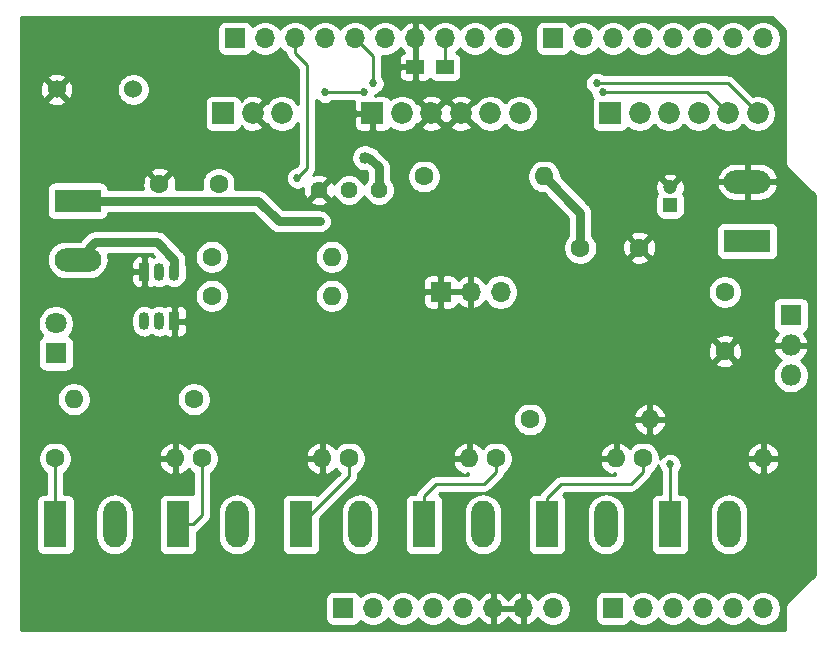
<source format=gbr>
G04 #@! TF.GenerationSoftware,KiCad,Pcbnew,(5.1.5)-3*
G04 #@! TF.CreationDate,2020-01-11T20:00:42-05:00*
G04 #@! TF.ProjectId,data_station_backpack,64617461-5f73-4746-9174-696f6e5f6261,rev?*
G04 #@! TF.SameCoordinates,Original*
G04 #@! TF.FileFunction,Copper,L2,Bot*
G04 #@! TF.FilePolarity,Positive*
%FSLAX46Y46*%
G04 Gerber Fmt 4.6, Leading zero omitted, Abs format (unit mm)*
G04 Created by KiCad (PCBNEW (5.1.5)-3) date 2020-01-11 20:00:42*
%MOMM*%
%LPD*%
G04 APERTURE LIST*
%ADD10O,1.700000X1.700000*%
%ADD11R,1.700000X1.700000*%
%ADD12C,1.440000*%
%ADD13C,1.600000*%
%ADD14C,1.200000*%
%ADD15R,1.200000X1.200000*%
%ADD16C,1.800000*%
%ADD17R,1.800000X1.800000*%
%ADD18O,1.600000X1.600000*%
%ADD19O,1.800000X1.800000*%
%ADD20C,1.524000*%
%ADD21R,1.980000X3.960000*%
%ADD22O,1.980000X3.960000*%
%ADD23R,1.850000X1.850000*%
%ADD24C,1.850000*%
%ADD25O,3.960000X1.980000*%
%ADD26R,3.960000X1.980000*%
%ADD27R,0.900000X1.500000*%
%ADD28O,0.900000X1.500000*%
%ADD29R,1.500000X1.250000*%
%ADD30C,1.016000*%
%ADD31C,0.685800*%
%ADD32C,0.762000*%
%ADD33C,0.254000*%
G04 APERTURE END LIST*
D10*
X174498000Y-75565000D03*
X171958000Y-75565000D03*
X169418000Y-75565000D03*
X166878000Y-75565000D03*
X164338000Y-75565000D03*
X161798000Y-75565000D03*
X159258000Y-75565000D03*
D11*
X156718000Y-75565000D03*
D12*
X136906000Y-88392000D03*
X139446000Y-88392000D03*
X141986000Y-88392000D03*
D13*
X171259500Y-102028000D03*
X171259500Y-97028000D03*
D14*
X166624000Y-88162000D03*
D15*
X166624000Y-89662000D03*
D13*
X164020500Y-93281500D03*
X159020500Y-93281500D03*
X123397000Y-87884000D03*
X128397000Y-87884000D03*
D16*
X114617500Y-99695000D03*
D17*
X114617500Y-102235000D03*
D13*
X114554000Y-111125000D03*
D18*
X124714000Y-111125000D03*
D13*
X127000000Y-111125000D03*
D18*
X137160000Y-111125000D03*
X149606000Y-111125000D03*
D13*
X139446000Y-111125000D03*
X151892000Y-111125000D03*
D18*
X162052000Y-111125000D03*
X174498000Y-111125000D03*
D13*
X164338000Y-111125000D03*
X154749500Y-107823000D03*
D18*
X164909500Y-107823000D03*
X137985500Y-94043500D03*
D13*
X127825500Y-94043500D03*
X145796000Y-87249000D03*
D18*
X155956000Y-87249000D03*
X116141500Y-106108500D03*
D13*
X126301500Y-106108500D03*
D18*
X137985500Y-97345500D03*
D13*
X127825500Y-97345500D03*
D19*
X176847500Y-104076500D03*
X176847500Y-101536500D03*
D17*
X176847500Y-98996500D03*
D20*
X121181000Y-79883000D03*
X114681000Y-79883000D03*
D21*
X114594000Y-116713000D03*
D22*
X119594000Y-116713000D03*
D21*
X124968000Y-116713000D03*
D22*
X129968000Y-116713000D03*
D23*
X141424000Y-81915000D03*
D24*
X143924000Y-81915000D03*
X146424000Y-81915000D03*
X148924000Y-81915000D03*
X151424000Y-81915000D03*
X153924000Y-81915000D03*
D22*
X140382000Y-116713000D03*
D21*
X135382000Y-116713000D03*
X145796000Y-116713000D03*
D22*
X150796000Y-116713000D03*
X161210000Y-116713000D03*
D21*
X156210000Y-116713000D03*
D24*
X174044000Y-81915000D03*
X171544000Y-81915000D03*
X169044000Y-81915000D03*
X166544000Y-81915000D03*
X164044000Y-81915000D03*
D23*
X161544000Y-81915000D03*
D21*
X166624000Y-116713000D03*
D22*
X171624000Y-116713000D03*
D25*
X116459000Y-94297500D03*
D26*
X116459000Y-89297500D03*
D24*
X133778000Y-81915000D03*
X131278000Y-81915000D03*
D23*
X128778000Y-81915000D03*
D10*
X152273000Y-97028000D03*
X149733000Y-97028000D03*
D11*
X147193000Y-97028000D03*
D10*
X174498000Y-123825000D03*
X171958000Y-123825000D03*
X169418000Y-123825000D03*
X166878000Y-123825000D03*
X164338000Y-123825000D03*
D11*
X161798000Y-123825000D03*
X138938000Y-123825000D03*
D10*
X141478000Y-123825000D03*
X144018000Y-123825000D03*
X146558000Y-123825000D03*
X149098000Y-123825000D03*
X151638000Y-123825000D03*
X154178000Y-123825000D03*
X156718000Y-123825000D03*
X152654000Y-75565000D03*
X150114000Y-75565000D03*
X147574000Y-75565000D03*
X145034000Y-75565000D03*
X142494000Y-75565000D03*
X139954000Y-75565000D03*
X137414000Y-75565000D03*
X134874000Y-75565000D03*
X132334000Y-75565000D03*
D11*
X129794000Y-75565000D03*
D26*
X173164500Y-92710000D03*
D25*
X173164500Y-87710000D03*
D27*
X122110500Y-95313500D03*
D28*
X124650500Y-95313500D03*
X123380500Y-95313500D03*
X123380500Y-99504500D03*
X122110500Y-99504500D03*
D27*
X124650500Y-99504500D03*
D29*
X145054000Y-77978000D03*
X147554000Y-77978000D03*
D30*
X140779502Y-85661500D03*
D31*
X136969500Y-91059000D03*
X166624000Y-111633000D03*
X135064500Y-87376000D03*
X160401000Y-79375000D03*
X141478000Y-79375000D03*
X160909000Y-80137000D03*
X140715990Y-80137000D03*
X137414000Y-80137000D03*
D32*
X141160500Y-85661500D02*
X140779502Y-85661500D01*
X141986000Y-88392000D02*
X141986000Y-86487000D01*
X141986000Y-86487000D02*
X141160500Y-85661500D01*
X159020500Y-90313500D02*
X155956000Y-87249000D01*
X159020500Y-93281500D02*
X159020500Y-90313500D01*
D33*
X164338000Y-107823000D02*
X165469370Y-107823000D01*
X145034000Y-77914500D02*
X145097500Y-77978000D01*
X145034000Y-75565000D02*
X145034000Y-77914500D01*
D32*
X136969500Y-91059000D02*
X133477000Y-91059000D01*
X131715500Y-89297500D02*
X116459000Y-89297500D01*
X133477000Y-91059000D02*
X131715500Y-89297500D01*
D33*
X114554000Y-116673000D02*
X114594000Y-116713000D01*
X114554000Y-111125000D02*
X114554000Y-116673000D01*
X126212000Y-116713000D02*
X124968000Y-116713000D01*
X127000000Y-115925000D02*
X126212000Y-116713000D01*
X127000000Y-111125000D02*
X127000000Y-115925000D01*
X139446000Y-111125000D02*
X139446000Y-112649000D01*
X139446000Y-112649000D02*
X135382000Y-116713000D01*
X146812000Y-113284000D02*
X145796000Y-114300000D01*
X150864370Y-113284000D02*
X146812000Y-113284000D01*
X151892000Y-111125000D02*
X151892000Y-112256370D01*
X145796000Y-114300000D02*
X145796000Y-116713000D01*
X151892000Y-112256370D02*
X150864370Y-113284000D01*
X164338000Y-112256370D02*
X163310370Y-113284000D01*
X164338000Y-111125000D02*
X164338000Y-112256370D01*
X156210000Y-114479000D02*
X156210000Y-116713000D01*
X157405000Y-113284000D02*
X156210000Y-114479000D01*
X163310370Y-113284000D02*
X157405000Y-113284000D01*
X166624000Y-116713000D02*
X166624000Y-111633000D01*
D32*
X123178000Y-92837000D02*
X117919500Y-92837000D01*
X117919500Y-92837000D02*
X116459000Y-94297500D01*
X124650500Y-95313500D02*
X124650500Y-94309500D01*
X124650500Y-94309500D02*
X123178000Y-92837000D01*
D33*
X135890000Y-86550500D02*
X135064500Y-87376000D01*
X135890000Y-77851000D02*
X135890000Y-86550500D01*
X134874000Y-76835000D02*
X135890000Y-77851000D01*
X134874000Y-75565000D02*
X134874000Y-76835000D01*
X147574000Y-75565000D02*
X147574000Y-77958000D01*
X160885933Y-79375000D02*
X160401000Y-79375000D01*
X171504000Y-79375000D02*
X160885933Y-79375000D01*
X174044000Y-81915000D02*
X171504000Y-79375000D01*
X141478000Y-77089000D02*
X141478000Y-79375000D01*
X139954000Y-75565000D02*
X141478000Y-77089000D01*
X171544000Y-81915000D02*
X169766000Y-80137000D01*
X169766000Y-80137000D02*
X161393933Y-80137000D01*
X161393933Y-80137000D02*
X160909000Y-80137000D01*
X140715990Y-80137000D02*
X137414000Y-80137000D01*
G36*
X176328001Y-74843093D02*
G01*
X176328000Y-85944125D01*
X176324565Y-85979000D01*
X176328000Y-86013875D01*
X176328000Y-86013876D01*
X176338273Y-86118183D01*
X176378872Y-86252019D01*
X176444800Y-86375362D01*
X176533525Y-86483474D01*
X176560617Y-86505708D01*
X178868001Y-88813093D01*
X178868000Y-120990908D01*
X176560617Y-123298292D01*
X176533526Y-123320525D01*
X176511293Y-123347616D01*
X176444801Y-123428637D01*
X176378872Y-123551981D01*
X176338274Y-123685816D01*
X176324565Y-123825000D01*
X176328001Y-123859885D01*
X176328000Y-125655000D01*
X111708000Y-125655000D01*
X111708000Y-122975000D01*
X137449928Y-122975000D01*
X137449928Y-124675000D01*
X137462188Y-124799482D01*
X137498498Y-124919180D01*
X137557463Y-125029494D01*
X137636815Y-125126185D01*
X137733506Y-125205537D01*
X137843820Y-125264502D01*
X137963518Y-125300812D01*
X138088000Y-125313072D01*
X139788000Y-125313072D01*
X139912482Y-125300812D01*
X140032180Y-125264502D01*
X140142494Y-125205537D01*
X140239185Y-125126185D01*
X140318537Y-125029494D01*
X140377502Y-124919180D01*
X140399513Y-124846620D01*
X140531368Y-124978475D01*
X140774589Y-125140990D01*
X141044842Y-125252932D01*
X141331740Y-125310000D01*
X141624260Y-125310000D01*
X141911158Y-125252932D01*
X142181411Y-125140990D01*
X142424632Y-124978475D01*
X142631475Y-124771632D01*
X142748000Y-124597240D01*
X142864525Y-124771632D01*
X143071368Y-124978475D01*
X143314589Y-125140990D01*
X143584842Y-125252932D01*
X143871740Y-125310000D01*
X144164260Y-125310000D01*
X144451158Y-125252932D01*
X144721411Y-125140990D01*
X144964632Y-124978475D01*
X145171475Y-124771632D01*
X145288000Y-124597240D01*
X145404525Y-124771632D01*
X145611368Y-124978475D01*
X145854589Y-125140990D01*
X146124842Y-125252932D01*
X146411740Y-125310000D01*
X146704260Y-125310000D01*
X146991158Y-125252932D01*
X147261411Y-125140990D01*
X147504632Y-124978475D01*
X147711475Y-124771632D01*
X147828000Y-124597240D01*
X147944525Y-124771632D01*
X148151368Y-124978475D01*
X148394589Y-125140990D01*
X148664842Y-125252932D01*
X148951740Y-125310000D01*
X149244260Y-125310000D01*
X149531158Y-125252932D01*
X149801411Y-125140990D01*
X150044632Y-124978475D01*
X150251475Y-124771632D01*
X150373195Y-124589466D01*
X150442822Y-124706355D01*
X150637731Y-124922588D01*
X150871080Y-125096641D01*
X151133901Y-125221825D01*
X151281110Y-125266476D01*
X151511000Y-125145155D01*
X151511000Y-123952000D01*
X151765000Y-123952000D01*
X151765000Y-125145155D01*
X151994890Y-125266476D01*
X152142099Y-125221825D01*
X152404920Y-125096641D01*
X152638269Y-124922588D01*
X152833178Y-124706355D01*
X152908000Y-124580745D01*
X152982822Y-124706355D01*
X153177731Y-124922588D01*
X153411080Y-125096641D01*
X153673901Y-125221825D01*
X153821110Y-125266476D01*
X154051000Y-125145155D01*
X154051000Y-123952000D01*
X151765000Y-123952000D01*
X151511000Y-123952000D01*
X151491000Y-123952000D01*
X151491000Y-123698000D01*
X151511000Y-123698000D01*
X151511000Y-122504845D01*
X151765000Y-122504845D01*
X151765000Y-123698000D01*
X154051000Y-123698000D01*
X154051000Y-122504845D01*
X154305000Y-122504845D01*
X154305000Y-123698000D01*
X154325000Y-123698000D01*
X154325000Y-123952000D01*
X154305000Y-123952000D01*
X154305000Y-125145155D01*
X154534890Y-125266476D01*
X154682099Y-125221825D01*
X154944920Y-125096641D01*
X155178269Y-124922588D01*
X155373178Y-124706355D01*
X155442805Y-124589466D01*
X155564525Y-124771632D01*
X155771368Y-124978475D01*
X156014589Y-125140990D01*
X156284842Y-125252932D01*
X156571740Y-125310000D01*
X156864260Y-125310000D01*
X157151158Y-125252932D01*
X157421411Y-125140990D01*
X157664632Y-124978475D01*
X157871475Y-124771632D01*
X158033990Y-124528411D01*
X158145932Y-124258158D01*
X158203000Y-123971260D01*
X158203000Y-123678740D01*
X158145932Y-123391842D01*
X158033990Y-123121589D01*
X157936043Y-122975000D01*
X160309928Y-122975000D01*
X160309928Y-124675000D01*
X160322188Y-124799482D01*
X160358498Y-124919180D01*
X160417463Y-125029494D01*
X160496815Y-125126185D01*
X160593506Y-125205537D01*
X160703820Y-125264502D01*
X160823518Y-125300812D01*
X160948000Y-125313072D01*
X162648000Y-125313072D01*
X162772482Y-125300812D01*
X162892180Y-125264502D01*
X163002494Y-125205537D01*
X163099185Y-125126185D01*
X163178537Y-125029494D01*
X163237502Y-124919180D01*
X163259513Y-124846620D01*
X163391368Y-124978475D01*
X163634589Y-125140990D01*
X163904842Y-125252932D01*
X164191740Y-125310000D01*
X164484260Y-125310000D01*
X164771158Y-125252932D01*
X165041411Y-125140990D01*
X165284632Y-124978475D01*
X165491475Y-124771632D01*
X165608000Y-124597240D01*
X165724525Y-124771632D01*
X165931368Y-124978475D01*
X166174589Y-125140990D01*
X166444842Y-125252932D01*
X166731740Y-125310000D01*
X167024260Y-125310000D01*
X167311158Y-125252932D01*
X167581411Y-125140990D01*
X167824632Y-124978475D01*
X168031475Y-124771632D01*
X168148000Y-124597240D01*
X168264525Y-124771632D01*
X168471368Y-124978475D01*
X168714589Y-125140990D01*
X168984842Y-125252932D01*
X169271740Y-125310000D01*
X169564260Y-125310000D01*
X169851158Y-125252932D01*
X170121411Y-125140990D01*
X170364632Y-124978475D01*
X170571475Y-124771632D01*
X170688000Y-124597240D01*
X170804525Y-124771632D01*
X171011368Y-124978475D01*
X171254589Y-125140990D01*
X171524842Y-125252932D01*
X171811740Y-125310000D01*
X172104260Y-125310000D01*
X172391158Y-125252932D01*
X172661411Y-125140990D01*
X172904632Y-124978475D01*
X173111475Y-124771632D01*
X173228000Y-124597240D01*
X173344525Y-124771632D01*
X173551368Y-124978475D01*
X173794589Y-125140990D01*
X174064842Y-125252932D01*
X174351740Y-125310000D01*
X174644260Y-125310000D01*
X174931158Y-125252932D01*
X175201411Y-125140990D01*
X175444632Y-124978475D01*
X175651475Y-124771632D01*
X175813990Y-124528411D01*
X175925932Y-124258158D01*
X175983000Y-123971260D01*
X175983000Y-123678740D01*
X175925932Y-123391842D01*
X175813990Y-123121589D01*
X175651475Y-122878368D01*
X175444632Y-122671525D01*
X175201411Y-122509010D01*
X174931158Y-122397068D01*
X174644260Y-122340000D01*
X174351740Y-122340000D01*
X174064842Y-122397068D01*
X173794589Y-122509010D01*
X173551368Y-122671525D01*
X173344525Y-122878368D01*
X173228000Y-123052760D01*
X173111475Y-122878368D01*
X172904632Y-122671525D01*
X172661411Y-122509010D01*
X172391158Y-122397068D01*
X172104260Y-122340000D01*
X171811740Y-122340000D01*
X171524842Y-122397068D01*
X171254589Y-122509010D01*
X171011368Y-122671525D01*
X170804525Y-122878368D01*
X170688000Y-123052760D01*
X170571475Y-122878368D01*
X170364632Y-122671525D01*
X170121411Y-122509010D01*
X169851158Y-122397068D01*
X169564260Y-122340000D01*
X169271740Y-122340000D01*
X168984842Y-122397068D01*
X168714589Y-122509010D01*
X168471368Y-122671525D01*
X168264525Y-122878368D01*
X168148000Y-123052760D01*
X168031475Y-122878368D01*
X167824632Y-122671525D01*
X167581411Y-122509010D01*
X167311158Y-122397068D01*
X167024260Y-122340000D01*
X166731740Y-122340000D01*
X166444842Y-122397068D01*
X166174589Y-122509010D01*
X165931368Y-122671525D01*
X165724525Y-122878368D01*
X165608000Y-123052760D01*
X165491475Y-122878368D01*
X165284632Y-122671525D01*
X165041411Y-122509010D01*
X164771158Y-122397068D01*
X164484260Y-122340000D01*
X164191740Y-122340000D01*
X163904842Y-122397068D01*
X163634589Y-122509010D01*
X163391368Y-122671525D01*
X163259513Y-122803380D01*
X163237502Y-122730820D01*
X163178537Y-122620506D01*
X163099185Y-122523815D01*
X163002494Y-122444463D01*
X162892180Y-122385498D01*
X162772482Y-122349188D01*
X162648000Y-122336928D01*
X160948000Y-122336928D01*
X160823518Y-122349188D01*
X160703820Y-122385498D01*
X160593506Y-122444463D01*
X160496815Y-122523815D01*
X160417463Y-122620506D01*
X160358498Y-122730820D01*
X160322188Y-122850518D01*
X160309928Y-122975000D01*
X157936043Y-122975000D01*
X157871475Y-122878368D01*
X157664632Y-122671525D01*
X157421411Y-122509010D01*
X157151158Y-122397068D01*
X156864260Y-122340000D01*
X156571740Y-122340000D01*
X156284842Y-122397068D01*
X156014589Y-122509010D01*
X155771368Y-122671525D01*
X155564525Y-122878368D01*
X155442805Y-123060534D01*
X155373178Y-122943645D01*
X155178269Y-122727412D01*
X154944920Y-122553359D01*
X154682099Y-122428175D01*
X154534890Y-122383524D01*
X154305000Y-122504845D01*
X154051000Y-122504845D01*
X153821110Y-122383524D01*
X153673901Y-122428175D01*
X153411080Y-122553359D01*
X153177731Y-122727412D01*
X152982822Y-122943645D01*
X152908000Y-123069255D01*
X152833178Y-122943645D01*
X152638269Y-122727412D01*
X152404920Y-122553359D01*
X152142099Y-122428175D01*
X151994890Y-122383524D01*
X151765000Y-122504845D01*
X151511000Y-122504845D01*
X151281110Y-122383524D01*
X151133901Y-122428175D01*
X150871080Y-122553359D01*
X150637731Y-122727412D01*
X150442822Y-122943645D01*
X150373195Y-123060534D01*
X150251475Y-122878368D01*
X150044632Y-122671525D01*
X149801411Y-122509010D01*
X149531158Y-122397068D01*
X149244260Y-122340000D01*
X148951740Y-122340000D01*
X148664842Y-122397068D01*
X148394589Y-122509010D01*
X148151368Y-122671525D01*
X147944525Y-122878368D01*
X147828000Y-123052760D01*
X147711475Y-122878368D01*
X147504632Y-122671525D01*
X147261411Y-122509010D01*
X146991158Y-122397068D01*
X146704260Y-122340000D01*
X146411740Y-122340000D01*
X146124842Y-122397068D01*
X145854589Y-122509010D01*
X145611368Y-122671525D01*
X145404525Y-122878368D01*
X145288000Y-123052760D01*
X145171475Y-122878368D01*
X144964632Y-122671525D01*
X144721411Y-122509010D01*
X144451158Y-122397068D01*
X144164260Y-122340000D01*
X143871740Y-122340000D01*
X143584842Y-122397068D01*
X143314589Y-122509010D01*
X143071368Y-122671525D01*
X142864525Y-122878368D01*
X142748000Y-123052760D01*
X142631475Y-122878368D01*
X142424632Y-122671525D01*
X142181411Y-122509010D01*
X141911158Y-122397068D01*
X141624260Y-122340000D01*
X141331740Y-122340000D01*
X141044842Y-122397068D01*
X140774589Y-122509010D01*
X140531368Y-122671525D01*
X140399513Y-122803380D01*
X140377502Y-122730820D01*
X140318537Y-122620506D01*
X140239185Y-122523815D01*
X140142494Y-122444463D01*
X140032180Y-122385498D01*
X139912482Y-122349188D01*
X139788000Y-122336928D01*
X138088000Y-122336928D01*
X137963518Y-122349188D01*
X137843820Y-122385498D01*
X137733506Y-122444463D01*
X137636815Y-122523815D01*
X137557463Y-122620506D01*
X137498498Y-122730820D01*
X137462188Y-122850518D01*
X137449928Y-122975000D01*
X111708000Y-122975000D01*
X111708000Y-114733000D01*
X112965928Y-114733000D01*
X112965928Y-118693000D01*
X112978188Y-118817482D01*
X113014498Y-118937180D01*
X113073463Y-119047494D01*
X113152815Y-119144185D01*
X113249506Y-119223537D01*
X113359820Y-119282502D01*
X113479518Y-119318812D01*
X113604000Y-119331072D01*
X115584000Y-119331072D01*
X115708482Y-119318812D01*
X115828180Y-119282502D01*
X115938494Y-119223537D01*
X116035185Y-119144185D01*
X116114537Y-119047494D01*
X116173502Y-118937180D01*
X116209812Y-118817482D01*
X116222072Y-118693000D01*
X116222072Y-115643177D01*
X117969000Y-115643177D01*
X117969001Y-117782824D01*
X117992514Y-118021556D01*
X118085433Y-118327869D01*
X118236326Y-118610170D01*
X118439393Y-118857608D01*
X118686831Y-119060675D01*
X118969132Y-119211568D01*
X119275445Y-119304487D01*
X119594000Y-119335862D01*
X119912556Y-119304487D01*
X120218869Y-119211568D01*
X120501170Y-119060675D01*
X120748608Y-118857608D01*
X120951675Y-118610170D01*
X121102568Y-118327869D01*
X121195487Y-118021556D01*
X121219000Y-117782824D01*
X121219000Y-115643176D01*
X121195487Y-115404444D01*
X121102568Y-115098131D01*
X120951675Y-114815830D01*
X120883699Y-114733000D01*
X123339928Y-114733000D01*
X123339928Y-118693000D01*
X123352188Y-118817482D01*
X123388498Y-118937180D01*
X123447463Y-119047494D01*
X123526815Y-119144185D01*
X123623506Y-119223537D01*
X123733820Y-119282502D01*
X123853518Y-119318812D01*
X123978000Y-119331072D01*
X125958000Y-119331072D01*
X126082482Y-119318812D01*
X126202180Y-119282502D01*
X126312494Y-119223537D01*
X126409185Y-119144185D01*
X126488537Y-119047494D01*
X126547502Y-118937180D01*
X126583812Y-118817482D01*
X126596072Y-118693000D01*
X126596072Y-117371731D01*
X126637392Y-117349645D01*
X126753422Y-117254422D01*
X126777284Y-117225347D01*
X127512351Y-116490280D01*
X127541422Y-116466422D01*
X127636645Y-116350392D01*
X127707402Y-116218015D01*
X127750974Y-116074378D01*
X127762000Y-115962426D01*
X127762000Y-115962424D01*
X127765686Y-115925001D01*
X127762000Y-115887578D01*
X127762000Y-115643177D01*
X128343000Y-115643177D01*
X128343001Y-117782824D01*
X128366514Y-118021556D01*
X128459433Y-118327869D01*
X128610326Y-118610170D01*
X128813393Y-118857608D01*
X129060831Y-119060675D01*
X129343132Y-119211568D01*
X129649445Y-119304487D01*
X129968000Y-119335862D01*
X130286556Y-119304487D01*
X130592869Y-119211568D01*
X130875170Y-119060675D01*
X131122608Y-118857608D01*
X131325675Y-118610170D01*
X131476568Y-118327869D01*
X131569487Y-118021556D01*
X131593000Y-117782824D01*
X131593000Y-115643176D01*
X131569487Y-115404444D01*
X131476568Y-115098131D01*
X131325675Y-114815830D01*
X131257699Y-114733000D01*
X133753928Y-114733000D01*
X133753928Y-118693000D01*
X133766188Y-118817482D01*
X133802498Y-118937180D01*
X133861463Y-119047494D01*
X133940815Y-119144185D01*
X134037506Y-119223537D01*
X134147820Y-119282502D01*
X134267518Y-119318812D01*
X134392000Y-119331072D01*
X136372000Y-119331072D01*
X136496482Y-119318812D01*
X136616180Y-119282502D01*
X136726494Y-119223537D01*
X136823185Y-119144185D01*
X136902537Y-119047494D01*
X136961502Y-118937180D01*
X136997812Y-118817482D01*
X137010072Y-118693000D01*
X137010072Y-116162558D01*
X137529453Y-115643177D01*
X138757000Y-115643177D01*
X138757001Y-117782824D01*
X138780514Y-118021556D01*
X138873433Y-118327869D01*
X139024326Y-118610170D01*
X139227393Y-118857608D01*
X139474831Y-119060675D01*
X139757132Y-119211568D01*
X140063445Y-119304487D01*
X140382000Y-119335862D01*
X140700556Y-119304487D01*
X141006869Y-119211568D01*
X141289170Y-119060675D01*
X141536608Y-118857608D01*
X141739675Y-118610170D01*
X141890568Y-118327869D01*
X141983487Y-118021556D01*
X142007000Y-117782824D01*
X142007000Y-115643176D01*
X141983487Y-115404444D01*
X141890568Y-115098131D01*
X141739675Y-114815830D01*
X141671699Y-114733000D01*
X144167928Y-114733000D01*
X144167928Y-118693000D01*
X144180188Y-118817482D01*
X144216498Y-118937180D01*
X144275463Y-119047494D01*
X144354815Y-119144185D01*
X144451506Y-119223537D01*
X144561820Y-119282502D01*
X144681518Y-119318812D01*
X144806000Y-119331072D01*
X146786000Y-119331072D01*
X146910482Y-119318812D01*
X147030180Y-119282502D01*
X147140494Y-119223537D01*
X147237185Y-119144185D01*
X147316537Y-119047494D01*
X147375502Y-118937180D01*
X147411812Y-118817482D01*
X147424072Y-118693000D01*
X147424072Y-115643177D01*
X149171000Y-115643177D01*
X149171001Y-117782824D01*
X149194514Y-118021556D01*
X149287433Y-118327869D01*
X149438326Y-118610170D01*
X149641393Y-118857608D01*
X149888831Y-119060675D01*
X150171132Y-119211568D01*
X150477445Y-119304487D01*
X150796000Y-119335862D01*
X151114556Y-119304487D01*
X151420869Y-119211568D01*
X151703170Y-119060675D01*
X151950608Y-118857608D01*
X152153675Y-118610170D01*
X152304568Y-118327869D01*
X152397487Y-118021556D01*
X152421000Y-117782824D01*
X152421000Y-115643176D01*
X152397487Y-115404444D01*
X152304568Y-115098131D01*
X152153675Y-114815830D01*
X152085699Y-114733000D01*
X154581928Y-114733000D01*
X154581928Y-118693000D01*
X154594188Y-118817482D01*
X154630498Y-118937180D01*
X154689463Y-119047494D01*
X154768815Y-119144185D01*
X154865506Y-119223537D01*
X154975820Y-119282502D01*
X155095518Y-119318812D01*
X155220000Y-119331072D01*
X157200000Y-119331072D01*
X157324482Y-119318812D01*
X157444180Y-119282502D01*
X157554494Y-119223537D01*
X157651185Y-119144185D01*
X157730537Y-119047494D01*
X157789502Y-118937180D01*
X157825812Y-118817482D01*
X157838072Y-118693000D01*
X157838072Y-115643177D01*
X159585000Y-115643177D01*
X159585001Y-117782824D01*
X159608514Y-118021556D01*
X159701433Y-118327869D01*
X159852326Y-118610170D01*
X160055393Y-118857608D01*
X160302831Y-119060675D01*
X160585132Y-119211568D01*
X160891445Y-119304487D01*
X161210000Y-119335862D01*
X161528556Y-119304487D01*
X161834869Y-119211568D01*
X162117170Y-119060675D01*
X162364608Y-118857608D01*
X162567675Y-118610170D01*
X162718568Y-118327869D01*
X162811487Y-118021556D01*
X162835000Y-117782824D01*
X162835000Y-115643176D01*
X162811487Y-115404444D01*
X162718568Y-115098131D01*
X162567675Y-114815830D01*
X162364608Y-114568392D01*
X162117169Y-114365325D01*
X161834868Y-114214432D01*
X161528555Y-114121513D01*
X161210000Y-114090138D01*
X160891444Y-114121513D01*
X160585131Y-114214432D01*
X160302830Y-114365325D01*
X160055392Y-114568392D01*
X159852325Y-114815831D01*
X159701432Y-115098132D01*
X159608513Y-115404445D01*
X159585000Y-115643177D01*
X157838072Y-115643177D01*
X157838072Y-114733000D01*
X157825812Y-114608518D01*
X157789502Y-114488820D01*
X157730537Y-114378506D01*
X157651185Y-114281815D01*
X157559807Y-114206823D01*
X157720631Y-114046000D01*
X163272947Y-114046000D01*
X163310370Y-114049686D01*
X163347793Y-114046000D01*
X163347796Y-114046000D01*
X163459748Y-114034974D01*
X163603385Y-113991402D01*
X163735762Y-113920645D01*
X163851792Y-113825422D01*
X163875654Y-113796346D01*
X164850351Y-112821649D01*
X164879422Y-112797792D01*
X164974645Y-112681762D01*
X165045402Y-112549385D01*
X165088974Y-112405748D01*
X165094949Y-112345082D01*
X165252759Y-112239637D01*
X165452637Y-112039759D01*
X165609680Y-111804727D01*
X165646100Y-111716801D01*
X165646100Y-111729315D01*
X165683680Y-111918243D01*
X165757396Y-112096210D01*
X165862001Y-112252762D01*
X165862001Y-114094928D01*
X165634000Y-114094928D01*
X165509518Y-114107188D01*
X165389820Y-114143498D01*
X165279506Y-114202463D01*
X165182815Y-114281815D01*
X165103463Y-114378506D01*
X165044498Y-114488820D01*
X165008188Y-114608518D01*
X164995928Y-114733000D01*
X164995928Y-118693000D01*
X165008188Y-118817482D01*
X165044498Y-118937180D01*
X165103463Y-119047494D01*
X165182815Y-119144185D01*
X165279506Y-119223537D01*
X165389820Y-119282502D01*
X165509518Y-119318812D01*
X165634000Y-119331072D01*
X167614000Y-119331072D01*
X167738482Y-119318812D01*
X167858180Y-119282502D01*
X167968494Y-119223537D01*
X168065185Y-119144185D01*
X168144537Y-119047494D01*
X168203502Y-118937180D01*
X168239812Y-118817482D01*
X168252072Y-118693000D01*
X168252072Y-115643177D01*
X169999000Y-115643177D01*
X169999001Y-117782824D01*
X170022514Y-118021556D01*
X170115433Y-118327869D01*
X170266326Y-118610170D01*
X170469393Y-118857608D01*
X170716831Y-119060675D01*
X170999132Y-119211568D01*
X171305445Y-119304487D01*
X171624000Y-119335862D01*
X171942556Y-119304487D01*
X172248869Y-119211568D01*
X172531170Y-119060675D01*
X172778608Y-118857608D01*
X172981675Y-118610170D01*
X173132568Y-118327869D01*
X173225487Y-118021556D01*
X173249000Y-117782824D01*
X173249000Y-115643176D01*
X173225487Y-115404444D01*
X173132568Y-115098131D01*
X172981675Y-114815830D01*
X172778608Y-114568392D01*
X172531169Y-114365325D01*
X172248868Y-114214432D01*
X171942555Y-114121513D01*
X171624000Y-114090138D01*
X171305444Y-114121513D01*
X170999131Y-114214432D01*
X170716830Y-114365325D01*
X170469392Y-114568392D01*
X170266325Y-114815831D01*
X170115432Y-115098132D01*
X170022513Y-115404445D01*
X169999000Y-115643177D01*
X168252072Y-115643177D01*
X168252072Y-114733000D01*
X168239812Y-114608518D01*
X168203502Y-114488820D01*
X168144537Y-114378506D01*
X168065185Y-114281815D01*
X167968494Y-114202463D01*
X167858180Y-114143498D01*
X167738482Y-114107188D01*
X167614000Y-114094928D01*
X167386000Y-114094928D01*
X167386000Y-112252761D01*
X167490604Y-112096210D01*
X167564320Y-111918243D01*
X167601900Y-111729315D01*
X167601900Y-111536685D01*
X167589439Y-111474039D01*
X173106096Y-111474039D01*
X173146754Y-111608087D01*
X173266963Y-111862420D01*
X173434481Y-112088414D01*
X173642869Y-112277385D01*
X173884119Y-112422070D01*
X174148960Y-112516909D01*
X174371000Y-112395624D01*
X174371000Y-111252000D01*
X174625000Y-111252000D01*
X174625000Y-112395624D01*
X174847040Y-112516909D01*
X175111881Y-112422070D01*
X175353131Y-112277385D01*
X175561519Y-112088414D01*
X175729037Y-111862420D01*
X175849246Y-111608087D01*
X175889904Y-111474039D01*
X175767915Y-111252000D01*
X174625000Y-111252000D01*
X174371000Y-111252000D01*
X173228085Y-111252000D01*
X173106096Y-111474039D01*
X167589439Y-111474039D01*
X167564320Y-111347757D01*
X167490604Y-111169790D01*
X167383585Y-111009625D01*
X167247375Y-110873415D01*
X167101526Y-110775961D01*
X173106096Y-110775961D01*
X173228085Y-110998000D01*
X174371000Y-110998000D01*
X174371000Y-109854376D01*
X174625000Y-109854376D01*
X174625000Y-110998000D01*
X175767915Y-110998000D01*
X175889904Y-110775961D01*
X175849246Y-110641913D01*
X175729037Y-110387580D01*
X175561519Y-110161586D01*
X175353131Y-109972615D01*
X175111881Y-109827930D01*
X174847040Y-109733091D01*
X174625000Y-109854376D01*
X174371000Y-109854376D01*
X174148960Y-109733091D01*
X173884119Y-109827930D01*
X173642869Y-109972615D01*
X173434481Y-110161586D01*
X173266963Y-110387580D01*
X173146754Y-110641913D01*
X173106096Y-110775961D01*
X167101526Y-110775961D01*
X167087210Y-110766396D01*
X166909243Y-110692680D01*
X166720315Y-110655100D01*
X166527685Y-110655100D01*
X166338757Y-110692680D01*
X166160790Y-110766396D01*
X166000625Y-110873415D01*
X165864415Y-111009625D01*
X165773000Y-111146437D01*
X165773000Y-110983665D01*
X165717853Y-110706426D01*
X165609680Y-110445273D01*
X165452637Y-110210241D01*
X165252759Y-110010363D01*
X165017727Y-109853320D01*
X164756574Y-109745147D01*
X164479335Y-109690000D01*
X164196665Y-109690000D01*
X163919426Y-109745147D01*
X163658273Y-109853320D01*
X163423241Y-110010363D01*
X163223363Y-110210241D01*
X163189334Y-110261168D01*
X163115519Y-110161586D01*
X162907131Y-109972615D01*
X162665881Y-109827930D01*
X162401040Y-109733091D01*
X162179000Y-109854376D01*
X162179000Y-110998000D01*
X162199000Y-110998000D01*
X162199000Y-111252000D01*
X162179000Y-111252000D01*
X162179000Y-111272000D01*
X161925000Y-111272000D01*
X161925000Y-111252000D01*
X160782085Y-111252000D01*
X160660096Y-111474039D01*
X160700754Y-111608087D01*
X160820963Y-111862420D01*
X160988481Y-112088414D01*
X161196869Y-112277385D01*
X161438119Y-112422070D01*
X161702960Y-112516909D01*
X161924998Y-112395625D01*
X161924998Y-112522000D01*
X157442422Y-112522000D01*
X157404999Y-112518314D01*
X157367576Y-112522000D01*
X157367574Y-112522000D01*
X157255622Y-112533026D01*
X157111985Y-112576598D01*
X156979608Y-112647355D01*
X156863578Y-112742578D01*
X156839721Y-112771648D01*
X155697654Y-113913716D01*
X155668578Y-113937578D01*
X155612983Y-114005322D01*
X155573355Y-114053608D01*
X155551269Y-114094928D01*
X155220000Y-114094928D01*
X155095518Y-114107188D01*
X154975820Y-114143498D01*
X154865506Y-114202463D01*
X154768815Y-114281815D01*
X154689463Y-114378506D01*
X154630498Y-114488820D01*
X154594188Y-114608518D01*
X154581928Y-114733000D01*
X152085699Y-114733000D01*
X151950608Y-114568392D01*
X151703169Y-114365325D01*
X151420868Y-114214432D01*
X151114555Y-114121513D01*
X150796000Y-114090138D01*
X150477444Y-114121513D01*
X150171131Y-114214432D01*
X149888830Y-114365325D01*
X149641392Y-114568392D01*
X149438325Y-114815831D01*
X149287432Y-115098132D01*
X149194513Y-115404445D01*
X149171000Y-115643177D01*
X147424072Y-115643177D01*
X147424072Y-114733000D01*
X147411812Y-114608518D01*
X147375502Y-114488820D01*
X147316537Y-114378506D01*
X147237185Y-114281815D01*
X147140494Y-114202463D01*
X147030180Y-114143498D01*
X147030144Y-114143487D01*
X147127631Y-114046000D01*
X150826947Y-114046000D01*
X150864370Y-114049686D01*
X150901793Y-114046000D01*
X150901796Y-114046000D01*
X151013748Y-114034974D01*
X151157385Y-113991402D01*
X151289762Y-113920645D01*
X151405792Y-113825422D01*
X151429654Y-113796346D01*
X152404351Y-112821649D01*
X152433422Y-112797792D01*
X152528645Y-112681762D01*
X152599402Y-112549385D01*
X152642974Y-112405748D01*
X152648949Y-112345082D01*
X152806759Y-112239637D01*
X153006637Y-112039759D01*
X153163680Y-111804727D01*
X153271853Y-111543574D01*
X153327000Y-111266335D01*
X153327000Y-110983665D01*
X153285685Y-110775961D01*
X160660096Y-110775961D01*
X160782085Y-110998000D01*
X161925000Y-110998000D01*
X161925000Y-109854376D01*
X161702960Y-109733091D01*
X161438119Y-109827930D01*
X161196869Y-109972615D01*
X160988481Y-110161586D01*
X160820963Y-110387580D01*
X160700754Y-110641913D01*
X160660096Y-110775961D01*
X153285685Y-110775961D01*
X153271853Y-110706426D01*
X153163680Y-110445273D01*
X153006637Y-110210241D01*
X152806759Y-110010363D01*
X152571727Y-109853320D01*
X152310574Y-109745147D01*
X152033335Y-109690000D01*
X151750665Y-109690000D01*
X151473426Y-109745147D01*
X151212273Y-109853320D01*
X150977241Y-110010363D01*
X150777363Y-110210241D01*
X150743334Y-110261168D01*
X150669519Y-110161586D01*
X150461131Y-109972615D01*
X150219881Y-109827930D01*
X149955040Y-109733091D01*
X149733000Y-109854376D01*
X149733000Y-110998000D01*
X149753000Y-110998000D01*
X149753000Y-111252000D01*
X149733000Y-111252000D01*
X149733000Y-111272000D01*
X149479000Y-111272000D01*
X149479000Y-111252000D01*
X148336085Y-111252000D01*
X148214096Y-111474039D01*
X148254754Y-111608087D01*
X148374963Y-111862420D01*
X148542481Y-112088414D01*
X148750869Y-112277385D01*
X148992119Y-112422070D01*
X149256960Y-112516909D01*
X149478998Y-112395625D01*
X149478998Y-112522000D01*
X146849423Y-112522000D01*
X146812000Y-112518314D01*
X146774577Y-112522000D01*
X146774574Y-112522000D01*
X146662622Y-112533026D01*
X146518985Y-112576598D01*
X146457364Y-112609535D01*
X146386607Y-112647355D01*
X146303904Y-112715228D01*
X146270578Y-112742578D01*
X146246721Y-112771649D01*
X145283654Y-113734716D01*
X145254578Y-113758578D01*
X145199722Y-113825421D01*
X145159355Y-113874608D01*
X145134748Y-113920645D01*
X145088598Y-114006986D01*
X145061921Y-114094928D01*
X144806000Y-114094928D01*
X144681518Y-114107188D01*
X144561820Y-114143498D01*
X144451506Y-114202463D01*
X144354815Y-114281815D01*
X144275463Y-114378506D01*
X144216498Y-114488820D01*
X144180188Y-114608518D01*
X144167928Y-114733000D01*
X141671699Y-114733000D01*
X141536608Y-114568392D01*
X141289169Y-114365325D01*
X141006868Y-114214432D01*
X140700555Y-114121513D01*
X140382000Y-114090138D01*
X140063444Y-114121513D01*
X139757131Y-114214432D01*
X139474830Y-114365325D01*
X139227392Y-114568392D01*
X139024325Y-114815831D01*
X138873432Y-115098132D01*
X138780513Y-115404445D01*
X138757000Y-115643177D01*
X137529453Y-115643177D01*
X139958352Y-113214279D01*
X139987422Y-113190422D01*
X140033216Y-113134622D01*
X140082645Y-113074393D01*
X140127227Y-112990985D01*
X140153402Y-112942015D01*
X140196974Y-112798378D01*
X140208000Y-112686426D01*
X140208000Y-112686423D01*
X140211686Y-112649000D01*
X140208000Y-112611577D01*
X140208000Y-112341707D01*
X140360759Y-112239637D01*
X140560637Y-112039759D01*
X140717680Y-111804727D01*
X140825853Y-111543574D01*
X140881000Y-111266335D01*
X140881000Y-110983665D01*
X140839685Y-110775961D01*
X148214096Y-110775961D01*
X148336085Y-110998000D01*
X149479000Y-110998000D01*
X149479000Y-109854376D01*
X149256960Y-109733091D01*
X148992119Y-109827930D01*
X148750869Y-109972615D01*
X148542481Y-110161586D01*
X148374963Y-110387580D01*
X148254754Y-110641913D01*
X148214096Y-110775961D01*
X140839685Y-110775961D01*
X140825853Y-110706426D01*
X140717680Y-110445273D01*
X140560637Y-110210241D01*
X140360759Y-110010363D01*
X140125727Y-109853320D01*
X139864574Y-109745147D01*
X139587335Y-109690000D01*
X139304665Y-109690000D01*
X139027426Y-109745147D01*
X138766273Y-109853320D01*
X138531241Y-110010363D01*
X138331363Y-110210241D01*
X138297334Y-110261168D01*
X138223519Y-110161586D01*
X138015131Y-109972615D01*
X137773881Y-109827930D01*
X137509040Y-109733091D01*
X137287000Y-109854376D01*
X137287000Y-110998000D01*
X137307000Y-110998000D01*
X137307000Y-111252000D01*
X137287000Y-111252000D01*
X137287000Y-112395624D01*
X137509040Y-112516909D01*
X137773881Y-112422070D01*
X138015131Y-112277385D01*
X138223519Y-112088414D01*
X138297334Y-111988832D01*
X138331363Y-112039759D01*
X138531241Y-112239637D01*
X138679002Y-112338367D01*
X136775054Y-114242315D01*
X136726494Y-114202463D01*
X136616180Y-114143498D01*
X136496482Y-114107188D01*
X136372000Y-114094928D01*
X134392000Y-114094928D01*
X134267518Y-114107188D01*
X134147820Y-114143498D01*
X134037506Y-114202463D01*
X133940815Y-114281815D01*
X133861463Y-114378506D01*
X133802498Y-114488820D01*
X133766188Y-114608518D01*
X133753928Y-114733000D01*
X131257699Y-114733000D01*
X131122608Y-114568392D01*
X130875169Y-114365325D01*
X130592868Y-114214432D01*
X130286555Y-114121513D01*
X129968000Y-114090138D01*
X129649444Y-114121513D01*
X129343131Y-114214432D01*
X129060830Y-114365325D01*
X128813392Y-114568392D01*
X128610325Y-114815831D01*
X128459432Y-115098132D01*
X128366513Y-115404445D01*
X128343000Y-115643177D01*
X127762000Y-115643177D01*
X127762000Y-112341707D01*
X127914759Y-112239637D01*
X128114637Y-112039759D01*
X128271680Y-111804727D01*
X128379853Y-111543574D01*
X128393684Y-111474039D01*
X135768096Y-111474039D01*
X135808754Y-111608087D01*
X135928963Y-111862420D01*
X136096481Y-112088414D01*
X136304869Y-112277385D01*
X136546119Y-112422070D01*
X136810960Y-112516909D01*
X137033000Y-112395624D01*
X137033000Y-111252000D01*
X135890085Y-111252000D01*
X135768096Y-111474039D01*
X128393684Y-111474039D01*
X128435000Y-111266335D01*
X128435000Y-110983665D01*
X128393685Y-110775961D01*
X135768096Y-110775961D01*
X135890085Y-110998000D01*
X137033000Y-110998000D01*
X137033000Y-109854376D01*
X136810960Y-109733091D01*
X136546119Y-109827930D01*
X136304869Y-109972615D01*
X136096481Y-110161586D01*
X135928963Y-110387580D01*
X135808754Y-110641913D01*
X135768096Y-110775961D01*
X128393685Y-110775961D01*
X128379853Y-110706426D01*
X128271680Y-110445273D01*
X128114637Y-110210241D01*
X127914759Y-110010363D01*
X127679727Y-109853320D01*
X127418574Y-109745147D01*
X127141335Y-109690000D01*
X126858665Y-109690000D01*
X126581426Y-109745147D01*
X126320273Y-109853320D01*
X126085241Y-110010363D01*
X125885363Y-110210241D01*
X125851334Y-110261168D01*
X125777519Y-110161586D01*
X125569131Y-109972615D01*
X125327881Y-109827930D01*
X125063040Y-109733091D01*
X124841000Y-109854376D01*
X124841000Y-110998000D01*
X124861000Y-110998000D01*
X124861000Y-111252000D01*
X124841000Y-111252000D01*
X124841000Y-112395624D01*
X125063040Y-112516909D01*
X125327881Y-112422070D01*
X125569131Y-112277385D01*
X125777519Y-112088414D01*
X125851334Y-111988832D01*
X125885363Y-112039759D01*
X126085241Y-112239637D01*
X126238000Y-112341707D01*
X126238001Y-114162645D01*
X126202180Y-114143498D01*
X126082482Y-114107188D01*
X125958000Y-114094928D01*
X123978000Y-114094928D01*
X123853518Y-114107188D01*
X123733820Y-114143498D01*
X123623506Y-114202463D01*
X123526815Y-114281815D01*
X123447463Y-114378506D01*
X123388498Y-114488820D01*
X123352188Y-114608518D01*
X123339928Y-114733000D01*
X120883699Y-114733000D01*
X120748608Y-114568392D01*
X120501169Y-114365325D01*
X120218868Y-114214432D01*
X119912555Y-114121513D01*
X119594000Y-114090138D01*
X119275444Y-114121513D01*
X118969131Y-114214432D01*
X118686830Y-114365325D01*
X118439392Y-114568392D01*
X118236325Y-114815831D01*
X118085432Y-115098132D01*
X117992513Y-115404445D01*
X117969000Y-115643177D01*
X116222072Y-115643177D01*
X116222072Y-114733000D01*
X116209812Y-114608518D01*
X116173502Y-114488820D01*
X116114537Y-114378506D01*
X116035185Y-114281815D01*
X115938494Y-114202463D01*
X115828180Y-114143498D01*
X115708482Y-114107188D01*
X115584000Y-114094928D01*
X115316000Y-114094928D01*
X115316000Y-112341707D01*
X115468759Y-112239637D01*
X115668637Y-112039759D01*
X115825680Y-111804727D01*
X115933853Y-111543574D01*
X115947684Y-111474039D01*
X123322096Y-111474039D01*
X123362754Y-111608087D01*
X123482963Y-111862420D01*
X123650481Y-112088414D01*
X123858869Y-112277385D01*
X124100119Y-112422070D01*
X124364960Y-112516909D01*
X124587000Y-112395624D01*
X124587000Y-111252000D01*
X123444085Y-111252000D01*
X123322096Y-111474039D01*
X115947684Y-111474039D01*
X115989000Y-111266335D01*
X115989000Y-110983665D01*
X115947685Y-110775961D01*
X123322096Y-110775961D01*
X123444085Y-110998000D01*
X124587000Y-110998000D01*
X124587000Y-109854376D01*
X124364960Y-109733091D01*
X124100119Y-109827930D01*
X123858869Y-109972615D01*
X123650481Y-110161586D01*
X123482963Y-110387580D01*
X123362754Y-110641913D01*
X123322096Y-110775961D01*
X115947685Y-110775961D01*
X115933853Y-110706426D01*
X115825680Y-110445273D01*
X115668637Y-110210241D01*
X115468759Y-110010363D01*
X115233727Y-109853320D01*
X114972574Y-109745147D01*
X114695335Y-109690000D01*
X114412665Y-109690000D01*
X114135426Y-109745147D01*
X113874273Y-109853320D01*
X113639241Y-110010363D01*
X113439363Y-110210241D01*
X113282320Y-110445273D01*
X113174147Y-110706426D01*
X113119000Y-110983665D01*
X113119000Y-111266335D01*
X113174147Y-111543574D01*
X113282320Y-111804727D01*
X113439363Y-112039759D01*
X113639241Y-112239637D01*
X113792000Y-112341707D01*
X113792001Y-114094928D01*
X113604000Y-114094928D01*
X113479518Y-114107188D01*
X113359820Y-114143498D01*
X113249506Y-114202463D01*
X113152815Y-114281815D01*
X113073463Y-114378506D01*
X113014498Y-114488820D01*
X112978188Y-114608518D01*
X112965928Y-114733000D01*
X111708000Y-114733000D01*
X111708000Y-107681665D01*
X153314500Y-107681665D01*
X153314500Y-107964335D01*
X153369647Y-108241574D01*
X153477820Y-108502727D01*
X153634863Y-108737759D01*
X153834741Y-108937637D01*
X154069773Y-109094680D01*
X154330926Y-109202853D01*
X154608165Y-109258000D01*
X154890835Y-109258000D01*
X155168074Y-109202853D01*
X155429227Y-109094680D01*
X155664259Y-108937637D01*
X155864137Y-108737759D01*
X156021180Y-108502727D01*
X156129353Y-108241574D01*
X156143184Y-108172039D01*
X163517596Y-108172039D01*
X163558254Y-108306087D01*
X163678463Y-108560420D01*
X163845981Y-108786414D01*
X164054369Y-108975385D01*
X164295619Y-109120070D01*
X164560460Y-109214909D01*
X164782500Y-109093624D01*
X164782500Y-107950000D01*
X165036500Y-107950000D01*
X165036500Y-109093624D01*
X165258540Y-109214909D01*
X165523381Y-109120070D01*
X165764631Y-108975385D01*
X165973019Y-108786414D01*
X166140537Y-108560420D01*
X166260746Y-108306087D01*
X166301404Y-108172039D01*
X166179415Y-107950000D01*
X165036500Y-107950000D01*
X164782500Y-107950000D01*
X163639585Y-107950000D01*
X163517596Y-108172039D01*
X156143184Y-108172039D01*
X156184500Y-107964335D01*
X156184500Y-107681665D01*
X156143185Y-107473961D01*
X163517596Y-107473961D01*
X163639585Y-107696000D01*
X164782500Y-107696000D01*
X164782500Y-106552376D01*
X165036500Y-106552376D01*
X165036500Y-107696000D01*
X166179415Y-107696000D01*
X166301404Y-107473961D01*
X166260746Y-107339913D01*
X166140537Y-107085580D01*
X165973019Y-106859586D01*
X165764631Y-106670615D01*
X165523381Y-106525930D01*
X165258540Y-106431091D01*
X165036500Y-106552376D01*
X164782500Y-106552376D01*
X164560460Y-106431091D01*
X164295619Y-106525930D01*
X164054369Y-106670615D01*
X163845981Y-106859586D01*
X163678463Y-107085580D01*
X163558254Y-107339913D01*
X163517596Y-107473961D01*
X156143185Y-107473961D01*
X156129353Y-107404426D01*
X156021180Y-107143273D01*
X155864137Y-106908241D01*
X155664259Y-106708363D01*
X155429227Y-106551320D01*
X155168074Y-106443147D01*
X154890835Y-106388000D01*
X154608165Y-106388000D01*
X154330926Y-106443147D01*
X154069773Y-106551320D01*
X153834741Y-106708363D01*
X153634863Y-106908241D01*
X153477820Y-107143273D01*
X153369647Y-107404426D01*
X153314500Y-107681665D01*
X111708000Y-107681665D01*
X111708000Y-105967165D01*
X114706500Y-105967165D01*
X114706500Y-106249835D01*
X114761647Y-106527074D01*
X114869820Y-106788227D01*
X115026863Y-107023259D01*
X115226741Y-107223137D01*
X115461773Y-107380180D01*
X115722926Y-107488353D01*
X116000165Y-107543500D01*
X116282835Y-107543500D01*
X116560074Y-107488353D01*
X116821227Y-107380180D01*
X117056259Y-107223137D01*
X117256137Y-107023259D01*
X117413180Y-106788227D01*
X117521353Y-106527074D01*
X117576500Y-106249835D01*
X117576500Y-105967165D01*
X124866500Y-105967165D01*
X124866500Y-106249835D01*
X124921647Y-106527074D01*
X125029820Y-106788227D01*
X125186863Y-107023259D01*
X125386741Y-107223137D01*
X125621773Y-107380180D01*
X125882926Y-107488353D01*
X126160165Y-107543500D01*
X126442835Y-107543500D01*
X126720074Y-107488353D01*
X126981227Y-107380180D01*
X127216259Y-107223137D01*
X127416137Y-107023259D01*
X127573180Y-106788227D01*
X127681353Y-106527074D01*
X127736500Y-106249835D01*
X127736500Y-105967165D01*
X127681353Y-105689926D01*
X127573180Y-105428773D01*
X127416137Y-105193741D01*
X127216259Y-104993863D01*
X126981227Y-104836820D01*
X126720074Y-104728647D01*
X126442835Y-104673500D01*
X126160165Y-104673500D01*
X125882926Y-104728647D01*
X125621773Y-104836820D01*
X125386741Y-104993863D01*
X125186863Y-105193741D01*
X125029820Y-105428773D01*
X124921647Y-105689926D01*
X124866500Y-105967165D01*
X117576500Y-105967165D01*
X117521353Y-105689926D01*
X117413180Y-105428773D01*
X117256137Y-105193741D01*
X117056259Y-104993863D01*
X116821227Y-104836820D01*
X116560074Y-104728647D01*
X116282835Y-104673500D01*
X116000165Y-104673500D01*
X115722926Y-104728647D01*
X115461773Y-104836820D01*
X115226741Y-104993863D01*
X115026863Y-105193741D01*
X114869820Y-105428773D01*
X114761647Y-105689926D01*
X114706500Y-105967165D01*
X111708000Y-105967165D01*
X111708000Y-103925316D01*
X175312500Y-103925316D01*
X175312500Y-104227684D01*
X175371489Y-104524243D01*
X175487201Y-104803595D01*
X175655188Y-105055005D01*
X175868995Y-105268812D01*
X176120405Y-105436799D01*
X176399757Y-105552511D01*
X176696316Y-105611500D01*
X176998684Y-105611500D01*
X177295243Y-105552511D01*
X177574595Y-105436799D01*
X177826005Y-105268812D01*
X178039812Y-105055005D01*
X178207799Y-104803595D01*
X178323511Y-104524243D01*
X178382500Y-104227684D01*
X178382500Y-103925316D01*
X178323511Y-103628757D01*
X178207799Y-103349405D01*
X178039812Y-103097995D01*
X177826005Y-102884188D01*
X177704698Y-102803133D01*
X177884616Y-102668149D01*
X178085462Y-102444073D01*
X178238734Y-102185120D01*
X178338541Y-101901241D01*
X178218492Y-101663500D01*
X176974500Y-101663500D01*
X176974500Y-101683500D01*
X176720500Y-101683500D01*
X176720500Y-101663500D01*
X175476508Y-101663500D01*
X175356459Y-101901241D01*
X175456266Y-102185120D01*
X175609538Y-102444073D01*
X175810384Y-102668149D01*
X175990302Y-102803133D01*
X175868995Y-102884188D01*
X175655188Y-103097995D01*
X175487201Y-103349405D01*
X175371489Y-103628757D01*
X175312500Y-103925316D01*
X111708000Y-103925316D01*
X111708000Y-101335000D01*
X113079428Y-101335000D01*
X113079428Y-103135000D01*
X113091688Y-103259482D01*
X113127998Y-103379180D01*
X113186963Y-103489494D01*
X113266315Y-103586185D01*
X113363006Y-103665537D01*
X113473320Y-103724502D01*
X113593018Y-103760812D01*
X113717500Y-103773072D01*
X115517500Y-103773072D01*
X115641982Y-103760812D01*
X115761680Y-103724502D01*
X115871994Y-103665537D01*
X115968685Y-103586185D01*
X116048037Y-103489494D01*
X116107002Y-103379180D01*
X116143312Y-103259482D01*
X116155572Y-103135000D01*
X116155572Y-103020702D01*
X170446403Y-103020702D01*
X170517986Y-103264671D01*
X170773496Y-103385571D01*
X171047684Y-103454300D01*
X171330012Y-103468217D01*
X171609630Y-103426787D01*
X171875792Y-103331603D01*
X172001014Y-103264671D01*
X172072597Y-103020702D01*
X171259500Y-102207605D01*
X170446403Y-103020702D01*
X116155572Y-103020702D01*
X116155572Y-102098512D01*
X169819283Y-102098512D01*
X169860713Y-102378130D01*
X169955897Y-102644292D01*
X170022829Y-102769514D01*
X170266798Y-102841097D01*
X171079895Y-102028000D01*
X171439105Y-102028000D01*
X172252202Y-102841097D01*
X172496171Y-102769514D01*
X172617071Y-102514004D01*
X172685800Y-102239816D01*
X172699717Y-101957488D01*
X172658287Y-101677870D01*
X172563103Y-101411708D01*
X172496171Y-101286486D01*
X172252202Y-101214903D01*
X171439105Y-102028000D01*
X171079895Y-102028000D01*
X170266798Y-101214903D01*
X170022829Y-101286486D01*
X169901929Y-101541996D01*
X169833200Y-101816184D01*
X169819283Y-102098512D01*
X116155572Y-102098512D01*
X116155572Y-101335000D01*
X116143312Y-101210518D01*
X116107002Y-101090820D01*
X116077325Y-101035298D01*
X170446403Y-101035298D01*
X171259500Y-101848395D01*
X172072597Y-101035298D01*
X172001014Y-100791329D01*
X171745504Y-100670429D01*
X171471316Y-100601700D01*
X171188988Y-100587783D01*
X170909370Y-100629213D01*
X170643208Y-100724397D01*
X170517986Y-100791329D01*
X170446403Y-101035298D01*
X116077325Y-101035298D01*
X116048037Y-100980506D01*
X115968685Y-100883815D01*
X115871994Y-100804463D01*
X115761680Y-100745498D01*
X115743373Y-100739944D01*
X115809812Y-100673505D01*
X115977799Y-100422095D01*
X116093511Y-100142743D01*
X116152500Y-99846184D01*
X116152500Y-99543816D01*
X116093511Y-99247257D01*
X116053726Y-99151207D01*
X121025500Y-99151207D01*
X121025500Y-99857794D01*
X121041200Y-100017197D01*
X121103242Y-100221720D01*
X121203992Y-100410210D01*
X121339579Y-100575422D01*
X121504791Y-100711009D01*
X121693281Y-100811759D01*
X121897804Y-100873800D01*
X122110500Y-100894749D01*
X122323197Y-100873800D01*
X122527720Y-100811759D01*
X122716210Y-100711009D01*
X122745501Y-100686971D01*
X122774791Y-100711009D01*
X122963281Y-100811759D01*
X123167804Y-100873800D01*
X123380500Y-100894749D01*
X123593197Y-100873800D01*
X123797720Y-100811759D01*
X123846860Y-100785493D01*
X123956320Y-100844002D01*
X124076018Y-100880312D01*
X124200500Y-100892572D01*
X124364750Y-100889500D01*
X124523500Y-100730750D01*
X124523500Y-99631500D01*
X124777500Y-99631500D01*
X124777500Y-100730750D01*
X124936250Y-100889500D01*
X125100500Y-100892572D01*
X125224982Y-100880312D01*
X125344680Y-100844002D01*
X125454994Y-100785037D01*
X125551685Y-100705685D01*
X125631037Y-100608994D01*
X125690002Y-100498680D01*
X125726312Y-100378982D01*
X125738572Y-100254500D01*
X125735500Y-99790250D01*
X125576750Y-99631500D01*
X124777500Y-99631500D01*
X124523500Y-99631500D01*
X124503500Y-99631500D01*
X124503500Y-99377500D01*
X124523500Y-99377500D01*
X124523500Y-98278250D01*
X124777500Y-98278250D01*
X124777500Y-99377500D01*
X125576750Y-99377500D01*
X125735500Y-99218750D01*
X125738572Y-98754500D01*
X125726312Y-98630018D01*
X125690002Y-98510320D01*
X125631037Y-98400006D01*
X125551685Y-98303315D01*
X125454994Y-98223963D01*
X125344680Y-98164998D01*
X125224982Y-98128688D01*
X125100500Y-98116428D01*
X124936250Y-98119500D01*
X124777500Y-98278250D01*
X124523500Y-98278250D01*
X124364750Y-98119500D01*
X124200500Y-98116428D01*
X124076018Y-98128688D01*
X123956320Y-98164998D01*
X123846859Y-98223507D01*
X123797719Y-98197241D01*
X123593196Y-98135200D01*
X123380500Y-98114251D01*
X123167803Y-98135200D01*
X122963280Y-98197241D01*
X122774790Y-98297991D01*
X122745500Y-98322029D01*
X122716210Y-98297991D01*
X122527719Y-98197241D01*
X122323196Y-98135200D01*
X122110500Y-98114251D01*
X121897803Y-98135200D01*
X121693280Y-98197241D01*
X121504790Y-98297991D01*
X121339578Y-98433578D01*
X121203991Y-98598790D01*
X121103241Y-98787281D01*
X121041200Y-98991804D01*
X121025500Y-99151207D01*
X116053726Y-99151207D01*
X115977799Y-98967905D01*
X115809812Y-98716495D01*
X115596005Y-98502688D01*
X115344595Y-98334701D01*
X115065243Y-98218989D01*
X114768684Y-98160000D01*
X114466316Y-98160000D01*
X114169757Y-98218989D01*
X113890405Y-98334701D01*
X113638995Y-98502688D01*
X113425188Y-98716495D01*
X113257201Y-98967905D01*
X113141489Y-99247257D01*
X113082500Y-99543816D01*
X113082500Y-99846184D01*
X113141489Y-100142743D01*
X113257201Y-100422095D01*
X113425188Y-100673505D01*
X113491627Y-100739944D01*
X113473320Y-100745498D01*
X113363006Y-100804463D01*
X113266315Y-100883815D01*
X113186963Y-100980506D01*
X113127998Y-101090820D01*
X113091688Y-101210518D01*
X113079428Y-101335000D01*
X111708000Y-101335000D01*
X111708000Y-97204165D01*
X126390500Y-97204165D01*
X126390500Y-97486835D01*
X126445647Y-97764074D01*
X126553820Y-98025227D01*
X126710863Y-98260259D01*
X126910741Y-98460137D01*
X127145773Y-98617180D01*
X127406926Y-98725353D01*
X127684165Y-98780500D01*
X127966835Y-98780500D01*
X128244074Y-98725353D01*
X128505227Y-98617180D01*
X128740259Y-98460137D01*
X128940137Y-98260259D01*
X129097180Y-98025227D01*
X129205353Y-97764074D01*
X129260500Y-97486835D01*
X129260500Y-97204165D01*
X136550500Y-97204165D01*
X136550500Y-97486835D01*
X136605647Y-97764074D01*
X136713820Y-98025227D01*
X136870863Y-98260259D01*
X137070741Y-98460137D01*
X137305773Y-98617180D01*
X137566926Y-98725353D01*
X137844165Y-98780500D01*
X138126835Y-98780500D01*
X138404074Y-98725353D01*
X138665227Y-98617180D01*
X138900259Y-98460137D01*
X139100137Y-98260259D01*
X139257180Y-98025227D01*
X139318163Y-97878000D01*
X145704928Y-97878000D01*
X145717188Y-98002482D01*
X145753498Y-98122180D01*
X145812463Y-98232494D01*
X145891815Y-98329185D01*
X145988506Y-98408537D01*
X146098820Y-98467502D01*
X146218518Y-98503812D01*
X146343000Y-98516072D01*
X146907250Y-98513000D01*
X147066000Y-98354250D01*
X147066000Y-97155000D01*
X147320000Y-97155000D01*
X147320000Y-98354250D01*
X147478750Y-98513000D01*
X148043000Y-98516072D01*
X148167482Y-98503812D01*
X148287180Y-98467502D01*
X148397494Y-98408537D01*
X148494185Y-98329185D01*
X148573537Y-98232494D01*
X148632502Y-98122180D01*
X148656966Y-98041534D01*
X148732731Y-98125588D01*
X148966080Y-98299641D01*
X149228901Y-98424825D01*
X149376110Y-98469476D01*
X149606000Y-98348155D01*
X149606000Y-97155000D01*
X147320000Y-97155000D01*
X147066000Y-97155000D01*
X145866750Y-97155000D01*
X145708000Y-97313750D01*
X145704928Y-97878000D01*
X139318163Y-97878000D01*
X139365353Y-97764074D01*
X139420500Y-97486835D01*
X139420500Y-97204165D01*
X139365353Y-96926926D01*
X139257180Y-96665773D01*
X139100137Y-96430741D01*
X138900259Y-96230863D01*
X138821144Y-96178000D01*
X145704928Y-96178000D01*
X145708000Y-96742250D01*
X145866750Y-96901000D01*
X147066000Y-96901000D01*
X147066000Y-95701750D01*
X147320000Y-95701750D01*
X147320000Y-96901000D01*
X149606000Y-96901000D01*
X149606000Y-95707845D01*
X149860000Y-95707845D01*
X149860000Y-96901000D01*
X149880000Y-96901000D01*
X149880000Y-97155000D01*
X149860000Y-97155000D01*
X149860000Y-98348155D01*
X150089890Y-98469476D01*
X150237099Y-98424825D01*
X150499920Y-98299641D01*
X150733269Y-98125588D01*
X150928178Y-97909355D01*
X150997805Y-97792466D01*
X151119525Y-97974632D01*
X151326368Y-98181475D01*
X151569589Y-98343990D01*
X151839842Y-98455932D01*
X152126740Y-98513000D01*
X152419260Y-98513000D01*
X152706158Y-98455932D01*
X152976411Y-98343990D01*
X153219632Y-98181475D01*
X153426475Y-97974632D01*
X153588990Y-97731411D01*
X153700932Y-97461158D01*
X153758000Y-97174260D01*
X153758000Y-96886665D01*
X169824500Y-96886665D01*
X169824500Y-97169335D01*
X169879647Y-97446574D01*
X169987820Y-97707727D01*
X170144863Y-97942759D01*
X170344741Y-98142637D01*
X170579773Y-98299680D01*
X170840926Y-98407853D01*
X171118165Y-98463000D01*
X171400835Y-98463000D01*
X171678074Y-98407853D01*
X171939227Y-98299680D01*
X172174259Y-98142637D01*
X172220396Y-98096500D01*
X175309428Y-98096500D01*
X175309428Y-99896500D01*
X175321688Y-100020982D01*
X175357998Y-100140680D01*
X175416963Y-100250994D01*
X175496315Y-100347685D01*
X175593006Y-100427037D01*
X175703320Y-100486002D01*
X175730308Y-100494189D01*
X175609538Y-100628927D01*
X175456266Y-100887880D01*
X175356459Y-101171759D01*
X175476508Y-101409500D01*
X176720500Y-101409500D01*
X176720500Y-101389500D01*
X176974500Y-101389500D01*
X176974500Y-101409500D01*
X178218492Y-101409500D01*
X178338541Y-101171759D01*
X178238734Y-100887880D01*
X178085462Y-100628927D01*
X177964692Y-100494189D01*
X177991680Y-100486002D01*
X178101994Y-100427037D01*
X178198685Y-100347685D01*
X178278037Y-100250994D01*
X178337002Y-100140680D01*
X178373312Y-100020982D01*
X178385572Y-99896500D01*
X178385572Y-98096500D01*
X178373312Y-97972018D01*
X178337002Y-97852320D01*
X178278037Y-97742006D01*
X178198685Y-97645315D01*
X178101994Y-97565963D01*
X177991680Y-97506998D01*
X177871982Y-97470688D01*
X177747500Y-97458428D01*
X175947500Y-97458428D01*
X175823018Y-97470688D01*
X175703320Y-97506998D01*
X175593006Y-97565963D01*
X175496315Y-97645315D01*
X175416963Y-97742006D01*
X175357998Y-97852320D01*
X175321688Y-97972018D01*
X175309428Y-98096500D01*
X172220396Y-98096500D01*
X172374137Y-97942759D01*
X172531180Y-97707727D01*
X172639353Y-97446574D01*
X172694500Y-97169335D01*
X172694500Y-96886665D01*
X172639353Y-96609426D01*
X172531180Y-96348273D01*
X172374137Y-96113241D01*
X172174259Y-95913363D01*
X171939227Y-95756320D01*
X171678074Y-95648147D01*
X171400835Y-95593000D01*
X171118165Y-95593000D01*
X170840926Y-95648147D01*
X170579773Y-95756320D01*
X170344741Y-95913363D01*
X170144863Y-96113241D01*
X169987820Y-96348273D01*
X169879647Y-96609426D01*
X169824500Y-96886665D01*
X153758000Y-96886665D01*
X153758000Y-96881740D01*
X153700932Y-96594842D01*
X153588990Y-96324589D01*
X153426475Y-96081368D01*
X153219632Y-95874525D01*
X152976411Y-95712010D01*
X152706158Y-95600068D01*
X152419260Y-95543000D01*
X152126740Y-95543000D01*
X151839842Y-95600068D01*
X151569589Y-95712010D01*
X151326368Y-95874525D01*
X151119525Y-96081368D01*
X150997805Y-96263534D01*
X150928178Y-96146645D01*
X150733269Y-95930412D01*
X150499920Y-95756359D01*
X150237099Y-95631175D01*
X150089890Y-95586524D01*
X149860000Y-95707845D01*
X149606000Y-95707845D01*
X149376110Y-95586524D01*
X149228901Y-95631175D01*
X148966080Y-95756359D01*
X148732731Y-95930412D01*
X148656966Y-96014466D01*
X148632502Y-95933820D01*
X148573537Y-95823506D01*
X148494185Y-95726815D01*
X148397494Y-95647463D01*
X148287180Y-95588498D01*
X148167482Y-95552188D01*
X148043000Y-95539928D01*
X147478750Y-95543000D01*
X147320000Y-95701750D01*
X147066000Y-95701750D01*
X146907250Y-95543000D01*
X146343000Y-95539928D01*
X146218518Y-95552188D01*
X146098820Y-95588498D01*
X145988506Y-95647463D01*
X145891815Y-95726815D01*
X145812463Y-95823506D01*
X145753498Y-95933820D01*
X145717188Y-96053518D01*
X145704928Y-96178000D01*
X138821144Y-96178000D01*
X138665227Y-96073820D01*
X138404074Y-95965647D01*
X138126835Y-95910500D01*
X137844165Y-95910500D01*
X137566926Y-95965647D01*
X137305773Y-96073820D01*
X137070741Y-96230863D01*
X136870863Y-96430741D01*
X136713820Y-96665773D01*
X136605647Y-96926926D01*
X136550500Y-97204165D01*
X129260500Y-97204165D01*
X129205353Y-96926926D01*
X129097180Y-96665773D01*
X128940137Y-96430741D01*
X128740259Y-96230863D01*
X128505227Y-96073820D01*
X128244074Y-95965647D01*
X127966835Y-95910500D01*
X127684165Y-95910500D01*
X127406926Y-95965647D01*
X127145773Y-96073820D01*
X126910741Y-96230863D01*
X126710863Y-96430741D01*
X126553820Y-96665773D01*
X126445647Y-96926926D01*
X126390500Y-97204165D01*
X111708000Y-97204165D01*
X111708000Y-96063500D01*
X121022428Y-96063500D01*
X121034688Y-96187982D01*
X121070998Y-96307680D01*
X121129963Y-96417994D01*
X121209315Y-96514685D01*
X121306006Y-96594037D01*
X121416320Y-96653002D01*
X121536018Y-96689312D01*
X121660500Y-96701572D01*
X121824750Y-96698500D01*
X121983500Y-96539750D01*
X121983500Y-95440500D01*
X121184250Y-95440500D01*
X121025500Y-95599250D01*
X121022428Y-96063500D01*
X111708000Y-96063500D01*
X111708000Y-94297500D01*
X113836138Y-94297500D01*
X113867513Y-94616056D01*
X113960432Y-94922369D01*
X114111325Y-95204670D01*
X114314392Y-95452108D01*
X114561830Y-95655175D01*
X114844131Y-95806068D01*
X115150444Y-95898987D01*
X115389176Y-95922500D01*
X117528824Y-95922500D01*
X117767556Y-95898987D01*
X118073869Y-95806068D01*
X118356170Y-95655175D01*
X118603608Y-95452108D01*
X118806675Y-95204670D01*
X118957568Y-94922369D01*
X119050487Y-94616056D01*
X119055663Y-94563500D01*
X121022428Y-94563500D01*
X121025500Y-95027750D01*
X121184250Y-95186500D01*
X121983500Y-95186500D01*
X121983500Y-94087250D01*
X121824750Y-93928500D01*
X121660500Y-93925428D01*
X121536018Y-93937688D01*
X121416320Y-93973998D01*
X121306006Y-94032963D01*
X121209315Y-94112315D01*
X121129963Y-94209006D01*
X121070998Y-94319320D01*
X121034688Y-94439018D01*
X121022428Y-94563500D01*
X119055663Y-94563500D01*
X119081862Y-94297500D01*
X119050487Y-93978944D01*
X119012282Y-93853000D01*
X122757160Y-93853000D01*
X122928820Y-94024661D01*
X122914141Y-94032507D01*
X122804680Y-93973998D01*
X122684982Y-93937688D01*
X122560500Y-93925428D01*
X122396250Y-93928500D01*
X122237500Y-94087250D01*
X122237500Y-95186500D01*
X122257500Y-95186500D01*
X122257500Y-95440500D01*
X122237500Y-95440500D01*
X122237500Y-96539750D01*
X122396250Y-96698500D01*
X122560500Y-96701572D01*
X122684982Y-96689312D01*
X122804680Y-96653002D01*
X122914140Y-96594493D01*
X122963280Y-96620759D01*
X123167803Y-96682800D01*
X123380500Y-96703749D01*
X123593196Y-96682800D01*
X123797719Y-96620759D01*
X123986210Y-96520009D01*
X124015500Y-96495971D01*
X124044790Y-96520009D01*
X124233280Y-96620759D01*
X124437803Y-96682800D01*
X124650500Y-96703749D01*
X124863196Y-96682800D01*
X125067719Y-96620759D01*
X125256210Y-96520009D01*
X125421422Y-96384422D01*
X125557009Y-96219210D01*
X125657759Y-96030720D01*
X125719800Y-95826197D01*
X125735500Y-95666794D01*
X125735500Y-94960207D01*
X125719800Y-94800804D01*
X125666500Y-94625096D01*
X125666500Y-94359393D01*
X125671414Y-94309499D01*
X125666500Y-94259605D01*
X125666500Y-94259598D01*
X125651798Y-94110329D01*
X125650786Y-94106991D01*
X125619360Y-94003396D01*
X125593702Y-93918813D01*
X125584804Y-93902165D01*
X126390500Y-93902165D01*
X126390500Y-94184835D01*
X126445647Y-94462074D01*
X126553820Y-94723227D01*
X126710863Y-94958259D01*
X126910741Y-95158137D01*
X127145773Y-95315180D01*
X127406926Y-95423353D01*
X127684165Y-95478500D01*
X127966835Y-95478500D01*
X128244074Y-95423353D01*
X128505227Y-95315180D01*
X128740259Y-95158137D01*
X128940137Y-94958259D01*
X129097180Y-94723227D01*
X129205353Y-94462074D01*
X129260500Y-94184835D01*
X129260500Y-93902165D01*
X136550500Y-93902165D01*
X136550500Y-94184835D01*
X136605647Y-94462074D01*
X136713820Y-94723227D01*
X136870863Y-94958259D01*
X137070741Y-95158137D01*
X137305773Y-95315180D01*
X137566926Y-95423353D01*
X137844165Y-95478500D01*
X138126835Y-95478500D01*
X138404074Y-95423353D01*
X138665227Y-95315180D01*
X138900259Y-95158137D01*
X139100137Y-94958259D01*
X139257180Y-94723227D01*
X139365353Y-94462074D01*
X139420500Y-94184835D01*
X139420500Y-93902165D01*
X139365353Y-93624926D01*
X139257180Y-93363773D01*
X139100137Y-93128741D01*
X138900259Y-92928863D01*
X138665227Y-92771820D01*
X138404074Y-92663647D01*
X138126835Y-92608500D01*
X137844165Y-92608500D01*
X137566926Y-92663647D01*
X137305773Y-92771820D01*
X137070741Y-92928863D01*
X136870863Y-93128741D01*
X136713820Y-93363773D01*
X136605647Y-93624926D01*
X136550500Y-93902165D01*
X129260500Y-93902165D01*
X129205353Y-93624926D01*
X129097180Y-93363773D01*
X128940137Y-93128741D01*
X128740259Y-92928863D01*
X128505227Y-92771820D01*
X128244074Y-92663647D01*
X127966835Y-92608500D01*
X127684165Y-92608500D01*
X127406926Y-92663647D01*
X127145773Y-92771820D01*
X126910741Y-92928863D01*
X126710863Y-93128741D01*
X126553820Y-93363773D01*
X126445647Y-93624926D01*
X126390500Y-93902165D01*
X125584804Y-93902165D01*
X125499360Y-93742310D01*
X125372396Y-93587604D01*
X125333633Y-93555792D01*
X123931712Y-92153872D01*
X123899896Y-92115104D01*
X123745190Y-91988140D01*
X123568687Y-91893798D01*
X123377171Y-91835702D01*
X123227902Y-91821000D01*
X123178000Y-91816085D01*
X123128098Y-91821000D01*
X117969402Y-91821000D01*
X117919500Y-91816085D01*
X117720329Y-91835702D01*
X117528812Y-91893798D01*
X117472441Y-91923929D01*
X117352310Y-91988140D01*
X117197604Y-92115104D01*
X117165792Y-92153867D01*
X116647159Y-92672500D01*
X115389176Y-92672500D01*
X115150444Y-92696013D01*
X114844131Y-92788932D01*
X114561830Y-92939825D01*
X114314392Y-93142892D01*
X114111325Y-93390330D01*
X113960432Y-93672631D01*
X113867513Y-93978944D01*
X113836138Y-94297500D01*
X111708000Y-94297500D01*
X111708000Y-88307500D01*
X113840928Y-88307500D01*
X113840928Y-90287500D01*
X113853188Y-90411982D01*
X113889498Y-90531680D01*
X113948463Y-90641994D01*
X114027815Y-90738685D01*
X114124506Y-90818037D01*
X114234820Y-90877002D01*
X114354518Y-90913312D01*
X114479000Y-90925572D01*
X118439000Y-90925572D01*
X118563482Y-90913312D01*
X118683180Y-90877002D01*
X118793494Y-90818037D01*
X118890185Y-90738685D01*
X118969537Y-90641994D01*
X119028502Y-90531680D01*
X119064812Y-90411982D01*
X119074511Y-90313500D01*
X131294660Y-90313500D01*
X132723292Y-91742133D01*
X132755104Y-91780896D01*
X132909810Y-91907860D01*
X133086313Y-92002202D01*
X133277829Y-92060298D01*
X133427098Y-92075000D01*
X133427105Y-92075000D01*
X133476999Y-92079914D01*
X133526893Y-92075000D01*
X137019402Y-92075000D01*
X137168671Y-92060298D01*
X137360187Y-92002202D01*
X137536690Y-91907860D01*
X137691396Y-91780896D01*
X137818360Y-91626190D01*
X137912702Y-91449687D01*
X137970798Y-91258171D01*
X137990415Y-91059000D01*
X137970798Y-90859829D01*
X137912702Y-90668313D01*
X137818360Y-90491810D01*
X137691396Y-90337104D01*
X137536690Y-90210140D01*
X137360187Y-90115798D01*
X137168671Y-90057702D01*
X137019402Y-90043000D01*
X133897841Y-90043000D01*
X133182401Y-89327560D01*
X136150045Y-89327560D01*
X136211932Y-89563368D01*
X136453790Y-89676266D01*
X136713027Y-89739811D01*
X136979680Y-89751561D01*
X137243501Y-89711063D01*
X137494353Y-89619875D01*
X137600068Y-89563368D01*
X137661955Y-89327560D01*
X136906000Y-88571605D01*
X136150045Y-89327560D01*
X133182401Y-89327560D01*
X132469212Y-88614372D01*
X132437396Y-88575604D01*
X132282690Y-88448640D01*
X132106187Y-88354298D01*
X131914671Y-88296202D01*
X131765402Y-88281500D01*
X131715500Y-88276585D01*
X131665598Y-88281500D01*
X129781045Y-88281500D01*
X129832000Y-88025335D01*
X129832000Y-87742665D01*
X129776853Y-87465426D01*
X129668680Y-87204273D01*
X129511637Y-86969241D01*
X129311759Y-86769363D01*
X129076727Y-86612320D01*
X128815574Y-86504147D01*
X128538335Y-86449000D01*
X128255665Y-86449000D01*
X127978426Y-86504147D01*
X127717273Y-86612320D01*
X127482241Y-86769363D01*
X127282363Y-86969241D01*
X127125320Y-87204273D01*
X127017147Y-87465426D01*
X126962000Y-87742665D01*
X126962000Y-88025335D01*
X127012955Y-88281500D01*
X124776756Y-88281500D01*
X124823300Y-88095816D01*
X124837217Y-87813488D01*
X124795787Y-87533870D01*
X124700603Y-87267708D01*
X124633671Y-87142486D01*
X124389702Y-87070903D01*
X123576605Y-87884000D01*
X123590748Y-87898143D01*
X123411143Y-88077748D01*
X123397000Y-88063605D01*
X123382858Y-88077748D01*
X123203253Y-87898143D01*
X123217395Y-87884000D01*
X122404298Y-87070903D01*
X122160329Y-87142486D01*
X122039429Y-87397996D01*
X121970700Y-87672184D01*
X121956783Y-87954512D01*
X121998213Y-88234130D01*
X122015153Y-88281500D01*
X119074511Y-88281500D01*
X119064812Y-88183018D01*
X119028502Y-88063320D01*
X118969537Y-87953006D01*
X118890185Y-87856315D01*
X118793494Y-87776963D01*
X118683180Y-87717998D01*
X118563482Y-87681688D01*
X118439000Y-87669428D01*
X114479000Y-87669428D01*
X114354518Y-87681688D01*
X114234820Y-87717998D01*
X114124506Y-87776963D01*
X114027815Y-87856315D01*
X113948463Y-87953006D01*
X113889498Y-88063320D01*
X113853188Y-88183018D01*
X113840928Y-88307500D01*
X111708000Y-88307500D01*
X111708000Y-86891298D01*
X122583903Y-86891298D01*
X123397000Y-87704395D01*
X124210097Y-86891298D01*
X124138514Y-86647329D01*
X123883004Y-86526429D01*
X123608816Y-86457700D01*
X123326488Y-86443783D01*
X123046870Y-86485213D01*
X122780708Y-86580397D01*
X122655486Y-86647329D01*
X122583903Y-86891298D01*
X111708000Y-86891298D01*
X111708000Y-80848565D01*
X113895040Y-80848565D01*
X113962020Y-81088656D01*
X114211048Y-81205756D01*
X114478135Y-81272023D01*
X114753017Y-81284910D01*
X115025133Y-81243922D01*
X115284023Y-81150636D01*
X115399980Y-81088656D01*
X115466960Y-80848565D01*
X114681000Y-80062605D01*
X113895040Y-80848565D01*
X111708000Y-80848565D01*
X111708000Y-79955017D01*
X113279090Y-79955017D01*
X113320078Y-80227133D01*
X113413364Y-80486023D01*
X113475344Y-80601980D01*
X113715435Y-80668960D01*
X114501395Y-79883000D01*
X114860605Y-79883000D01*
X115646565Y-80668960D01*
X115886656Y-80601980D01*
X116003756Y-80352952D01*
X116070023Y-80085865D01*
X116082910Y-79810983D01*
X116073033Y-79745408D01*
X119784000Y-79745408D01*
X119784000Y-80020592D01*
X119837686Y-80290490D01*
X119942995Y-80544727D01*
X120095880Y-80773535D01*
X120290465Y-80968120D01*
X120519273Y-81121005D01*
X120773510Y-81226314D01*
X121043408Y-81280000D01*
X121318592Y-81280000D01*
X121588490Y-81226314D01*
X121842727Y-81121005D01*
X122038789Y-80990000D01*
X127214928Y-80990000D01*
X127214928Y-82840000D01*
X127227188Y-82964482D01*
X127263498Y-83084180D01*
X127322463Y-83194494D01*
X127401815Y-83291185D01*
X127498506Y-83370537D01*
X127608820Y-83429502D01*
X127728518Y-83465812D01*
X127853000Y-83478072D01*
X129703000Y-83478072D01*
X129827482Y-83465812D01*
X129947180Y-83429502D01*
X130057494Y-83370537D01*
X130154185Y-83291185D01*
X130233537Y-83194494D01*
X130292502Y-83084180D01*
X130294276Y-83078332D01*
X130375689Y-82996919D01*
X130462393Y-83253653D01*
X130739223Y-83387048D01*
X131036757Y-83463873D01*
X131343562Y-83481176D01*
X131647848Y-83438292D01*
X131937921Y-83336868D01*
X132093607Y-83253653D01*
X132180312Y-82996917D01*
X131278000Y-82094605D01*
X131263858Y-82108748D01*
X131084253Y-81929143D01*
X131098395Y-81915000D01*
X131084253Y-81900858D01*
X131263858Y-81721253D01*
X131278000Y-81735395D01*
X132180312Y-80833083D01*
X132093607Y-80576347D01*
X131816777Y-80442952D01*
X131519243Y-80366127D01*
X131212438Y-80348824D01*
X130908152Y-80391708D01*
X130618079Y-80493132D01*
X130462393Y-80576347D01*
X130375689Y-80833081D01*
X130294276Y-80751668D01*
X130292502Y-80745820D01*
X130233537Y-80635506D01*
X130154185Y-80538815D01*
X130057494Y-80459463D01*
X129947180Y-80400498D01*
X129827482Y-80364188D01*
X129703000Y-80351928D01*
X127853000Y-80351928D01*
X127728518Y-80364188D01*
X127608820Y-80400498D01*
X127498506Y-80459463D01*
X127401815Y-80538815D01*
X127322463Y-80635506D01*
X127263498Y-80745820D01*
X127227188Y-80865518D01*
X127214928Y-80990000D01*
X122038789Y-80990000D01*
X122071535Y-80968120D01*
X122266120Y-80773535D01*
X122419005Y-80544727D01*
X122524314Y-80290490D01*
X122578000Y-80020592D01*
X122578000Y-79745408D01*
X122524314Y-79475510D01*
X122419005Y-79221273D01*
X122266120Y-78992465D01*
X122071535Y-78797880D01*
X121842727Y-78644995D01*
X121588490Y-78539686D01*
X121318592Y-78486000D01*
X121043408Y-78486000D01*
X120773510Y-78539686D01*
X120519273Y-78644995D01*
X120290465Y-78797880D01*
X120095880Y-78992465D01*
X119942995Y-79221273D01*
X119837686Y-79475510D01*
X119784000Y-79745408D01*
X116073033Y-79745408D01*
X116041922Y-79538867D01*
X115948636Y-79279977D01*
X115886656Y-79164020D01*
X115646565Y-79097040D01*
X114860605Y-79883000D01*
X114501395Y-79883000D01*
X113715435Y-79097040D01*
X113475344Y-79164020D01*
X113358244Y-79413048D01*
X113291977Y-79680135D01*
X113279090Y-79955017D01*
X111708000Y-79955017D01*
X111708000Y-78917435D01*
X113895040Y-78917435D01*
X114681000Y-79703395D01*
X115466960Y-78917435D01*
X115399980Y-78677344D01*
X115150952Y-78560244D01*
X114883865Y-78493977D01*
X114608983Y-78481090D01*
X114336867Y-78522078D01*
X114077977Y-78615364D01*
X113962020Y-78677344D01*
X113895040Y-78917435D01*
X111708000Y-78917435D01*
X111708000Y-74715000D01*
X128305928Y-74715000D01*
X128305928Y-76415000D01*
X128318188Y-76539482D01*
X128354498Y-76659180D01*
X128413463Y-76769494D01*
X128492815Y-76866185D01*
X128589506Y-76945537D01*
X128699820Y-77004502D01*
X128819518Y-77040812D01*
X128944000Y-77053072D01*
X130644000Y-77053072D01*
X130768482Y-77040812D01*
X130888180Y-77004502D01*
X130998494Y-76945537D01*
X131095185Y-76866185D01*
X131174537Y-76769494D01*
X131233502Y-76659180D01*
X131255513Y-76586620D01*
X131387368Y-76718475D01*
X131630589Y-76880990D01*
X131900842Y-76992932D01*
X132187740Y-77050000D01*
X132480260Y-77050000D01*
X132767158Y-76992932D01*
X133037411Y-76880990D01*
X133280632Y-76718475D01*
X133487475Y-76511632D01*
X133604000Y-76337240D01*
X133720525Y-76511632D01*
X133927368Y-76718475D01*
X134108776Y-76839688D01*
X134123027Y-76984378D01*
X134166599Y-77128015D01*
X134237355Y-77260392D01*
X134301579Y-77338648D01*
X134332579Y-77376422D01*
X134361649Y-77400279D01*
X135128000Y-78166631D01*
X135128000Y-81127493D01*
X134989731Y-80920558D01*
X134772442Y-80703269D01*
X134516937Y-80532546D01*
X134233035Y-80414950D01*
X133931647Y-80355000D01*
X133624353Y-80355000D01*
X133322965Y-80414950D01*
X133039063Y-80532546D01*
X132783558Y-80703269D01*
X132566269Y-80920558D01*
X132478052Y-81052585D01*
X132359917Y-81012688D01*
X131457605Y-81915000D01*
X132359917Y-82817312D01*
X132478052Y-82777415D01*
X132566269Y-82909442D01*
X132783558Y-83126731D01*
X133039063Y-83297454D01*
X133322965Y-83415050D01*
X133624353Y-83475000D01*
X133931647Y-83475000D01*
X134233035Y-83415050D01*
X134516937Y-83297454D01*
X134772442Y-83126731D01*
X134989731Y-82909442D01*
X135128001Y-82702507D01*
X135128001Y-86234868D01*
X134963921Y-86398948D01*
X134779257Y-86435680D01*
X134601290Y-86509396D01*
X134441125Y-86616415D01*
X134304915Y-86752625D01*
X134197896Y-86912790D01*
X134124180Y-87090757D01*
X134086600Y-87279685D01*
X134086600Y-87472315D01*
X134124180Y-87661243D01*
X134197896Y-87839210D01*
X134304915Y-87999375D01*
X134441125Y-88135585D01*
X134601290Y-88242604D01*
X134779257Y-88316320D01*
X134968185Y-88353900D01*
X135160815Y-88353900D01*
X135349743Y-88316320D01*
X135527710Y-88242604D01*
X135557135Y-88222943D01*
X135546439Y-88465680D01*
X135586937Y-88729501D01*
X135678125Y-88980353D01*
X135734632Y-89086068D01*
X135970440Y-89147955D01*
X136726395Y-88392000D01*
X137085605Y-88392000D01*
X137841560Y-89147955D01*
X138077368Y-89086068D01*
X138177764Y-88870993D01*
X138245215Y-89033833D01*
X138393503Y-89255762D01*
X138582238Y-89444497D01*
X138804167Y-89592785D01*
X139050761Y-89694928D01*
X139312544Y-89747000D01*
X139579456Y-89747000D01*
X139841239Y-89694928D01*
X140087833Y-89592785D01*
X140309762Y-89444497D01*
X140498497Y-89255762D01*
X140646785Y-89033833D01*
X140716000Y-88866734D01*
X140785215Y-89033833D01*
X140933503Y-89255762D01*
X141122238Y-89444497D01*
X141344167Y-89592785D01*
X141590761Y-89694928D01*
X141852544Y-89747000D01*
X142119456Y-89747000D01*
X142381239Y-89694928D01*
X142627833Y-89592785D01*
X142849762Y-89444497D01*
X143038497Y-89255762D01*
X143186785Y-89033833D01*
X143288928Y-88787239D01*
X143341000Y-88525456D01*
X143341000Y-88258544D01*
X143288928Y-87996761D01*
X143186785Y-87750167D01*
X143038497Y-87528238D01*
X143002000Y-87491741D01*
X143002000Y-87107665D01*
X144361000Y-87107665D01*
X144361000Y-87390335D01*
X144416147Y-87667574D01*
X144524320Y-87928727D01*
X144681363Y-88163759D01*
X144881241Y-88363637D01*
X145116273Y-88520680D01*
X145377426Y-88628853D01*
X145654665Y-88684000D01*
X145937335Y-88684000D01*
X146214574Y-88628853D01*
X146475727Y-88520680D01*
X146710759Y-88363637D01*
X146910637Y-88163759D01*
X147067680Y-87928727D01*
X147175853Y-87667574D01*
X147231000Y-87390335D01*
X147231000Y-87107665D01*
X154521000Y-87107665D01*
X154521000Y-87390335D01*
X154576147Y-87667574D01*
X154684320Y-87928727D01*
X154841363Y-88163759D01*
X155041241Y-88363637D01*
X155276273Y-88520680D01*
X155537426Y-88628853D01*
X155814665Y-88684000D01*
X155954160Y-88684000D01*
X158004501Y-90734342D01*
X158004500Y-92268104D01*
X157905863Y-92366741D01*
X157748820Y-92601773D01*
X157640647Y-92862926D01*
X157585500Y-93140165D01*
X157585500Y-93422835D01*
X157640647Y-93700074D01*
X157748820Y-93961227D01*
X157905863Y-94196259D01*
X158105741Y-94396137D01*
X158340773Y-94553180D01*
X158601926Y-94661353D01*
X158879165Y-94716500D01*
X159161835Y-94716500D01*
X159439074Y-94661353D01*
X159700227Y-94553180D01*
X159935259Y-94396137D01*
X160057194Y-94274202D01*
X163207403Y-94274202D01*
X163278986Y-94518171D01*
X163534496Y-94639071D01*
X163808684Y-94707800D01*
X164091012Y-94721717D01*
X164370630Y-94680287D01*
X164636792Y-94585103D01*
X164762014Y-94518171D01*
X164833597Y-94274202D01*
X164020500Y-93461105D01*
X163207403Y-94274202D01*
X160057194Y-94274202D01*
X160135137Y-94196259D01*
X160292180Y-93961227D01*
X160400353Y-93700074D01*
X160455500Y-93422835D01*
X160455500Y-93352012D01*
X162580283Y-93352012D01*
X162621713Y-93631630D01*
X162716897Y-93897792D01*
X162783829Y-94023014D01*
X163027798Y-94094597D01*
X163840895Y-93281500D01*
X164200105Y-93281500D01*
X165013202Y-94094597D01*
X165257171Y-94023014D01*
X165378071Y-93767504D01*
X165446800Y-93493316D01*
X165460717Y-93210988D01*
X165419287Y-92931370D01*
X165324103Y-92665208D01*
X165257171Y-92539986D01*
X165013202Y-92468403D01*
X164200105Y-93281500D01*
X163840895Y-93281500D01*
X163027798Y-92468403D01*
X162783829Y-92539986D01*
X162662929Y-92795496D01*
X162594200Y-93069684D01*
X162580283Y-93352012D01*
X160455500Y-93352012D01*
X160455500Y-93140165D01*
X160400353Y-92862926D01*
X160292180Y-92601773D01*
X160135137Y-92366741D01*
X160057194Y-92288798D01*
X163207403Y-92288798D01*
X164020500Y-93101895D01*
X164833597Y-92288798D01*
X164762014Y-92044829D01*
X164506504Y-91923929D01*
X164232316Y-91855200D01*
X163949988Y-91841283D01*
X163670370Y-91882713D01*
X163404208Y-91977897D01*
X163278986Y-92044829D01*
X163207403Y-92288798D01*
X160057194Y-92288798D01*
X160036500Y-92268104D01*
X160036500Y-91720000D01*
X170546428Y-91720000D01*
X170546428Y-93700000D01*
X170558688Y-93824482D01*
X170594998Y-93944180D01*
X170653963Y-94054494D01*
X170733315Y-94151185D01*
X170830006Y-94230537D01*
X170940320Y-94289502D01*
X171060018Y-94325812D01*
X171184500Y-94338072D01*
X175144500Y-94338072D01*
X175268982Y-94325812D01*
X175388680Y-94289502D01*
X175498994Y-94230537D01*
X175595685Y-94151185D01*
X175675037Y-94054494D01*
X175734002Y-93944180D01*
X175770312Y-93824482D01*
X175782572Y-93700000D01*
X175782572Y-91720000D01*
X175770312Y-91595518D01*
X175734002Y-91475820D01*
X175675037Y-91365506D01*
X175595685Y-91268815D01*
X175498994Y-91189463D01*
X175388680Y-91130498D01*
X175268982Y-91094188D01*
X175144500Y-91081928D01*
X171184500Y-91081928D01*
X171060018Y-91094188D01*
X170940320Y-91130498D01*
X170830006Y-91189463D01*
X170733315Y-91268815D01*
X170653963Y-91365506D01*
X170594998Y-91475820D01*
X170558688Y-91595518D01*
X170546428Y-91720000D01*
X160036500Y-91720000D01*
X160036500Y-90363393D01*
X160041414Y-90313499D01*
X160036500Y-90263605D01*
X160036500Y-90263598D01*
X160021798Y-90114329D01*
X159963702Y-89922813D01*
X159869360Y-89746310D01*
X159742396Y-89591604D01*
X159703633Y-89559792D01*
X158384279Y-88240438D01*
X165385505Y-88240438D01*
X165424605Y-88480549D01*
X165504451Y-88694117D01*
X165493463Y-88707506D01*
X165434498Y-88817820D01*
X165398188Y-88937518D01*
X165385928Y-89062000D01*
X165385928Y-90262000D01*
X165398188Y-90386482D01*
X165434498Y-90506180D01*
X165493463Y-90616494D01*
X165572815Y-90713185D01*
X165669506Y-90792537D01*
X165779820Y-90851502D01*
X165899518Y-90887812D01*
X166024000Y-90900072D01*
X167224000Y-90900072D01*
X167348482Y-90887812D01*
X167468180Y-90851502D01*
X167578494Y-90792537D01*
X167675185Y-90713185D01*
X167754537Y-90616494D01*
X167813502Y-90506180D01*
X167849812Y-90386482D01*
X167862072Y-90262000D01*
X167862072Y-89062000D01*
X167849812Y-88937518D01*
X167813502Y-88817820D01*
X167754537Y-88707506D01*
X167740432Y-88690319D01*
X167798237Y-88563484D01*
X167854000Y-88326687D01*
X167862309Y-88088865D01*
X170594282Y-88088865D01*
X170624595Y-88214528D01*
X170752804Y-88507205D01*
X170935648Y-88769246D01*
X171166101Y-88990581D01*
X171435306Y-89162704D01*
X171732918Y-89279000D01*
X172047500Y-89335000D01*
X173037500Y-89335000D01*
X173037500Y-87837000D01*
X173291500Y-87837000D01*
X173291500Y-89335000D01*
X174281500Y-89335000D01*
X174596082Y-89279000D01*
X174893694Y-89162704D01*
X175162899Y-88990581D01*
X175393352Y-88769246D01*
X175576196Y-88507205D01*
X175704405Y-88214528D01*
X175734718Y-88088865D01*
X175615240Y-87837000D01*
X173291500Y-87837000D01*
X173037500Y-87837000D01*
X170713760Y-87837000D01*
X170594282Y-88088865D01*
X167862309Y-88088865D01*
X167862495Y-88083562D01*
X167823395Y-87843451D01*
X167738202Y-87615582D01*
X167697348Y-87539148D01*
X167473764Y-87491841D01*
X166803605Y-88162000D01*
X166817748Y-88176143D01*
X166638143Y-88355748D01*
X166624000Y-88341605D01*
X166609858Y-88355748D01*
X166430253Y-88176143D01*
X166444395Y-88162000D01*
X165774236Y-87491841D01*
X165550652Y-87539148D01*
X165449763Y-87760516D01*
X165394000Y-87997313D01*
X165385505Y-88240438D01*
X158384279Y-88240438D01*
X157456077Y-87312236D01*
X165953841Y-87312236D01*
X166624000Y-87982395D01*
X167275260Y-87331135D01*
X170594282Y-87331135D01*
X170713760Y-87583000D01*
X173037500Y-87583000D01*
X173037500Y-86085000D01*
X173291500Y-86085000D01*
X173291500Y-87583000D01*
X175615240Y-87583000D01*
X175734718Y-87331135D01*
X175704405Y-87205472D01*
X175576196Y-86912795D01*
X175393352Y-86650754D01*
X175162899Y-86429419D01*
X174893694Y-86257296D01*
X174596082Y-86141000D01*
X174281500Y-86085000D01*
X173291500Y-86085000D01*
X173037500Y-86085000D01*
X172047500Y-86085000D01*
X171732918Y-86141000D01*
X171435306Y-86257296D01*
X171166101Y-86429419D01*
X170935648Y-86650754D01*
X170752804Y-86912795D01*
X170624595Y-87205472D01*
X170594282Y-87331135D01*
X167275260Y-87331135D01*
X167294159Y-87312236D01*
X167246852Y-87088652D01*
X167025484Y-86987763D01*
X166788687Y-86932000D01*
X166545562Y-86923505D01*
X166305451Y-86962605D01*
X166077582Y-87047798D01*
X166001148Y-87088652D01*
X165953841Y-87312236D01*
X157456077Y-87312236D01*
X157391000Y-87247160D01*
X157391000Y-87107665D01*
X157335853Y-86830426D01*
X157227680Y-86569273D01*
X157070637Y-86334241D01*
X156870759Y-86134363D01*
X156635727Y-85977320D01*
X156374574Y-85869147D01*
X156097335Y-85814000D01*
X155814665Y-85814000D01*
X155537426Y-85869147D01*
X155276273Y-85977320D01*
X155041241Y-86134363D01*
X154841363Y-86334241D01*
X154684320Y-86569273D01*
X154576147Y-86830426D01*
X154521000Y-87107665D01*
X147231000Y-87107665D01*
X147175853Y-86830426D01*
X147067680Y-86569273D01*
X146910637Y-86334241D01*
X146710759Y-86134363D01*
X146475727Y-85977320D01*
X146214574Y-85869147D01*
X145937335Y-85814000D01*
X145654665Y-85814000D01*
X145377426Y-85869147D01*
X145116273Y-85977320D01*
X144881241Y-86134363D01*
X144681363Y-86334241D01*
X144524320Y-86569273D01*
X144416147Y-86830426D01*
X144361000Y-87107665D01*
X143002000Y-87107665D01*
X143002000Y-86536893D01*
X143006914Y-86486999D01*
X143002000Y-86437105D01*
X143002000Y-86437098D01*
X142987298Y-86287829D01*
X142929202Y-86096313D01*
X142834860Y-85919810D01*
X142707896Y-85765104D01*
X142669133Y-85733292D01*
X141914212Y-84978372D01*
X141882396Y-84939604D01*
X141727690Y-84812640D01*
X141551187Y-84718298D01*
X141359671Y-84660202D01*
X141334603Y-84657733D01*
X141320915Y-84648587D01*
X141112903Y-84562425D01*
X140892078Y-84518500D01*
X140666926Y-84518500D01*
X140446101Y-84562425D01*
X140238089Y-84648587D01*
X140050882Y-84773674D01*
X139891676Y-84932880D01*
X139766589Y-85120087D01*
X139680427Y-85328099D01*
X139636502Y-85548924D01*
X139636502Y-85774076D01*
X139680427Y-85994901D01*
X139766589Y-86202913D01*
X139891676Y-86390120D01*
X140050882Y-86549326D01*
X140238089Y-86674413D01*
X140446101Y-86760575D01*
X140666926Y-86804500D01*
X140866659Y-86804500D01*
X140970001Y-86907841D01*
X140970000Y-87491741D01*
X140933503Y-87528238D01*
X140785215Y-87750167D01*
X140716000Y-87917266D01*
X140646785Y-87750167D01*
X140498497Y-87528238D01*
X140309762Y-87339503D01*
X140087833Y-87191215D01*
X139841239Y-87089072D01*
X139579456Y-87037000D01*
X139312544Y-87037000D01*
X139050761Y-87089072D01*
X138804167Y-87191215D01*
X138582238Y-87339503D01*
X138393503Y-87528238D01*
X138245215Y-87750167D01*
X138175562Y-87918324D01*
X138133875Y-87803647D01*
X138077368Y-87697932D01*
X137841560Y-87636045D01*
X137085605Y-88392000D01*
X136726395Y-88392000D01*
X136712253Y-88377858D01*
X136891858Y-88198253D01*
X136906000Y-88212395D01*
X137661955Y-87456440D01*
X137600068Y-87220632D01*
X137358210Y-87107734D01*
X137098973Y-87044189D01*
X136832320Y-87032439D01*
X136568499Y-87072937D01*
X136374771Y-87143360D01*
X136402351Y-87115780D01*
X136431422Y-87091922D01*
X136526645Y-86975892D01*
X136597402Y-86843515D01*
X136640974Y-86699878D01*
X136652000Y-86587926D01*
X136652000Y-86587924D01*
X136655686Y-86550501D01*
X136652000Y-86513078D01*
X136652000Y-82840000D01*
X139860928Y-82840000D01*
X139873188Y-82964482D01*
X139909498Y-83084180D01*
X139968463Y-83194494D01*
X140047815Y-83291185D01*
X140144506Y-83370537D01*
X140254820Y-83429502D01*
X140374518Y-83465812D01*
X140499000Y-83478072D01*
X141138250Y-83475000D01*
X141297000Y-83316250D01*
X141297000Y-82042000D01*
X140022750Y-82042000D01*
X139864000Y-82200750D01*
X139860928Y-82840000D01*
X136652000Y-82840000D01*
X136652000Y-80756761D01*
X136654415Y-80760375D01*
X136790625Y-80896585D01*
X136950790Y-81003604D01*
X137128757Y-81077320D01*
X137317685Y-81114900D01*
X137510315Y-81114900D01*
X137699243Y-81077320D01*
X137877210Y-81003604D01*
X138033761Y-80899000D01*
X139869890Y-80899000D01*
X139860928Y-80990000D01*
X139864000Y-81629250D01*
X140022750Y-81788000D01*
X141297000Y-81788000D01*
X141297000Y-81768000D01*
X141551000Y-81768000D01*
X141551000Y-81788000D01*
X141571000Y-81788000D01*
X141571000Y-82042000D01*
X141551000Y-82042000D01*
X141551000Y-83316250D01*
X141709750Y-83475000D01*
X142349000Y-83478072D01*
X142473482Y-83465812D01*
X142593180Y-83429502D01*
X142703494Y-83370537D01*
X142800185Y-83291185D01*
X142879537Y-83194494D01*
X142920565Y-83117738D01*
X142929558Y-83126731D01*
X143185063Y-83297454D01*
X143468965Y-83415050D01*
X143770353Y-83475000D01*
X144077647Y-83475000D01*
X144379035Y-83415050D01*
X144662937Y-83297454D01*
X144918442Y-83126731D01*
X145048256Y-82996917D01*
X145521688Y-82996917D01*
X145608393Y-83253653D01*
X145885223Y-83387048D01*
X146182757Y-83463873D01*
X146489562Y-83481176D01*
X146793848Y-83438292D01*
X147083921Y-83336868D01*
X147239607Y-83253653D01*
X147326312Y-82996917D01*
X148021688Y-82996917D01*
X148108393Y-83253653D01*
X148385223Y-83387048D01*
X148682757Y-83463873D01*
X148989562Y-83481176D01*
X149293848Y-83438292D01*
X149583921Y-83336868D01*
X149739607Y-83253653D01*
X149826312Y-82996917D01*
X148924000Y-82094605D01*
X148021688Y-82996917D01*
X147326312Y-82996917D01*
X146424000Y-82094605D01*
X145521688Y-82996917D01*
X145048256Y-82996917D01*
X145135731Y-82909442D01*
X145223948Y-82777415D01*
X145342083Y-82817312D01*
X146244395Y-81915000D01*
X146603605Y-81915000D01*
X147505917Y-82817312D01*
X147674000Y-82760547D01*
X147842083Y-82817312D01*
X148744395Y-81915000D01*
X149103605Y-81915000D01*
X150005917Y-82817312D01*
X150124052Y-82777415D01*
X150212269Y-82909442D01*
X150429558Y-83126731D01*
X150685063Y-83297454D01*
X150968965Y-83415050D01*
X151270353Y-83475000D01*
X151577647Y-83475000D01*
X151879035Y-83415050D01*
X152162937Y-83297454D01*
X152418442Y-83126731D01*
X152635731Y-82909442D01*
X152674000Y-82852168D01*
X152712269Y-82909442D01*
X152929558Y-83126731D01*
X153185063Y-83297454D01*
X153468965Y-83415050D01*
X153770353Y-83475000D01*
X154077647Y-83475000D01*
X154379035Y-83415050D01*
X154662937Y-83297454D01*
X154918442Y-83126731D01*
X155135731Y-82909442D01*
X155306454Y-82653937D01*
X155424050Y-82370035D01*
X155484000Y-82068647D01*
X155484000Y-81761353D01*
X155424050Y-81459965D01*
X155306454Y-81176063D01*
X155135731Y-80920558D01*
X154918442Y-80703269D01*
X154662937Y-80532546D01*
X154379035Y-80414950D01*
X154077647Y-80355000D01*
X153770353Y-80355000D01*
X153468965Y-80414950D01*
X153185063Y-80532546D01*
X152929558Y-80703269D01*
X152712269Y-80920558D01*
X152674000Y-80977832D01*
X152635731Y-80920558D01*
X152418442Y-80703269D01*
X152162937Y-80532546D01*
X151879035Y-80414950D01*
X151577647Y-80355000D01*
X151270353Y-80355000D01*
X150968965Y-80414950D01*
X150685063Y-80532546D01*
X150429558Y-80703269D01*
X150212269Y-80920558D01*
X150124052Y-81052585D01*
X150005917Y-81012688D01*
X149103605Y-81915000D01*
X148744395Y-81915000D01*
X147842083Y-81012688D01*
X147674000Y-81069453D01*
X147505917Y-81012688D01*
X146603605Y-81915000D01*
X146244395Y-81915000D01*
X145342083Y-81012688D01*
X145223948Y-81052585D01*
X145135731Y-80920558D01*
X145048256Y-80833083D01*
X145521688Y-80833083D01*
X146424000Y-81735395D01*
X147326312Y-80833083D01*
X148021688Y-80833083D01*
X148924000Y-81735395D01*
X149826312Y-80833083D01*
X149739607Y-80576347D01*
X149462777Y-80442952D01*
X149165243Y-80366127D01*
X148858438Y-80348824D01*
X148554152Y-80391708D01*
X148264079Y-80493132D01*
X148108393Y-80576347D01*
X148021688Y-80833083D01*
X147326312Y-80833083D01*
X147239607Y-80576347D01*
X146962777Y-80442952D01*
X146665243Y-80366127D01*
X146358438Y-80348824D01*
X146054152Y-80391708D01*
X145764079Y-80493132D01*
X145608393Y-80576347D01*
X145521688Y-80833083D01*
X145048256Y-80833083D01*
X144918442Y-80703269D01*
X144662937Y-80532546D01*
X144379035Y-80414950D01*
X144077647Y-80355000D01*
X143770353Y-80355000D01*
X143468965Y-80414950D01*
X143185063Y-80532546D01*
X142929558Y-80703269D01*
X142920565Y-80712262D01*
X142879537Y-80635506D01*
X142800185Y-80538815D01*
X142703494Y-80459463D01*
X142593180Y-80400498D01*
X142473482Y-80364188D01*
X142349000Y-80351928D01*
X141709750Y-80355000D01*
X141659737Y-80405013D01*
X141674049Y-80333062D01*
X141763243Y-80315320D01*
X141941210Y-80241604D01*
X142101375Y-80134585D01*
X142237585Y-79998375D01*
X142344604Y-79838210D01*
X142418320Y-79660243D01*
X142455900Y-79471315D01*
X142455900Y-79278685D01*
X159423100Y-79278685D01*
X159423100Y-79471315D01*
X159460680Y-79660243D01*
X159534396Y-79838210D01*
X159641415Y-79998375D01*
X159777625Y-80134585D01*
X159931976Y-80237719D01*
X159968680Y-80422243D01*
X160042396Y-80600210D01*
X160078471Y-80654200D01*
X160029498Y-80745820D01*
X159993188Y-80865518D01*
X159980928Y-80990000D01*
X159980928Y-82840000D01*
X159993188Y-82964482D01*
X160029498Y-83084180D01*
X160088463Y-83194494D01*
X160167815Y-83291185D01*
X160264506Y-83370537D01*
X160374820Y-83429502D01*
X160494518Y-83465812D01*
X160619000Y-83478072D01*
X162469000Y-83478072D01*
X162593482Y-83465812D01*
X162713180Y-83429502D01*
X162823494Y-83370537D01*
X162920185Y-83291185D01*
X162999537Y-83194494D01*
X163040565Y-83117738D01*
X163049558Y-83126731D01*
X163305063Y-83297454D01*
X163588965Y-83415050D01*
X163890353Y-83475000D01*
X164197647Y-83475000D01*
X164499035Y-83415050D01*
X164782937Y-83297454D01*
X165038442Y-83126731D01*
X165255731Y-82909442D01*
X165294000Y-82852168D01*
X165332269Y-82909442D01*
X165549558Y-83126731D01*
X165805063Y-83297454D01*
X166088965Y-83415050D01*
X166390353Y-83475000D01*
X166697647Y-83475000D01*
X166999035Y-83415050D01*
X167282937Y-83297454D01*
X167538442Y-83126731D01*
X167755731Y-82909442D01*
X167794000Y-82852168D01*
X167832269Y-82909442D01*
X168049558Y-83126731D01*
X168305063Y-83297454D01*
X168588965Y-83415050D01*
X168890353Y-83475000D01*
X169197647Y-83475000D01*
X169499035Y-83415050D01*
X169782937Y-83297454D01*
X170038442Y-83126731D01*
X170255731Y-82909442D01*
X170294000Y-82852168D01*
X170332269Y-82909442D01*
X170549558Y-83126731D01*
X170805063Y-83297454D01*
X171088965Y-83415050D01*
X171390353Y-83475000D01*
X171697647Y-83475000D01*
X171999035Y-83415050D01*
X172282937Y-83297454D01*
X172538442Y-83126731D01*
X172755731Y-82909442D01*
X172794000Y-82852168D01*
X172832269Y-82909442D01*
X173049558Y-83126731D01*
X173305063Y-83297454D01*
X173588965Y-83415050D01*
X173890353Y-83475000D01*
X174197647Y-83475000D01*
X174499035Y-83415050D01*
X174782937Y-83297454D01*
X175038442Y-83126731D01*
X175255731Y-82909442D01*
X175426454Y-82653937D01*
X175544050Y-82370035D01*
X175604000Y-82068647D01*
X175604000Y-81761353D01*
X175544050Y-81459965D01*
X175426454Y-81176063D01*
X175255731Y-80920558D01*
X175038442Y-80703269D01*
X174782937Y-80532546D01*
X174499035Y-80414950D01*
X174197647Y-80355000D01*
X173890353Y-80355000D01*
X173616169Y-80409539D01*
X172069284Y-78862654D01*
X172045422Y-78833578D01*
X171929392Y-78738355D01*
X171797015Y-78667598D01*
X171653378Y-78624026D01*
X171541426Y-78613000D01*
X171541423Y-78613000D01*
X171504000Y-78609314D01*
X171466577Y-78613000D01*
X161020761Y-78613000D01*
X160864210Y-78508396D01*
X160686243Y-78434680D01*
X160497315Y-78397100D01*
X160304685Y-78397100D01*
X160115757Y-78434680D01*
X159937790Y-78508396D01*
X159777625Y-78615415D01*
X159641415Y-78751625D01*
X159534396Y-78911790D01*
X159460680Y-79089757D01*
X159423100Y-79278685D01*
X142455900Y-79278685D01*
X142418320Y-79089757D01*
X142344604Y-78911790D01*
X142240000Y-78755239D01*
X142240000Y-78603000D01*
X143665928Y-78603000D01*
X143678188Y-78727482D01*
X143714498Y-78847180D01*
X143773463Y-78957494D01*
X143852815Y-79054185D01*
X143949506Y-79133537D01*
X144059820Y-79192502D01*
X144179518Y-79228812D01*
X144304000Y-79241072D01*
X144768250Y-79238000D01*
X144927000Y-79079250D01*
X144927000Y-78105000D01*
X143827750Y-78105000D01*
X143669000Y-78263750D01*
X143665928Y-78603000D01*
X142240000Y-78603000D01*
X142240000Y-77126422D01*
X142243686Y-77088999D01*
X142237689Y-77028109D01*
X142347740Y-77050000D01*
X142640260Y-77050000D01*
X142927158Y-76992932D01*
X143197411Y-76880990D01*
X143440632Y-76718475D01*
X143647475Y-76511632D01*
X143769195Y-76329466D01*
X143838822Y-76446355D01*
X144033731Y-76662588D01*
X144137448Y-76739950D01*
X144059820Y-76763498D01*
X143949506Y-76822463D01*
X143852815Y-76901815D01*
X143773463Y-76998506D01*
X143714498Y-77108820D01*
X143678188Y-77228518D01*
X143665928Y-77353000D01*
X143669000Y-77692250D01*
X143827750Y-77851000D01*
X144927000Y-77851000D01*
X144927000Y-76876750D01*
X144907000Y-76856750D01*
X144907000Y-75692000D01*
X144887000Y-75692000D01*
X144887000Y-75438000D01*
X144907000Y-75438000D01*
X144907000Y-74244845D01*
X145161000Y-74244845D01*
X145161000Y-75438000D01*
X145181000Y-75438000D01*
X145181000Y-75692000D01*
X145161000Y-75692000D01*
X145161000Y-76885155D01*
X145181000Y-76895710D01*
X145181000Y-77851000D01*
X145201000Y-77851000D01*
X145201000Y-78105000D01*
X145181000Y-78105000D01*
X145181000Y-79079250D01*
X145339750Y-79238000D01*
X145804000Y-79241072D01*
X145928482Y-79228812D01*
X146048180Y-79192502D01*
X146158494Y-79133537D01*
X146255185Y-79054185D01*
X146304000Y-78994704D01*
X146352815Y-79054185D01*
X146449506Y-79133537D01*
X146559820Y-79192502D01*
X146679518Y-79228812D01*
X146804000Y-79241072D01*
X148304000Y-79241072D01*
X148428482Y-79228812D01*
X148548180Y-79192502D01*
X148658494Y-79133537D01*
X148755185Y-79054185D01*
X148834537Y-78957494D01*
X148893502Y-78847180D01*
X148929812Y-78727482D01*
X148942072Y-78603000D01*
X148942072Y-77353000D01*
X148929812Y-77228518D01*
X148893502Y-77108820D01*
X148834537Y-76998506D01*
X148755185Y-76901815D01*
X148658494Y-76822463D01*
X148548180Y-76763498D01*
X148482891Y-76743693D01*
X148520632Y-76718475D01*
X148727475Y-76511632D01*
X148844000Y-76337240D01*
X148960525Y-76511632D01*
X149167368Y-76718475D01*
X149410589Y-76880990D01*
X149680842Y-76992932D01*
X149967740Y-77050000D01*
X150260260Y-77050000D01*
X150547158Y-76992932D01*
X150817411Y-76880990D01*
X151060632Y-76718475D01*
X151267475Y-76511632D01*
X151384000Y-76337240D01*
X151500525Y-76511632D01*
X151707368Y-76718475D01*
X151950589Y-76880990D01*
X152220842Y-76992932D01*
X152507740Y-77050000D01*
X152800260Y-77050000D01*
X153087158Y-76992932D01*
X153357411Y-76880990D01*
X153600632Y-76718475D01*
X153807475Y-76511632D01*
X153969990Y-76268411D01*
X154081932Y-75998158D01*
X154139000Y-75711260D01*
X154139000Y-75418740D01*
X154081932Y-75131842D01*
X153969990Y-74861589D01*
X153872043Y-74715000D01*
X155229928Y-74715000D01*
X155229928Y-76415000D01*
X155242188Y-76539482D01*
X155278498Y-76659180D01*
X155337463Y-76769494D01*
X155416815Y-76866185D01*
X155513506Y-76945537D01*
X155623820Y-77004502D01*
X155743518Y-77040812D01*
X155868000Y-77053072D01*
X157568000Y-77053072D01*
X157692482Y-77040812D01*
X157812180Y-77004502D01*
X157922494Y-76945537D01*
X158019185Y-76866185D01*
X158098537Y-76769494D01*
X158157502Y-76659180D01*
X158179513Y-76586620D01*
X158311368Y-76718475D01*
X158554589Y-76880990D01*
X158824842Y-76992932D01*
X159111740Y-77050000D01*
X159404260Y-77050000D01*
X159691158Y-76992932D01*
X159961411Y-76880990D01*
X160204632Y-76718475D01*
X160411475Y-76511632D01*
X160528000Y-76337240D01*
X160644525Y-76511632D01*
X160851368Y-76718475D01*
X161094589Y-76880990D01*
X161364842Y-76992932D01*
X161651740Y-77050000D01*
X161944260Y-77050000D01*
X162231158Y-76992932D01*
X162501411Y-76880990D01*
X162744632Y-76718475D01*
X162951475Y-76511632D01*
X163068000Y-76337240D01*
X163184525Y-76511632D01*
X163391368Y-76718475D01*
X163634589Y-76880990D01*
X163904842Y-76992932D01*
X164191740Y-77050000D01*
X164484260Y-77050000D01*
X164771158Y-76992932D01*
X165041411Y-76880990D01*
X165284632Y-76718475D01*
X165491475Y-76511632D01*
X165608000Y-76337240D01*
X165724525Y-76511632D01*
X165931368Y-76718475D01*
X166174589Y-76880990D01*
X166444842Y-76992932D01*
X166731740Y-77050000D01*
X167024260Y-77050000D01*
X167311158Y-76992932D01*
X167581411Y-76880990D01*
X167824632Y-76718475D01*
X168031475Y-76511632D01*
X168148000Y-76337240D01*
X168264525Y-76511632D01*
X168471368Y-76718475D01*
X168714589Y-76880990D01*
X168984842Y-76992932D01*
X169271740Y-77050000D01*
X169564260Y-77050000D01*
X169851158Y-76992932D01*
X170121411Y-76880990D01*
X170364632Y-76718475D01*
X170571475Y-76511632D01*
X170688000Y-76337240D01*
X170804525Y-76511632D01*
X171011368Y-76718475D01*
X171254589Y-76880990D01*
X171524842Y-76992932D01*
X171811740Y-77050000D01*
X172104260Y-77050000D01*
X172391158Y-76992932D01*
X172661411Y-76880990D01*
X172904632Y-76718475D01*
X173111475Y-76511632D01*
X173228000Y-76337240D01*
X173344525Y-76511632D01*
X173551368Y-76718475D01*
X173794589Y-76880990D01*
X174064842Y-76992932D01*
X174351740Y-77050000D01*
X174644260Y-77050000D01*
X174931158Y-76992932D01*
X175201411Y-76880990D01*
X175444632Y-76718475D01*
X175651475Y-76511632D01*
X175813990Y-76268411D01*
X175925932Y-75998158D01*
X175983000Y-75711260D01*
X175983000Y-75418740D01*
X175925932Y-75131842D01*
X175813990Y-74861589D01*
X175651475Y-74618368D01*
X175444632Y-74411525D01*
X175201411Y-74249010D01*
X174931158Y-74137068D01*
X174644260Y-74080000D01*
X174351740Y-74080000D01*
X174064842Y-74137068D01*
X173794589Y-74249010D01*
X173551368Y-74411525D01*
X173344525Y-74618368D01*
X173228000Y-74792760D01*
X173111475Y-74618368D01*
X172904632Y-74411525D01*
X172661411Y-74249010D01*
X172391158Y-74137068D01*
X172104260Y-74080000D01*
X171811740Y-74080000D01*
X171524842Y-74137068D01*
X171254589Y-74249010D01*
X171011368Y-74411525D01*
X170804525Y-74618368D01*
X170688000Y-74792760D01*
X170571475Y-74618368D01*
X170364632Y-74411525D01*
X170121411Y-74249010D01*
X169851158Y-74137068D01*
X169564260Y-74080000D01*
X169271740Y-74080000D01*
X168984842Y-74137068D01*
X168714589Y-74249010D01*
X168471368Y-74411525D01*
X168264525Y-74618368D01*
X168148000Y-74792760D01*
X168031475Y-74618368D01*
X167824632Y-74411525D01*
X167581411Y-74249010D01*
X167311158Y-74137068D01*
X167024260Y-74080000D01*
X166731740Y-74080000D01*
X166444842Y-74137068D01*
X166174589Y-74249010D01*
X165931368Y-74411525D01*
X165724525Y-74618368D01*
X165608000Y-74792760D01*
X165491475Y-74618368D01*
X165284632Y-74411525D01*
X165041411Y-74249010D01*
X164771158Y-74137068D01*
X164484260Y-74080000D01*
X164191740Y-74080000D01*
X163904842Y-74137068D01*
X163634589Y-74249010D01*
X163391368Y-74411525D01*
X163184525Y-74618368D01*
X163068000Y-74792760D01*
X162951475Y-74618368D01*
X162744632Y-74411525D01*
X162501411Y-74249010D01*
X162231158Y-74137068D01*
X161944260Y-74080000D01*
X161651740Y-74080000D01*
X161364842Y-74137068D01*
X161094589Y-74249010D01*
X160851368Y-74411525D01*
X160644525Y-74618368D01*
X160528000Y-74792760D01*
X160411475Y-74618368D01*
X160204632Y-74411525D01*
X159961411Y-74249010D01*
X159691158Y-74137068D01*
X159404260Y-74080000D01*
X159111740Y-74080000D01*
X158824842Y-74137068D01*
X158554589Y-74249010D01*
X158311368Y-74411525D01*
X158179513Y-74543380D01*
X158157502Y-74470820D01*
X158098537Y-74360506D01*
X158019185Y-74263815D01*
X157922494Y-74184463D01*
X157812180Y-74125498D01*
X157692482Y-74089188D01*
X157568000Y-74076928D01*
X155868000Y-74076928D01*
X155743518Y-74089188D01*
X155623820Y-74125498D01*
X155513506Y-74184463D01*
X155416815Y-74263815D01*
X155337463Y-74360506D01*
X155278498Y-74470820D01*
X155242188Y-74590518D01*
X155229928Y-74715000D01*
X153872043Y-74715000D01*
X153807475Y-74618368D01*
X153600632Y-74411525D01*
X153357411Y-74249010D01*
X153087158Y-74137068D01*
X152800260Y-74080000D01*
X152507740Y-74080000D01*
X152220842Y-74137068D01*
X151950589Y-74249010D01*
X151707368Y-74411525D01*
X151500525Y-74618368D01*
X151384000Y-74792760D01*
X151267475Y-74618368D01*
X151060632Y-74411525D01*
X150817411Y-74249010D01*
X150547158Y-74137068D01*
X150260260Y-74080000D01*
X149967740Y-74080000D01*
X149680842Y-74137068D01*
X149410589Y-74249010D01*
X149167368Y-74411525D01*
X148960525Y-74618368D01*
X148844000Y-74792760D01*
X148727475Y-74618368D01*
X148520632Y-74411525D01*
X148277411Y-74249010D01*
X148007158Y-74137068D01*
X147720260Y-74080000D01*
X147427740Y-74080000D01*
X147140842Y-74137068D01*
X146870589Y-74249010D01*
X146627368Y-74411525D01*
X146420525Y-74618368D01*
X146298805Y-74800534D01*
X146229178Y-74683645D01*
X146034269Y-74467412D01*
X145800920Y-74293359D01*
X145538099Y-74168175D01*
X145390890Y-74123524D01*
X145161000Y-74244845D01*
X144907000Y-74244845D01*
X144677110Y-74123524D01*
X144529901Y-74168175D01*
X144267080Y-74293359D01*
X144033731Y-74467412D01*
X143838822Y-74683645D01*
X143769195Y-74800534D01*
X143647475Y-74618368D01*
X143440632Y-74411525D01*
X143197411Y-74249010D01*
X142927158Y-74137068D01*
X142640260Y-74080000D01*
X142347740Y-74080000D01*
X142060842Y-74137068D01*
X141790589Y-74249010D01*
X141547368Y-74411525D01*
X141340525Y-74618368D01*
X141224000Y-74792760D01*
X141107475Y-74618368D01*
X140900632Y-74411525D01*
X140657411Y-74249010D01*
X140387158Y-74137068D01*
X140100260Y-74080000D01*
X139807740Y-74080000D01*
X139520842Y-74137068D01*
X139250589Y-74249010D01*
X139007368Y-74411525D01*
X138800525Y-74618368D01*
X138684000Y-74792760D01*
X138567475Y-74618368D01*
X138360632Y-74411525D01*
X138117411Y-74249010D01*
X137847158Y-74137068D01*
X137560260Y-74080000D01*
X137267740Y-74080000D01*
X136980842Y-74137068D01*
X136710589Y-74249010D01*
X136467368Y-74411525D01*
X136260525Y-74618368D01*
X136144000Y-74792760D01*
X136027475Y-74618368D01*
X135820632Y-74411525D01*
X135577411Y-74249010D01*
X135307158Y-74137068D01*
X135020260Y-74080000D01*
X134727740Y-74080000D01*
X134440842Y-74137068D01*
X134170589Y-74249010D01*
X133927368Y-74411525D01*
X133720525Y-74618368D01*
X133604000Y-74792760D01*
X133487475Y-74618368D01*
X133280632Y-74411525D01*
X133037411Y-74249010D01*
X132767158Y-74137068D01*
X132480260Y-74080000D01*
X132187740Y-74080000D01*
X131900842Y-74137068D01*
X131630589Y-74249010D01*
X131387368Y-74411525D01*
X131255513Y-74543380D01*
X131233502Y-74470820D01*
X131174537Y-74360506D01*
X131095185Y-74263815D01*
X130998494Y-74184463D01*
X130888180Y-74125498D01*
X130768482Y-74089188D01*
X130644000Y-74076928D01*
X128944000Y-74076928D01*
X128819518Y-74089188D01*
X128699820Y-74125498D01*
X128589506Y-74184463D01*
X128492815Y-74263815D01*
X128413463Y-74360506D01*
X128354498Y-74470820D01*
X128318188Y-74590518D01*
X128305928Y-74715000D01*
X111708000Y-74715000D01*
X111708000Y-73735000D01*
X175219909Y-73735000D01*
X176328001Y-74843093D01*
G37*
X176328001Y-74843093D02*
X176328000Y-85944125D01*
X176324565Y-85979000D01*
X176328000Y-86013875D01*
X176328000Y-86013876D01*
X176338273Y-86118183D01*
X176378872Y-86252019D01*
X176444800Y-86375362D01*
X176533525Y-86483474D01*
X176560617Y-86505708D01*
X178868001Y-88813093D01*
X178868000Y-120990908D01*
X176560617Y-123298292D01*
X176533526Y-123320525D01*
X176511293Y-123347616D01*
X176444801Y-123428637D01*
X176378872Y-123551981D01*
X176338274Y-123685816D01*
X176324565Y-123825000D01*
X176328001Y-123859885D01*
X176328000Y-125655000D01*
X111708000Y-125655000D01*
X111708000Y-122975000D01*
X137449928Y-122975000D01*
X137449928Y-124675000D01*
X137462188Y-124799482D01*
X137498498Y-124919180D01*
X137557463Y-125029494D01*
X137636815Y-125126185D01*
X137733506Y-125205537D01*
X137843820Y-125264502D01*
X137963518Y-125300812D01*
X138088000Y-125313072D01*
X139788000Y-125313072D01*
X139912482Y-125300812D01*
X140032180Y-125264502D01*
X140142494Y-125205537D01*
X140239185Y-125126185D01*
X140318537Y-125029494D01*
X140377502Y-124919180D01*
X140399513Y-124846620D01*
X140531368Y-124978475D01*
X140774589Y-125140990D01*
X141044842Y-125252932D01*
X141331740Y-125310000D01*
X141624260Y-125310000D01*
X141911158Y-125252932D01*
X142181411Y-125140990D01*
X142424632Y-124978475D01*
X142631475Y-124771632D01*
X142748000Y-124597240D01*
X142864525Y-124771632D01*
X143071368Y-124978475D01*
X143314589Y-125140990D01*
X143584842Y-125252932D01*
X143871740Y-125310000D01*
X144164260Y-125310000D01*
X144451158Y-125252932D01*
X144721411Y-125140990D01*
X144964632Y-124978475D01*
X145171475Y-124771632D01*
X145288000Y-124597240D01*
X145404525Y-124771632D01*
X145611368Y-124978475D01*
X145854589Y-125140990D01*
X146124842Y-125252932D01*
X146411740Y-125310000D01*
X146704260Y-125310000D01*
X146991158Y-125252932D01*
X147261411Y-125140990D01*
X147504632Y-124978475D01*
X147711475Y-124771632D01*
X147828000Y-124597240D01*
X147944525Y-124771632D01*
X148151368Y-124978475D01*
X148394589Y-125140990D01*
X148664842Y-125252932D01*
X148951740Y-125310000D01*
X149244260Y-125310000D01*
X149531158Y-125252932D01*
X149801411Y-125140990D01*
X150044632Y-124978475D01*
X150251475Y-124771632D01*
X150373195Y-124589466D01*
X150442822Y-124706355D01*
X150637731Y-124922588D01*
X150871080Y-125096641D01*
X151133901Y-125221825D01*
X151281110Y-125266476D01*
X151511000Y-125145155D01*
X151511000Y-123952000D01*
X151765000Y-123952000D01*
X151765000Y-125145155D01*
X151994890Y-125266476D01*
X152142099Y-125221825D01*
X152404920Y-125096641D01*
X152638269Y-124922588D01*
X152833178Y-124706355D01*
X152908000Y-124580745D01*
X152982822Y-124706355D01*
X153177731Y-124922588D01*
X153411080Y-125096641D01*
X153673901Y-125221825D01*
X153821110Y-125266476D01*
X154051000Y-125145155D01*
X154051000Y-123952000D01*
X151765000Y-123952000D01*
X151511000Y-123952000D01*
X151491000Y-123952000D01*
X151491000Y-123698000D01*
X151511000Y-123698000D01*
X151511000Y-122504845D01*
X151765000Y-122504845D01*
X151765000Y-123698000D01*
X154051000Y-123698000D01*
X154051000Y-122504845D01*
X154305000Y-122504845D01*
X154305000Y-123698000D01*
X154325000Y-123698000D01*
X154325000Y-123952000D01*
X154305000Y-123952000D01*
X154305000Y-125145155D01*
X154534890Y-125266476D01*
X154682099Y-125221825D01*
X154944920Y-125096641D01*
X155178269Y-124922588D01*
X155373178Y-124706355D01*
X155442805Y-124589466D01*
X155564525Y-124771632D01*
X155771368Y-124978475D01*
X156014589Y-125140990D01*
X156284842Y-125252932D01*
X156571740Y-125310000D01*
X156864260Y-125310000D01*
X157151158Y-125252932D01*
X157421411Y-125140990D01*
X157664632Y-124978475D01*
X157871475Y-124771632D01*
X158033990Y-124528411D01*
X158145932Y-124258158D01*
X158203000Y-123971260D01*
X158203000Y-123678740D01*
X158145932Y-123391842D01*
X158033990Y-123121589D01*
X157936043Y-122975000D01*
X160309928Y-122975000D01*
X160309928Y-124675000D01*
X160322188Y-124799482D01*
X160358498Y-124919180D01*
X160417463Y-125029494D01*
X160496815Y-125126185D01*
X160593506Y-125205537D01*
X160703820Y-125264502D01*
X160823518Y-125300812D01*
X160948000Y-125313072D01*
X162648000Y-125313072D01*
X162772482Y-125300812D01*
X162892180Y-125264502D01*
X163002494Y-125205537D01*
X163099185Y-125126185D01*
X163178537Y-125029494D01*
X163237502Y-124919180D01*
X163259513Y-124846620D01*
X163391368Y-124978475D01*
X163634589Y-125140990D01*
X163904842Y-125252932D01*
X164191740Y-125310000D01*
X164484260Y-125310000D01*
X164771158Y-125252932D01*
X165041411Y-125140990D01*
X165284632Y-124978475D01*
X165491475Y-124771632D01*
X165608000Y-124597240D01*
X165724525Y-124771632D01*
X165931368Y-124978475D01*
X166174589Y-125140990D01*
X166444842Y-125252932D01*
X166731740Y-125310000D01*
X167024260Y-125310000D01*
X167311158Y-125252932D01*
X167581411Y-125140990D01*
X167824632Y-124978475D01*
X168031475Y-124771632D01*
X168148000Y-124597240D01*
X168264525Y-124771632D01*
X168471368Y-124978475D01*
X168714589Y-125140990D01*
X168984842Y-125252932D01*
X169271740Y-125310000D01*
X169564260Y-125310000D01*
X169851158Y-125252932D01*
X170121411Y-125140990D01*
X170364632Y-124978475D01*
X170571475Y-124771632D01*
X170688000Y-124597240D01*
X170804525Y-124771632D01*
X171011368Y-124978475D01*
X171254589Y-125140990D01*
X171524842Y-125252932D01*
X171811740Y-125310000D01*
X172104260Y-125310000D01*
X172391158Y-125252932D01*
X172661411Y-125140990D01*
X172904632Y-124978475D01*
X173111475Y-124771632D01*
X173228000Y-124597240D01*
X173344525Y-124771632D01*
X173551368Y-124978475D01*
X173794589Y-125140990D01*
X174064842Y-125252932D01*
X174351740Y-125310000D01*
X174644260Y-125310000D01*
X174931158Y-125252932D01*
X175201411Y-125140990D01*
X175444632Y-124978475D01*
X175651475Y-124771632D01*
X175813990Y-124528411D01*
X175925932Y-124258158D01*
X175983000Y-123971260D01*
X175983000Y-123678740D01*
X175925932Y-123391842D01*
X175813990Y-123121589D01*
X175651475Y-122878368D01*
X175444632Y-122671525D01*
X175201411Y-122509010D01*
X174931158Y-122397068D01*
X174644260Y-122340000D01*
X174351740Y-122340000D01*
X174064842Y-122397068D01*
X173794589Y-122509010D01*
X173551368Y-122671525D01*
X173344525Y-122878368D01*
X173228000Y-123052760D01*
X173111475Y-122878368D01*
X172904632Y-122671525D01*
X172661411Y-122509010D01*
X172391158Y-122397068D01*
X172104260Y-122340000D01*
X171811740Y-122340000D01*
X171524842Y-122397068D01*
X171254589Y-122509010D01*
X171011368Y-122671525D01*
X170804525Y-122878368D01*
X170688000Y-123052760D01*
X170571475Y-122878368D01*
X170364632Y-122671525D01*
X170121411Y-122509010D01*
X169851158Y-122397068D01*
X169564260Y-122340000D01*
X169271740Y-122340000D01*
X168984842Y-122397068D01*
X168714589Y-122509010D01*
X168471368Y-122671525D01*
X168264525Y-122878368D01*
X168148000Y-123052760D01*
X168031475Y-122878368D01*
X167824632Y-122671525D01*
X167581411Y-122509010D01*
X167311158Y-122397068D01*
X167024260Y-122340000D01*
X166731740Y-122340000D01*
X166444842Y-122397068D01*
X166174589Y-122509010D01*
X165931368Y-122671525D01*
X165724525Y-122878368D01*
X165608000Y-123052760D01*
X165491475Y-122878368D01*
X165284632Y-122671525D01*
X165041411Y-122509010D01*
X164771158Y-122397068D01*
X164484260Y-122340000D01*
X164191740Y-122340000D01*
X163904842Y-122397068D01*
X163634589Y-122509010D01*
X163391368Y-122671525D01*
X163259513Y-122803380D01*
X163237502Y-122730820D01*
X163178537Y-122620506D01*
X163099185Y-122523815D01*
X163002494Y-122444463D01*
X162892180Y-122385498D01*
X162772482Y-122349188D01*
X162648000Y-122336928D01*
X160948000Y-122336928D01*
X160823518Y-122349188D01*
X160703820Y-122385498D01*
X160593506Y-122444463D01*
X160496815Y-122523815D01*
X160417463Y-122620506D01*
X160358498Y-122730820D01*
X160322188Y-122850518D01*
X160309928Y-122975000D01*
X157936043Y-122975000D01*
X157871475Y-122878368D01*
X157664632Y-122671525D01*
X157421411Y-122509010D01*
X157151158Y-122397068D01*
X156864260Y-122340000D01*
X156571740Y-122340000D01*
X156284842Y-122397068D01*
X156014589Y-122509010D01*
X155771368Y-122671525D01*
X155564525Y-122878368D01*
X155442805Y-123060534D01*
X155373178Y-122943645D01*
X155178269Y-122727412D01*
X154944920Y-122553359D01*
X154682099Y-122428175D01*
X154534890Y-122383524D01*
X154305000Y-122504845D01*
X154051000Y-122504845D01*
X153821110Y-122383524D01*
X153673901Y-122428175D01*
X153411080Y-122553359D01*
X153177731Y-122727412D01*
X152982822Y-122943645D01*
X152908000Y-123069255D01*
X152833178Y-122943645D01*
X152638269Y-122727412D01*
X152404920Y-122553359D01*
X152142099Y-122428175D01*
X151994890Y-122383524D01*
X151765000Y-122504845D01*
X151511000Y-122504845D01*
X151281110Y-122383524D01*
X151133901Y-122428175D01*
X150871080Y-122553359D01*
X150637731Y-122727412D01*
X150442822Y-122943645D01*
X150373195Y-123060534D01*
X150251475Y-122878368D01*
X150044632Y-122671525D01*
X149801411Y-122509010D01*
X149531158Y-122397068D01*
X149244260Y-122340000D01*
X148951740Y-122340000D01*
X148664842Y-122397068D01*
X148394589Y-122509010D01*
X148151368Y-122671525D01*
X147944525Y-122878368D01*
X147828000Y-123052760D01*
X147711475Y-122878368D01*
X147504632Y-122671525D01*
X147261411Y-122509010D01*
X146991158Y-122397068D01*
X146704260Y-122340000D01*
X146411740Y-122340000D01*
X146124842Y-122397068D01*
X145854589Y-122509010D01*
X145611368Y-122671525D01*
X145404525Y-122878368D01*
X145288000Y-123052760D01*
X145171475Y-122878368D01*
X144964632Y-122671525D01*
X144721411Y-122509010D01*
X144451158Y-122397068D01*
X144164260Y-122340000D01*
X143871740Y-122340000D01*
X143584842Y-122397068D01*
X143314589Y-122509010D01*
X143071368Y-122671525D01*
X142864525Y-122878368D01*
X142748000Y-123052760D01*
X142631475Y-122878368D01*
X142424632Y-122671525D01*
X142181411Y-122509010D01*
X141911158Y-122397068D01*
X141624260Y-122340000D01*
X141331740Y-122340000D01*
X141044842Y-122397068D01*
X140774589Y-122509010D01*
X140531368Y-122671525D01*
X140399513Y-122803380D01*
X140377502Y-122730820D01*
X140318537Y-122620506D01*
X140239185Y-122523815D01*
X140142494Y-122444463D01*
X140032180Y-122385498D01*
X139912482Y-122349188D01*
X139788000Y-122336928D01*
X138088000Y-122336928D01*
X137963518Y-122349188D01*
X137843820Y-122385498D01*
X137733506Y-122444463D01*
X137636815Y-122523815D01*
X137557463Y-122620506D01*
X137498498Y-122730820D01*
X137462188Y-122850518D01*
X137449928Y-122975000D01*
X111708000Y-122975000D01*
X111708000Y-114733000D01*
X112965928Y-114733000D01*
X112965928Y-118693000D01*
X112978188Y-118817482D01*
X113014498Y-118937180D01*
X113073463Y-119047494D01*
X113152815Y-119144185D01*
X113249506Y-119223537D01*
X113359820Y-119282502D01*
X113479518Y-119318812D01*
X113604000Y-119331072D01*
X115584000Y-119331072D01*
X115708482Y-119318812D01*
X115828180Y-119282502D01*
X115938494Y-119223537D01*
X116035185Y-119144185D01*
X116114537Y-119047494D01*
X116173502Y-118937180D01*
X116209812Y-118817482D01*
X116222072Y-118693000D01*
X116222072Y-115643177D01*
X117969000Y-115643177D01*
X117969001Y-117782824D01*
X117992514Y-118021556D01*
X118085433Y-118327869D01*
X118236326Y-118610170D01*
X118439393Y-118857608D01*
X118686831Y-119060675D01*
X118969132Y-119211568D01*
X119275445Y-119304487D01*
X119594000Y-119335862D01*
X119912556Y-119304487D01*
X120218869Y-119211568D01*
X120501170Y-119060675D01*
X120748608Y-118857608D01*
X120951675Y-118610170D01*
X121102568Y-118327869D01*
X121195487Y-118021556D01*
X121219000Y-117782824D01*
X121219000Y-115643176D01*
X121195487Y-115404444D01*
X121102568Y-115098131D01*
X120951675Y-114815830D01*
X120883699Y-114733000D01*
X123339928Y-114733000D01*
X123339928Y-118693000D01*
X123352188Y-118817482D01*
X123388498Y-118937180D01*
X123447463Y-119047494D01*
X123526815Y-119144185D01*
X123623506Y-119223537D01*
X123733820Y-119282502D01*
X123853518Y-119318812D01*
X123978000Y-119331072D01*
X125958000Y-119331072D01*
X126082482Y-119318812D01*
X126202180Y-119282502D01*
X126312494Y-119223537D01*
X126409185Y-119144185D01*
X126488537Y-119047494D01*
X126547502Y-118937180D01*
X126583812Y-118817482D01*
X126596072Y-118693000D01*
X126596072Y-117371731D01*
X126637392Y-117349645D01*
X126753422Y-117254422D01*
X126777284Y-117225347D01*
X127512351Y-116490280D01*
X127541422Y-116466422D01*
X127636645Y-116350392D01*
X127707402Y-116218015D01*
X127750974Y-116074378D01*
X127762000Y-115962426D01*
X127762000Y-115962424D01*
X127765686Y-115925001D01*
X127762000Y-115887578D01*
X127762000Y-115643177D01*
X128343000Y-115643177D01*
X128343001Y-117782824D01*
X128366514Y-118021556D01*
X128459433Y-118327869D01*
X128610326Y-118610170D01*
X128813393Y-118857608D01*
X129060831Y-119060675D01*
X129343132Y-119211568D01*
X129649445Y-119304487D01*
X129968000Y-119335862D01*
X130286556Y-119304487D01*
X130592869Y-119211568D01*
X130875170Y-119060675D01*
X131122608Y-118857608D01*
X131325675Y-118610170D01*
X131476568Y-118327869D01*
X131569487Y-118021556D01*
X131593000Y-117782824D01*
X131593000Y-115643176D01*
X131569487Y-115404444D01*
X131476568Y-115098131D01*
X131325675Y-114815830D01*
X131257699Y-114733000D01*
X133753928Y-114733000D01*
X133753928Y-118693000D01*
X133766188Y-118817482D01*
X133802498Y-118937180D01*
X133861463Y-119047494D01*
X133940815Y-119144185D01*
X134037506Y-119223537D01*
X134147820Y-119282502D01*
X134267518Y-119318812D01*
X134392000Y-119331072D01*
X136372000Y-119331072D01*
X136496482Y-119318812D01*
X136616180Y-119282502D01*
X136726494Y-119223537D01*
X136823185Y-119144185D01*
X136902537Y-119047494D01*
X136961502Y-118937180D01*
X136997812Y-118817482D01*
X137010072Y-118693000D01*
X137010072Y-116162558D01*
X137529453Y-115643177D01*
X138757000Y-115643177D01*
X138757001Y-117782824D01*
X138780514Y-118021556D01*
X138873433Y-118327869D01*
X139024326Y-118610170D01*
X139227393Y-118857608D01*
X139474831Y-119060675D01*
X139757132Y-119211568D01*
X140063445Y-119304487D01*
X140382000Y-119335862D01*
X140700556Y-119304487D01*
X141006869Y-119211568D01*
X141289170Y-119060675D01*
X141536608Y-118857608D01*
X141739675Y-118610170D01*
X141890568Y-118327869D01*
X141983487Y-118021556D01*
X142007000Y-117782824D01*
X142007000Y-115643176D01*
X141983487Y-115404444D01*
X141890568Y-115098131D01*
X141739675Y-114815830D01*
X141671699Y-114733000D01*
X144167928Y-114733000D01*
X144167928Y-118693000D01*
X144180188Y-118817482D01*
X144216498Y-118937180D01*
X144275463Y-119047494D01*
X144354815Y-119144185D01*
X144451506Y-119223537D01*
X144561820Y-119282502D01*
X144681518Y-119318812D01*
X144806000Y-119331072D01*
X146786000Y-119331072D01*
X146910482Y-119318812D01*
X147030180Y-119282502D01*
X147140494Y-119223537D01*
X147237185Y-119144185D01*
X147316537Y-119047494D01*
X147375502Y-118937180D01*
X147411812Y-118817482D01*
X147424072Y-118693000D01*
X147424072Y-115643177D01*
X149171000Y-115643177D01*
X149171001Y-117782824D01*
X149194514Y-118021556D01*
X149287433Y-118327869D01*
X149438326Y-118610170D01*
X149641393Y-118857608D01*
X149888831Y-119060675D01*
X150171132Y-119211568D01*
X150477445Y-119304487D01*
X150796000Y-119335862D01*
X151114556Y-119304487D01*
X151420869Y-119211568D01*
X151703170Y-119060675D01*
X151950608Y-118857608D01*
X152153675Y-118610170D01*
X152304568Y-118327869D01*
X152397487Y-118021556D01*
X152421000Y-117782824D01*
X152421000Y-115643176D01*
X152397487Y-115404444D01*
X152304568Y-115098131D01*
X152153675Y-114815830D01*
X152085699Y-114733000D01*
X154581928Y-114733000D01*
X154581928Y-118693000D01*
X154594188Y-118817482D01*
X154630498Y-118937180D01*
X154689463Y-119047494D01*
X154768815Y-119144185D01*
X154865506Y-119223537D01*
X154975820Y-119282502D01*
X155095518Y-119318812D01*
X155220000Y-119331072D01*
X157200000Y-119331072D01*
X157324482Y-119318812D01*
X157444180Y-119282502D01*
X157554494Y-119223537D01*
X157651185Y-119144185D01*
X157730537Y-119047494D01*
X157789502Y-118937180D01*
X157825812Y-118817482D01*
X157838072Y-118693000D01*
X157838072Y-115643177D01*
X159585000Y-115643177D01*
X159585001Y-117782824D01*
X159608514Y-118021556D01*
X159701433Y-118327869D01*
X159852326Y-118610170D01*
X160055393Y-118857608D01*
X160302831Y-119060675D01*
X160585132Y-119211568D01*
X160891445Y-119304487D01*
X161210000Y-119335862D01*
X161528556Y-119304487D01*
X161834869Y-119211568D01*
X162117170Y-119060675D01*
X162364608Y-118857608D01*
X162567675Y-118610170D01*
X162718568Y-118327869D01*
X162811487Y-118021556D01*
X162835000Y-117782824D01*
X162835000Y-115643176D01*
X162811487Y-115404444D01*
X162718568Y-115098131D01*
X162567675Y-114815830D01*
X162364608Y-114568392D01*
X162117169Y-114365325D01*
X161834868Y-114214432D01*
X161528555Y-114121513D01*
X161210000Y-114090138D01*
X160891444Y-114121513D01*
X160585131Y-114214432D01*
X160302830Y-114365325D01*
X160055392Y-114568392D01*
X159852325Y-114815831D01*
X159701432Y-115098132D01*
X159608513Y-115404445D01*
X159585000Y-115643177D01*
X157838072Y-115643177D01*
X157838072Y-114733000D01*
X157825812Y-114608518D01*
X157789502Y-114488820D01*
X157730537Y-114378506D01*
X157651185Y-114281815D01*
X157559807Y-114206823D01*
X157720631Y-114046000D01*
X163272947Y-114046000D01*
X163310370Y-114049686D01*
X163347793Y-114046000D01*
X163347796Y-114046000D01*
X163459748Y-114034974D01*
X163603385Y-113991402D01*
X163735762Y-113920645D01*
X163851792Y-113825422D01*
X163875654Y-113796346D01*
X164850351Y-112821649D01*
X164879422Y-112797792D01*
X164974645Y-112681762D01*
X165045402Y-112549385D01*
X165088974Y-112405748D01*
X165094949Y-112345082D01*
X165252759Y-112239637D01*
X165452637Y-112039759D01*
X165609680Y-111804727D01*
X165646100Y-111716801D01*
X165646100Y-111729315D01*
X165683680Y-111918243D01*
X165757396Y-112096210D01*
X165862001Y-112252762D01*
X165862001Y-114094928D01*
X165634000Y-114094928D01*
X165509518Y-114107188D01*
X165389820Y-114143498D01*
X165279506Y-114202463D01*
X165182815Y-114281815D01*
X165103463Y-114378506D01*
X165044498Y-114488820D01*
X165008188Y-114608518D01*
X164995928Y-114733000D01*
X164995928Y-118693000D01*
X165008188Y-118817482D01*
X165044498Y-118937180D01*
X165103463Y-119047494D01*
X165182815Y-119144185D01*
X165279506Y-119223537D01*
X165389820Y-119282502D01*
X165509518Y-119318812D01*
X165634000Y-119331072D01*
X167614000Y-119331072D01*
X167738482Y-119318812D01*
X167858180Y-119282502D01*
X167968494Y-119223537D01*
X168065185Y-119144185D01*
X168144537Y-119047494D01*
X168203502Y-118937180D01*
X168239812Y-118817482D01*
X168252072Y-118693000D01*
X168252072Y-115643177D01*
X169999000Y-115643177D01*
X169999001Y-117782824D01*
X170022514Y-118021556D01*
X170115433Y-118327869D01*
X170266326Y-118610170D01*
X170469393Y-118857608D01*
X170716831Y-119060675D01*
X170999132Y-119211568D01*
X171305445Y-119304487D01*
X171624000Y-119335862D01*
X171942556Y-119304487D01*
X172248869Y-119211568D01*
X172531170Y-119060675D01*
X172778608Y-118857608D01*
X172981675Y-118610170D01*
X173132568Y-118327869D01*
X173225487Y-118021556D01*
X173249000Y-117782824D01*
X173249000Y-115643176D01*
X173225487Y-115404444D01*
X173132568Y-115098131D01*
X172981675Y-114815830D01*
X172778608Y-114568392D01*
X172531169Y-114365325D01*
X172248868Y-114214432D01*
X171942555Y-114121513D01*
X171624000Y-114090138D01*
X171305444Y-114121513D01*
X170999131Y-114214432D01*
X170716830Y-114365325D01*
X170469392Y-114568392D01*
X170266325Y-114815831D01*
X170115432Y-115098132D01*
X170022513Y-115404445D01*
X169999000Y-115643177D01*
X168252072Y-115643177D01*
X168252072Y-114733000D01*
X168239812Y-114608518D01*
X168203502Y-114488820D01*
X168144537Y-114378506D01*
X168065185Y-114281815D01*
X167968494Y-114202463D01*
X167858180Y-114143498D01*
X167738482Y-114107188D01*
X167614000Y-114094928D01*
X167386000Y-114094928D01*
X167386000Y-112252761D01*
X167490604Y-112096210D01*
X167564320Y-111918243D01*
X167601900Y-111729315D01*
X167601900Y-111536685D01*
X167589439Y-111474039D01*
X173106096Y-111474039D01*
X173146754Y-111608087D01*
X173266963Y-111862420D01*
X173434481Y-112088414D01*
X173642869Y-112277385D01*
X173884119Y-112422070D01*
X174148960Y-112516909D01*
X174371000Y-112395624D01*
X174371000Y-111252000D01*
X174625000Y-111252000D01*
X174625000Y-112395624D01*
X174847040Y-112516909D01*
X175111881Y-112422070D01*
X175353131Y-112277385D01*
X175561519Y-112088414D01*
X175729037Y-111862420D01*
X175849246Y-111608087D01*
X175889904Y-111474039D01*
X175767915Y-111252000D01*
X174625000Y-111252000D01*
X174371000Y-111252000D01*
X173228085Y-111252000D01*
X173106096Y-111474039D01*
X167589439Y-111474039D01*
X167564320Y-111347757D01*
X167490604Y-111169790D01*
X167383585Y-111009625D01*
X167247375Y-110873415D01*
X167101526Y-110775961D01*
X173106096Y-110775961D01*
X173228085Y-110998000D01*
X174371000Y-110998000D01*
X174371000Y-109854376D01*
X174625000Y-109854376D01*
X174625000Y-110998000D01*
X175767915Y-110998000D01*
X175889904Y-110775961D01*
X175849246Y-110641913D01*
X175729037Y-110387580D01*
X175561519Y-110161586D01*
X175353131Y-109972615D01*
X175111881Y-109827930D01*
X174847040Y-109733091D01*
X174625000Y-109854376D01*
X174371000Y-109854376D01*
X174148960Y-109733091D01*
X173884119Y-109827930D01*
X173642869Y-109972615D01*
X173434481Y-110161586D01*
X173266963Y-110387580D01*
X173146754Y-110641913D01*
X173106096Y-110775961D01*
X167101526Y-110775961D01*
X167087210Y-110766396D01*
X166909243Y-110692680D01*
X166720315Y-110655100D01*
X166527685Y-110655100D01*
X166338757Y-110692680D01*
X166160790Y-110766396D01*
X166000625Y-110873415D01*
X165864415Y-111009625D01*
X165773000Y-111146437D01*
X165773000Y-110983665D01*
X165717853Y-110706426D01*
X165609680Y-110445273D01*
X165452637Y-110210241D01*
X165252759Y-110010363D01*
X165017727Y-109853320D01*
X164756574Y-109745147D01*
X164479335Y-109690000D01*
X164196665Y-109690000D01*
X163919426Y-109745147D01*
X163658273Y-109853320D01*
X163423241Y-110010363D01*
X163223363Y-110210241D01*
X163189334Y-110261168D01*
X163115519Y-110161586D01*
X162907131Y-109972615D01*
X162665881Y-109827930D01*
X162401040Y-109733091D01*
X162179000Y-109854376D01*
X162179000Y-110998000D01*
X162199000Y-110998000D01*
X162199000Y-111252000D01*
X162179000Y-111252000D01*
X162179000Y-111272000D01*
X161925000Y-111272000D01*
X161925000Y-111252000D01*
X160782085Y-111252000D01*
X160660096Y-111474039D01*
X160700754Y-111608087D01*
X160820963Y-111862420D01*
X160988481Y-112088414D01*
X161196869Y-112277385D01*
X161438119Y-112422070D01*
X161702960Y-112516909D01*
X161924998Y-112395625D01*
X161924998Y-112522000D01*
X157442422Y-112522000D01*
X157404999Y-112518314D01*
X157367576Y-112522000D01*
X157367574Y-112522000D01*
X157255622Y-112533026D01*
X157111985Y-112576598D01*
X156979608Y-112647355D01*
X156863578Y-112742578D01*
X156839721Y-112771648D01*
X155697654Y-113913716D01*
X155668578Y-113937578D01*
X155612983Y-114005322D01*
X155573355Y-114053608D01*
X155551269Y-114094928D01*
X155220000Y-114094928D01*
X155095518Y-114107188D01*
X154975820Y-114143498D01*
X154865506Y-114202463D01*
X154768815Y-114281815D01*
X154689463Y-114378506D01*
X154630498Y-114488820D01*
X154594188Y-114608518D01*
X154581928Y-114733000D01*
X152085699Y-114733000D01*
X151950608Y-114568392D01*
X151703169Y-114365325D01*
X151420868Y-114214432D01*
X151114555Y-114121513D01*
X150796000Y-114090138D01*
X150477444Y-114121513D01*
X150171131Y-114214432D01*
X149888830Y-114365325D01*
X149641392Y-114568392D01*
X149438325Y-114815831D01*
X149287432Y-115098132D01*
X149194513Y-115404445D01*
X149171000Y-115643177D01*
X147424072Y-115643177D01*
X147424072Y-114733000D01*
X147411812Y-114608518D01*
X147375502Y-114488820D01*
X147316537Y-114378506D01*
X147237185Y-114281815D01*
X147140494Y-114202463D01*
X147030180Y-114143498D01*
X147030144Y-114143487D01*
X147127631Y-114046000D01*
X150826947Y-114046000D01*
X150864370Y-114049686D01*
X150901793Y-114046000D01*
X150901796Y-114046000D01*
X151013748Y-114034974D01*
X151157385Y-113991402D01*
X151289762Y-113920645D01*
X151405792Y-113825422D01*
X151429654Y-113796346D01*
X152404351Y-112821649D01*
X152433422Y-112797792D01*
X152528645Y-112681762D01*
X152599402Y-112549385D01*
X152642974Y-112405748D01*
X152648949Y-112345082D01*
X152806759Y-112239637D01*
X153006637Y-112039759D01*
X153163680Y-111804727D01*
X153271853Y-111543574D01*
X153327000Y-111266335D01*
X153327000Y-110983665D01*
X153285685Y-110775961D01*
X160660096Y-110775961D01*
X160782085Y-110998000D01*
X161925000Y-110998000D01*
X161925000Y-109854376D01*
X161702960Y-109733091D01*
X161438119Y-109827930D01*
X161196869Y-109972615D01*
X160988481Y-110161586D01*
X160820963Y-110387580D01*
X160700754Y-110641913D01*
X160660096Y-110775961D01*
X153285685Y-110775961D01*
X153271853Y-110706426D01*
X153163680Y-110445273D01*
X153006637Y-110210241D01*
X152806759Y-110010363D01*
X152571727Y-109853320D01*
X152310574Y-109745147D01*
X152033335Y-109690000D01*
X151750665Y-109690000D01*
X151473426Y-109745147D01*
X151212273Y-109853320D01*
X150977241Y-110010363D01*
X150777363Y-110210241D01*
X150743334Y-110261168D01*
X150669519Y-110161586D01*
X150461131Y-109972615D01*
X150219881Y-109827930D01*
X149955040Y-109733091D01*
X149733000Y-109854376D01*
X149733000Y-110998000D01*
X149753000Y-110998000D01*
X149753000Y-111252000D01*
X149733000Y-111252000D01*
X149733000Y-111272000D01*
X149479000Y-111272000D01*
X149479000Y-111252000D01*
X148336085Y-111252000D01*
X148214096Y-111474039D01*
X148254754Y-111608087D01*
X148374963Y-111862420D01*
X148542481Y-112088414D01*
X148750869Y-112277385D01*
X148992119Y-112422070D01*
X149256960Y-112516909D01*
X149478998Y-112395625D01*
X149478998Y-112522000D01*
X146849423Y-112522000D01*
X146812000Y-112518314D01*
X146774577Y-112522000D01*
X146774574Y-112522000D01*
X146662622Y-112533026D01*
X146518985Y-112576598D01*
X146457364Y-112609535D01*
X146386607Y-112647355D01*
X146303904Y-112715228D01*
X146270578Y-112742578D01*
X146246721Y-112771649D01*
X145283654Y-113734716D01*
X145254578Y-113758578D01*
X145199722Y-113825421D01*
X145159355Y-113874608D01*
X145134748Y-113920645D01*
X145088598Y-114006986D01*
X145061921Y-114094928D01*
X144806000Y-114094928D01*
X144681518Y-114107188D01*
X144561820Y-114143498D01*
X144451506Y-114202463D01*
X144354815Y-114281815D01*
X144275463Y-114378506D01*
X144216498Y-114488820D01*
X144180188Y-114608518D01*
X144167928Y-114733000D01*
X141671699Y-114733000D01*
X141536608Y-114568392D01*
X141289169Y-114365325D01*
X141006868Y-114214432D01*
X140700555Y-114121513D01*
X140382000Y-114090138D01*
X140063444Y-114121513D01*
X139757131Y-114214432D01*
X139474830Y-114365325D01*
X139227392Y-114568392D01*
X139024325Y-114815831D01*
X138873432Y-115098132D01*
X138780513Y-115404445D01*
X138757000Y-115643177D01*
X137529453Y-115643177D01*
X139958352Y-113214279D01*
X139987422Y-113190422D01*
X140033216Y-113134622D01*
X140082645Y-113074393D01*
X140127227Y-112990985D01*
X140153402Y-112942015D01*
X140196974Y-112798378D01*
X140208000Y-112686426D01*
X140208000Y-112686423D01*
X140211686Y-112649000D01*
X140208000Y-112611577D01*
X140208000Y-112341707D01*
X140360759Y-112239637D01*
X140560637Y-112039759D01*
X140717680Y-111804727D01*
X140825853Y-111543574D01*
X140881000Y-111266335D01*
X140881000Y-110983665D01*
X140839685Y-110775961D01*
X148214096Y-110775961D01*
X148336085Y-110998000D01*
X149479000Y-110998000D01*
X149479000Y-109854376D01*
X149256960Y-109733091D01*
X148992119Y-109827930D01*
X148750869Y-109972615D01*
X148542481Y-110161586D01*
X148374963Y-110387580D01*
X148254754Y-110641913D01*
X148214096Y-110775961D01*
X140839685Y-110775961D01*
X140825853Y-110706426D01*
X140717680Y-110445273D01*
X140560637Y-110210241D01*
X140360759Y-110010363D01*
X140125727Y-109853320D01*
X139864574Y-109745147D01*
X139587335Y-109690000D01*
X139304665Y-109690000D01*
X139027426Y-109745147D01*
X138766273Y-109853320D01*
X138531241Y-110010363D01*
X138331363Y-110210241D01*
X138297334Y-110261168D01*
X138223519Y-110161586D01*
X138015131Y-109972615D01*
X137773881Y-109827930D01*
X137509040Y-109733091D01*
X137287000Y-109854376D01*
X137287000Y-110998000D01*
X137307000Y-110998000D01*
X137307000Y-111252000D01*
X137287000Y-111252000D01*
X137287000Y-112395624D01*
X137509040Y-112516909D01*
X137773881Y-112422070D01*
X138015131Y-112277385D01*
X138223519Y-112088414D01*
X138297334Y-111988832D01*
X138331363Y-112039759D01*
X138531241Y-112239637D01*
X138679002Y-112338367D01*
X136775054Y-114242315D01*
X136726494Y-114202463D01*
X136616180Y-114143498D01*
X136496482Y-114107188D01*
X136372000Y-114094928D01*
X134392000Y-114094928D01*
X134267518Y-114107188D01*
X134147820Y-114143498D01*
X134037506Y-114202463D01*
X133940815Y-114281815D01*
X133861463Y-114378506D01*
X133802498Y-114488820D01*
X133766188Y-114608518D01*
X133753928Y-114733000D01*
X131257699Y-114733000D01*
X131122608Y-114568392D01*
X130875169Y-114365325D01*
X130592868Y-114214432D01*
X130286555Y-114121513D01*
X129968000Y-114090138D01*
X129649444Y-114121513D01*
X129343131Y-114214432D01*
X129060830Y-114365325D01*
X128813392Y-114568392D01*
X128610325Y-114815831D01*
X128459432Y-115098132D01*
X128366513Y-115404445D01*
X128343000Y-115643177D01*
X127762000Y-115643177D01*
X127762000Y-112341707D01*
X127914759Y-112239637D01*
X128114637Y-112039759D01*
X128271680Y-111804727D01*
X128379853Y-111543574D01*
X128393684Y-111474039D01*
X135768096Y-111474039D01*
X135808754Y-111608087D01*
X135928963Y-111862420D01*
X136096481Y-112088414D01*
X136304869Y-112277385D01*
X136546119Y-112422070D01*
X136810960Y-112516909D01*
X137033000Y-112395624D01*
X137033000Y-111252000D01*
X135890085Y-111252000D01*
X135768096Y-111474039D01*
X128393684Y-111474039D01*
X128435000Y-111266335D01*
X128435000Y-110983665D01*
X128393685Y-110775961D01*
X135768096Y-110775961D01*
X135890085Y-110998000D01*
X137033000Y-110998000D01*
X137033000Y-109854376D01*
X136810960Y-109733091D01*
X136546119Y-109827930D01*
X136304869Y-109972615D01*
X136096481Y-110161586D01*
X135928963Y-110387580D01*
X135808754Y-110641913D01*
X135768096Y-110775961D01*
X128393685Y-110775961D01*
X128379853Y-110706426D01*
X128271680Y-110445273D01*
X128114637Y-110210241D01*
X127914759Y-110010363D01*
X127679727Y-109853320D01*
X127418574Y-109745147D01*
X127141335Y-109690000D01*
X126858665Y-109690000D01*
X126581426Y-109745147D01*
X126320273Y-109853320D01*
X126085241Y-110010363D01*
X125885363Y-110210241D01*
X125851334Y-110261168D01*
X125777519Y-110161586D01*
X125569131Y-109972615D01*
X125327881Y-109827930D01*
X125063040Y-109733091D01*
X124841000Y-109854376D01*
X124841000Y-110998000D01*
X124861000Y-110998000D01*
X124861000Y-111252000D01*
X124841000Y-111252000D01*
X124841000Y-112395624D01*
X125063040Y-112516909D01*
X125327881Y-112422070D01*
X125569131Y-112277385D01*
X125777519Y-112088414D01*
X125851334Y-111988832D01*
X125885363Y-112039759D01*
X126085241Y-112239637D01*
X126238000Y-112341707D01*
X126238001Y-114162645D01*
X126202180Y-114143498D01*
X126082482Y-114107188D01*
X125958000Y-114094928D01*
X123978000Y-114094928D01*
X123853518Y-114107188D01*
X123733820Y-114143498D01*
X123623506Y-114202463D01*
X123526815Y-114281815D01*
X123447463Y-114378506D01*
X123388498Y-114488820D01*
X123352188Y-114608518D01*
X123339928Y-114733000D01*
X120883699Y-114733000D01*
X120748608Y-114568392D01*
X120501169Y-114365325D01*
X120218868Y-114214432D01*
X119912555Y-114121513D01*
X119594000Y-114090138D01*
X119275444Y-114121513D01*
X118969131Y-114214432D01*
X118686830Y-114365325D01*
X118439392Y-114568392D01*
X118236325Y-114815831D01*
X118085432Y-115098132D01*
X117992513Y-115404445D01*
X117969000Y-115643177D01*
X116222072Y-115643177D01*
X116222072Y-114733000D01*
X116209812Y-114608518D01*
X116173502Y-114488820D01*
X116114537Y-114378506D01*
X116035185Y-114281815D01*
X115938494Y-114202463D01*
X115828180Y-114143498D01*
X115708482Y-114107188D01*
X115584000Y-114094928D01*
X115316000Y-114094928D01*
X115316000Y-112341707D01*
X115468759Y-112239637D01*
X115668637Y-112039759D01*
X115825680Y-111804727D01*
X115933853Y-111543574D01*
X115947684Y-111474039D01*
X123322096Y-111474039D01*
X123362754Y-111608087D01*
X123482963Y-111862420D01*
X123650481Y-112088414D01*
X123858869Y-112277385D01*
X124100119Y-112422070D01*
X124364960Y-112516909D01*
X124587000Y-112395624D01*
X124587000Y-111252000D01*
X123444085Y-111252000D01*
X123322096Y-111474039D01*
X115947684Y-111474039D01*
X115989000Y-111266335D01*
X115989000Y-110983665D01*
X115947685Y-110775961D01*
X123322096Y-110775961D01*
X123444085Y-110998000D01*
X124587000Y-110998000D01*
X124587000Y-109854376D01*
X124364960Y-109733091D01*
X124100119Y-109827930D01*
X123858869Y-109972615D01*
X123650481Y-110161586D01*
X123482963Y-110387580D01*
X123362754Y-110641913D01*
X123322096Y-110775961D01*
X115947685Y-110775961D01*
X115933853Y-110706426D01*
X115825680Y-110445273D01*
X115668637Y-110210241D01*
X115468759Y-110010363D01*
X115233727Y-109853320D01*
X114972574Y-109745147D01*
X114695335Y-109690000D01*
X114412665Y-109690000D01*
X114135426Y-109745147D01*
X113874273Y-109853320D01*
X113639241Y-110010363D01*
X113439363Y-110210241D01*
X113282320Y-110445273D01*
X113174147Y-110706426D01*
X113119000Y-110983665D01*
X113119000Y-111266335D01*
X113174147Y-111543574D01*
X113282320Y-111804727D01*
X113439363Y-112039759D01*
X113639241Y-112239637D01*
X113792000Y-112341707D01*
X113792001Y-114094928D01*
X113604000Y-114094928D01*
X113479518Y-114107188D01*
X113359820Y-114143498D01*
X113249506Y-114202463D01*
X113152815Y-114281815D01*
X113073463Y-114378506D01*
X113014498Y-114488820D01*
X112978188Y-114608518D01*
X112965928Y-114733000D01*
X111708000Y-114733000D01*
X111708000Y-107681665D01*
X153314500Y-107681665D01*
X153314500Y-107964335D01*
X153369647Y-108241574D01*
X153477820Y-108502727D01*
X153634863Y-108737759D01*
X153834741Y-108937637D01*
X154069773Y-109094680D01*
X154330926Y-109202853D01*
X154608165Y-109258000D01*
X154890835Y-109258000D01*
X155168074Y-109202853D01*
X155429227Y-109094680D01*
X155664259Y-108937637D01*
X155864137Y-108737759D01*
X156021180Y-108502727D01*
X156129353Y-108241574D01*
X156143184Y-108172039D01*
X163517596Y-108172039D01*
X163558254Y-108306087D01*
X163678463Y-108560420D01*
X163845981Y-108786414D01*
X164054369Y-108975385D01*
X164295619Y-109120070D01*
X164560460Y-109214909D01*
X164782500Y-109093624D01*
X164782500Y-107950000D01*
X165036500Y-107950000D01*
X165036500Y-109093624D01*
X165258540Y-109214909D01*
X165523381Y-109120070D01*
X165764631Y-108975385D01*
X165973019Y-108786414D01*
X166140537Y-108560420D01*
X166260746Y-108306087D01*
X166301404Y-108172039D01*
X166179415Y-107950000D01*
X165036500Y-107950000D01*
X164782500Y-107950000D01*
X163639585Y-107950000D01*
X163517596Y-108172039D01*
X156143184Y-108172039D01*
X156184500Y-107964335D01*
X156184500Y-107681665D01*
X156143185Y-107473961D01*
X163517596Y-107473961D01*
X163639585Y-107696000D01*
X164782500Y-107696000D01*
X164782500Y-106552376D01*
X165036500Y-106552376D01*
X165036500Y-107696000D01*
X166179415Y-107696000D01*
X166301404Y-107473961D01*
X166260746Y-107339913D01*
X166140537Y-107085580D01*
X165973019Y-106859586D01*
X165764631Y-106670615D01*
X165523381Y-106525930D01*
X165258540Y-106431091D01*
X165036500Y-106552376D01*
X164782500Y-106552376D01*
X164560460Y-106431091D01*
X164295619Y-106525930D01*
X164054369Y-106670615D01*
X163845981Y-106859586D01*
X163678463Y-107085580D01*
X163558254Y-107339913D01*
X163517596Y-107473961D01*
X156143185Y-107473961D01*
X156129353Y-107404426D01*
X156021180Y-107143273D01*
X155864137Y-106908241D01*
X155664259Y-106708363D01*
X155429227Y-106551320D01*
X155168074Y-106443147D01*
X154890835Y-106388000D01*
X154608165Y-106388000D01*
X154330926Y-106443147D01*
X154069773Y-106551320D01*
X153834741Y-106708363D01*
X153634863Y-106908241D01*
X153477820Y-107143273D01*
X153369647Y-107404426D01*
X153314500Y-107681665D01*
X111708000Y-107681665D01*
X111708000Y-105967165D01*
X114706500Y-105967165D01*
X114706500Y-106249835D01*
X114761647Y-106527074D01*
X114869820Y-106788227D01*
X115026863Y-107023259D01*
X115226741Y-107223137D01*
X115461773Y-107380180D01*
X115722926Y-107488353D01*
X116000165Y-107543500D01*
X116282835Y-107543500D01*
X116560074Y-107488353D01*
X116821227Y-107380180D01*
X117056259Y-107223137D01*
X117256137Y-107023259D01*
X117413180Y-106788227D01*
X117521353Y-106527074D01*
X117576500Y-106249835D01*
X117576500Y-105967165D01*
X124866500Y-105967165D01*
X124866500Y-106249835D01*
X124921647Y-106527074D01*
X125029820Y-106788227D01*
X125186863Y-107023259D01*
X125386741Y-107223137D01*
X125621773Y-107380180D01*
X125882926Y-107488353D01*
X126160165Y-107543500D01*
X126442835Y-107543500D01*
X126720074Y-107488353D01*
X126981227Y-107380180D01*
X127216259Y-107223137D01*
X127416137Y-107023259D01*
X127573180Y-106788227D01*
X127681353Y-106527074D01*
X127736500Y-106249835D01*
X127736500Y-105967165D01*
X127681353Y-105689926D01*
X127573180Y-105428773D01*
X127416137Y-105193741D01*
X127216259Y-104993863D01*
X126981227Y-104836820D01*
X126720074Y-104728647D01*
X126442835Y-104673500D01*
X126160165Y-104673500D01*
X125882926Y-104728647D01*
X125621773Y-104836820D01*
X125386741Y-104993863D01*
X125186863Y-105193741D01*
X125029820Y-105428773D01*
X124921647Y-105689926D01*
X124866500Y-105967165D01*
X117576500Y-105967165D01*
X117521353Y-105689926D01*
X117413180Y-105428773D01*
X117256137Y-105193741D01*
X117056259Y-104993863D01*
X116821227Y-104836820D01*
X116560074Y-104728647D01*
X116282835Y-104673500D01*
X116000165Y-104673500D01*
X115722926Y-104728647D01*
X115461773Y-104836820D01*
X115226741Y-104993863D01*
X115026863Y-105193741D01*
X114869820Y-105428773D01*
X114761647Y-105689926D01*
X114706500Y-105967165D01*
X111708000Y-105967165D01*
X111708000Y-103925316D01*
X175312500Y-103925316D01*
X175312500Y-104227684D01*
X175371489Y-104524243D01*
X175487201Y-104803595D01*
X175655188Y-105055005D01*
X175868995Y-105268812D01*
X176120405Y-105436799D01*
X176399757Y-105552511D01*
X176696316Y-105611500D01*
X176998684Y-105611500D01*
X177295243Y-105552511D01*
X177574595Y-105436799D01*
X177826005Y-105268812D01*
X178039812Y-105055005D01*
X178207799Y-104803595D01*
X178323511Y-104524243D01*
X178382500Y-104227684D01*
X178382500Y-103925316D01*
X178323511Y-103628757D01*
X178207799Y-103349405D01*
X178039812Y-103097995D01*
X177826005Y-102884188D01*
X177704698Y-102803133D01*
X177884616Y-102668149D01*
X178085462Y-102444073D01*
X178238734Y-102185120D01*
X178338541Y-101901241D01*
X178218492Y-101663500D01*
X176974500Y-101663500D01*
X176974500Y-101683500D01*
X176720500Y-101683500D01*
X176720500Y-101663500D01*
X175476508Y-101663500D01*
X175356459Y-101901241D01*
X175456266Y-102185120D01*
X175609538Y-102444073D01*
X175810384Y-102668149D01*
X175990302Y-102803133D01*
X175868995Y-102884188D01*
X175655188Y-103097995D01*
X175487201Y-103349405D01*
X175371489Y-103628757D01*
X175312500Y-103925316D01*
X111708000Y-103925316D01*
X111708000Y-101335000D01*
X113079428Y-101335000D01*
X113079428Y-103135000D01*
X113091688Y-103259482D01*
X113127998Y-103379180D01*
X113186963Y-103489494D01*
X113266315Y-103586185D01*
X113363006Y-103665537D01*
X113473320Y-103724502D01*
X113593018Y-103760812D01*
X113717500Y-103773072D01*
X115517500Y-103773072D01*
X115641982Y-103760812D01*
X115761680Y-103724502D01*
X115871994Y-103665537D01*
X115968685Y-103586185D01*
X116048037Y-103489494D01*
X116107002Y-103379180D01*
X116143312Y-103259482D01*
X116155572Y-103135000D01*
X116155572Y-103020702D01*
X170446403Y-103020702D01*
X170517986Y-103264671D01*
X170773496Y-103385571D01*
X171047684Y-103454300D01*
X171330012Y-103468217D01*
X171609630Y-103426787D01*
X171875792Y-103331603D01*
X172001014Y-103264671D01*
X172072597Y-103020702D01*
X171259500Y-102207605D01*
X170446403Y-103020702D01*
X116155572Y-103020702D01*
X116155572Y-102098512D01*
X169819283Y-102098512D01*
X169860713Y-102378130D01*
X169955897Y-102644292D01*
X170022829Y-102769514D01*
X170266798Y-102841097D01*
X171079895Y-102028000D01*
X171439105Y-102028000D01*
X172252202Y-102841097D01*
X172496171Y-102769514D01*
X172617071Y-102514004D01*
X172685800Y-102239816D01*
X172699717Y-101957488D01*
X172658287Y-101677870D01*
X172563103Y-101411708D01*
X172496171Y-101286486D01*
X172252202Y-101214903D01*
X171439105Y-102028000D01*
X171079895Y-102028000D01*
X170266798Y-101214903D01*
X170022829Y-101286486D01*
X169901929Y-101541996D01*
X169833200Y-101816184D01*
X169819283Y-102098512D01*
X116155572Y-102098512D01*
X116155572Y-101335000D01*
X116143312Y-101210518D01*
X116107002Y-101090820D01*
X116077325Y-101035298D01*
X170446403Y-101035298D01*
X171259500Y-101848395D01*
X172072597Y-101035298D01*
X172001014Y-100791329D01*
X171745504Y-100670429D01*
X171471316Y-100601700D01*
X171188988Y-100587783D01*
X170909370Y-100629213D01*
X170643208Y-100724397D01*
X170517986Y-100791329D01*
X170446403Y-101035298D01*
X116077325Y-101035298D01*
X116048037Y-100980506D01*
X115968685Y-100883815D01*
X115871994Y-100804463D01*
X115761680Y-100745498D01*
X115743373Y-100739944D01*
X115809812Y-100673505D01*
X115977799Y-100422095D01*
X116093511Y-100142743D01*
X116152500Y-99846184D01*
X116152500Y-99543816D01*
X116093511Y-99247257D01*
X116053726Y-99151207D01*
X121025500Y-99151207D01*
X121025500Y-99857794D01*
X121041200Y-100017197D01*
X121103242Y-100221720D01*
X121203992Y-100410210D01*
X121339579Y-100575422D01*
X121504791Y-100711009D01*
X121693281Y-100811759D01*
X121897804Y-100873800D01*
X122110500Y-100894749D01*
X122323197Y-100873800D01*
X122527720Y-100811759D01*
X122716210Y-100711009D01*
X122745501Y-100686971D01*
X122774791Y-100711009D01*
X122963281Y-100811759D01*
X123167804Y-100873800D01*
X123380500Y-100894749D01*
X123593197Y-100873800D01*
X123797720Y-100811759D01*
X123846860Y-100785493D01*
X123956320Y-100844002D01*
X124076018Y-100880312D01*
X124200500Y-100892572D01*
X124364750Y-100889500D01*
X124523500Y-100730750D01*
X124523500Y-99631500D01*
X124777500Y-99631500D01*
X124777500Y-100730750D01*
X124936250Y-100889500D01*
X125100500Y-100892572D01*
X125224982Y-100880312D01*
X125344680Y-100844002D01*
X125454994Y-100785037D01*
X125551685Y-100705685D01*
X125631037Y-100608994D01*
X125690002Y-100498680D01*
X125726312Y-100378982D01*
X125738572Y-100254500D01*
X125735500Y-99790250D01*
X125576750Y-99631500D01*
X124777500Y-99631500D01*
X124523500Y-99631500D01*
X124503500Y-99631500D01*
X124503500Y-99377500D01*
X124523500Y-99377500D01*
X124523500Y-98278250D01*
X124777500Y-98278250D01*
X124777500Y-99377500D01*
X125576750Y-99377500D01*
X125735500Y-99218750D01*
X125738572Y-98754500D01*
X125726312Y-98630018D01*
X125690002Y-98510320D01*
X125631037Y-98400006D01*
X125551685Y-98303315D01*
X125454994Y-98223963D01*
X125344680Y-98164998D01*
X125224982Y-98128688D01*
X125100500Y-98116428D01*
X124936250Y-98119500D01*
X124777500Y-98278250D01*
X124523500Y-98278250D01*
X124364750Y-98119500D01*
X124200500Y-98116428D01*
X124076018Y-98128688D01*
X123956320Y-98164998D01*
X123846859Y-98223507D01*
X123797719Y-98197241D01*
X123593196Y-98135200D01*
X123380500Y-98114251D01*
X123167803Y-98135200D01*
X122963280Y-98197241D01*
X122774790Y-98297991D01*
X122745500Y-98322029D01*
X122716210Y-98297991D01*
X122527719Y-98197241D01*
X122323196Y-98135200D01*
X122110500Y-98114251D01*
X121897803Y-98135200D01*
X121693280Y-98197241D01*
X121504790Y-98297991D01*
X121339578Y-98433578D01*
X121203991Y-98598790D01*
X121103241Y-98787281D01*
X121041200Y-98991804D01*
X121025500Y-99151207D01*
X116053726Y-99151207D01*
X115977799Y-98967905D01*
X115809812Y-98716495D01*
X115596005Y-98502688D01*
X115344595Y-98334701D01*
X115065243Y-98218989D01*
X114768684Y-98160000D01*
X114466316Y-98160000D01*
X114169757Y-98218989D01*
X113890405Y-98334701D01*
X113638995Y-98502688D01*
X113425188Y-98716495D01*
X113257201Y-98967905D01*
X113141489Y-99247257D01*
X113082500Y-99543816D01*
X113082500Y-99846184D01*
X113141489Y-100142743D01*
X113257201Y-100422095D01*
X113425188Y-100673505D01*
X113491627Y-100739944D01*
X113473320Y-100745498D01*
X113363006Y-100804463D01*
X113266315Y-100883815D01*
X113186963Y-100980506D01*
X113127998Y-101090820D01*
X113091688Y-101210518D01*
X113079428Y-101335000D01*
X111708000Y-101335000D01*
X111708000Y-97204165D01*
X126390500Y-97204165D01*
X126390500Y-97486835D01*
X126445647Y-97764074D01*
X126553820Y-98025227D01*
X126710863Y-98260259D01*
X126910741Y-98460137D01*
X127145773Y-98617180D01*
X127406926Y-98725353D01*
X127684165Y-98780500D01*
X127966835Y-98780500D01*
X128244074Y-98725353D01*
X128505227Y-98617180D01*
X128740259Y-98460137D01*
X128940137Y-98260259D01*
X129097180Y-98025227D01*
X129205353Y-97764074D01*
X129260500Y-97486835D01*
X129260500Y-97204165D01*
X136550500Y-97204165D01*
X136550500Y-97486835D01*
X136605647Y-97764074D01*
X136713820Y-98025227D01*
X136870863Y-98260259D01*
X137070741Y-98460137D01*
X137305773Y-98617180D01*
X137566926Y-98725353D01*
X137844165Y-98780500D01*
X138126835Y-98780500D01*
X138404074Y-98725353D01*
X138665227Y-98617180D01*
X138900259Y-98460137D01*
X139100137Y-98260259D01*
X139257180Y-98025227D01*
X139318163Y-97878000D01*
X145704928Y-97878000D01*
X145717188Y-98002482D01*
X145753498Y-98122180D01*
X145812463Y-98232494D01*
X145891815Y-98329185D01*
X145988506Y-98408537D01*
X146098820Y-98467502D01*
X146218518Y-98503812D01*
X146343000Y-98516072D01*
X146907250Y-98513000D01*
X147066000Y-98354250D01*
X147066000Y-97155000D01*
X147320000Y-97155000D01*
X147320000Y-98354250D01*
X147478750Y-98513000D01*
X148043000Y-98516072D01*
X148167482Y-98503812D01*
X148287180Y-98467502D01*
X148397494Y-98408537D01*
X148494185Y-98329185D01*
X148573537Y-98232494D01*
X148632502Y-98122180D01*
X148656966Y-98041534D01*
X148732731Y-98125588D01*
X148966080Y-98299641D01*
X149228901Y-98424825D01*
X149376110Y-98469476D01*
X149606000Y-98348155D01*
X149606000Y-97155000D01*
X147320000Y-97155000D01*
X147066000Y-97155000D01*
X145866750Y-97155000D01*
X145708000Y-97313750D01*
X145704928Y-97878000D01*
X139318163Y-97878000D01*
X139365353Y-97764074D01*
X139420500Y-97486835D01*
X139420500Y-97204165D01*
X139365353Y-96926926D01*
X139257180Y-96665773D01*
X139100137Y-96430741D01*
X138900259Y-96230863D01*
X138821144Y-96178000D01*
X145704928Y-96178000D01*
X145708000Y-96742250D01*
X145866750Y-96901000D01*
X147066000Y-96901000D01*
X147066000Y-95701750D01*
X147320000Y-95701750D01*
X147320000Y-96901000D01*
X149606000Y-96901000D01*
X149606000Y-95707845D01*
X149860000Y-95707845D01*
X149860000Y-96901000D01*
X149880000Y-96901000D01*
X149880000Y-97155000D01*
X149860000Y-97155000D01*
X149860000Y-98348155D01*
X150089890Y-98469476D01*
X150237099Y-98424825D01*
X150499920Y-98299641D01*
X150733269Y-98125588D01*
X150928178Y-97909355D01*
X150997805Y-97792466D01*
X151119525Y-97974632D01*
X151326368Y-98181475D01*
X151569589Y-98343990D01*
X151839842Y-98455932D01*
X152126740Y-98513000D01*
X152419260Y-98513000D01*
X152706158Y-98455932D01*
X152976411Y-98343990D01*
X153219632Y-98181475D01*
X153426475Y-97974632D01*
X153588990Y-97731411D01*
X153700932Y-97461158D01*
X153758000Y-97174260D01*
X153758000Y-96886665D01*
X169824500Y-96886665D01*
X169824500Y-97169335D01*
X169879647Y-97446574D01*
X169987820Y-97707727D01*
X170144863Y-97942759D01*
X170344741Y-98142637D01*
X170579773Y-98299680D01*
X170840926Y-98407853D01*
X171118165Y-98463000D01*
X171400835Y-98463000D01*
X171678074Y-98407853D01*
X171939227Y-98299680D01*
X172174259Y-98142637D01*
X172220396Y-98096500D01*
X175309428Y-98096500D01*
X175309428Y-99896500D01*
X175321688Y-100020982D01*
X175357998Y-100140680D01*
X175416963Y-100250994D01*
X175496315Y-100347685D01*
X175593006Y-100427037D01*
X175703320Y-100486002D01*
X175730308Y-100494189D01*
X175609538Y-100628927D01*
X175456266Y-100887880D01*
X175356459Y-101171759D01*
X175476508Y-101409500D01*
X176720500Y-101409500D01*
X176720500Y-101389500D01*
X176974500Y-101389500D01*
X176974500Y-101409500D01*
X178218492Y-101409500D01*
X178338541Y-101171759D01*
X178238734Y-100887880D01*
X178085462Y-100628927D01*
X177964692Y-100494189D01*
X177991680Y-100486002D01*
X178101994Y-100427037D01*
X178198685Y-100347685D01*
X178278037Y-100250994D01*
X178337002Y-100140680D01*
X178373312Y-100020982D01*
X178385572Y-99896500D01*
X178385572Y-98096500D01*
X178373312Y-97972018D01*
X178337002Y-97852320D01*
X178278037Y-97742006D01*
X178198685Y-97645315D01*
X178101994Y-97565963D01*
X177991680Y-97506998D01*
X177871982Y-97470688D01*
X177747500Y-97458428D01*
X175947500Y-97458428D01*
X175823018Y-97470688D01*
X175703320Y-97506998D01*
X175593006Y-97565963D01*
X175496315Y-97645315D01*
X175416963Y-97742006D01*
X175357998Y-97852320D01*
X175321688Y-97972018D01*
X175309428Y-98096500D01*
X172220396Y-98096500D01*
X172374137Y-97942759D01*
X172531180Y-97707727D01*
X172639353Y-97446574D01*
X172694500Y-97169335D01*
X172694500Y-96886665D01*
X172639353Y-96609426D01*
X172531180Y-96348273D01*
X172374137Y-96113241D01*
X172174259Y-95913363D01*
X171939227Y-95756320D01*
X171678074Y-95648147D01*
X171400835Y-95593000D01*
X171118165Y-95593000D01*
X170840926Y-95648147D01*
X170579773Y-95756320D01*
X170344741Y-95913363D01*
X170144863Y-96113241D01*
X169987820Y-96348273D01*
X169879647Y-96609426D01*
X169824500Y-96886665D01*
X153758000Y-96886665D01*
X153758000Y-96881740D01*
X153700932Y-96594842D01*
X153588990Y-96324589D01*
X153426475Y-96081368D01*
X153219632Y-95874525D01*
X152976411Y-95712010D01*
X152706158Y-95600068D01*
X152419260Y-95543000D01*
X152126740Y-95543000D01*
X151839842Y-95600068D01*
X151569589Y-95712010D01*
X151326368Y-95874525D01*
X151119525Y-96081368D01*
X150997805Y-96263534D01*
X150928178Y-96146645D01*
X150733269Y-95930412D01*
X150499920Y-95756359D01*
X150237099Y-95631175D01*
X150089890Y-95586524D01*
X149860000Y-95707845D01*
X149606000Y-95707845D01*
X149376110Y-95586524D01*
X149228901Y-95631175D01*
X148966080Y-95756359D01*
X148732731Y-95930412D01*
X148656966Y-96014466D01*
X148632502Y-95933820D01*
X148573537Y-95823506D01*
X148494185Y-95726815D01*
X148397494Y-95647463D01*
X148287180Y-95588498D01*
X148167482Y-95552188D01*
X148043000Y-95539928D01*
X147478750Y-95543000D01*
X147320000Y-95701750D01*
X147066000Y-95701750D01*
X146907250Y-95543000D01*
X146343000Y-95539928D01*
X146218518Y-95552188D01*
X146098820Y-95588498D01*
X145988506Y-95647463D01*
X145891815Y-95726815D01*
X145812463Y-95823506D01*
X145753498Y-95933820D01*
X145717188Y-96053518D01*
X145704928Y-96178000D01*
X138821144Y-96178000D01*
X138665227Y-96073820D01*
X138404074Y-95965647D01*
X138126835Y-95910500D01*
X137844165Y-95910500D01*
X137566926Y-95965647D01*
X137305773Y-96073820D01*
X137070741Y-96230863D01*
X136870863Y-96430741D01*
X136713820Y-96665773D01*
X136605647Y-96926926D01*
X136550500Y-97204165D01*
X129260500Y-97204165D01*
X129205353Y-96926926D01*
X129097180Y-96665773D01*
X128940137Y-96430741D01*
X128740259Y-96230863D01*
X128505227Y-96073820D01*
X128244074Y-95965647D01*
X127966835Y-95910500D01*
X127684165Y-95910500D01*
X127406926Y-95965647D01*
X127145773Y-96073820D01*
X126910741Y-96230863D01*
X126710863Y-96430741D01*
X126553820Y-96665773D01*
X126445647Y-96926926D01*
X126390500Y-97204165D01*
X111708000Y-97204165D01*
X111708000Y-96063500D01*
X121022428Y-96063500D01*
X121034688Y-96187982D01*
X121070998Y-96307680D01*
X121129963Y-96417994D01*
X121209315Y-96514685D01*
X121306006Y-96594037D01*
X121416320Y-96653002D01*
X121536018Y-96689312D01*
X121660500Y-96701572D01*
X121824750Y-96698500D01*
X121983500Y-96539750D01*
X121983500Y-95440500D01*
X121184250Y-95440500D01*
X121025500Y-95599250D01*
X121022428Y-96063500D01*
X111708000Y-96063500D01*
X111708000Y-94297500D01*
X113836138Y-94297500D01*
X113867513Y-94616056D01*
X113960432Y-94922369D01*
X114111325Y-95204670D01*
X114314392Y-95452108D01*
X114561830Y-95655175D01*
X114844131Y-95806068D01*
X115150444Y-95898987D01*
X115389176Y-95922500D01*
X117528824Y-95922500D01*
X117767556Y-95898987D01*
X118073869Y-95806068D01*
X118356170Y-95655175D01*
X118603608Y-95452108D01*
X118806675Y-95204670D01*
X118957568Y-94922369D01*
X119050487Y-94616056D01*
X119055663Y-94563500D01*
X121022428Y-94563500D01*
X121025500Y-95027750D01*
X121184250Y-95186500D01*
X121983500Y-95186500D01*
X121983500Y-94087250D01*
X121824750Y-93928500D01*
X121660500Y-93925428D01*
X121536018Y-93937688D01*
X121416320Y-93973998D01*
X121306006Y-94032963D01*
X121209315Y-94112315D01*
X121129963Y-94209006D01*
X121070998Y-94319320D01*
X121034688Y-94439018D01*
X121022428Y-94563500D01*
X119055663Y-94563500D01*
X119081862Y-94297500D01*
X119050487Y-93978944D01*
X119012282Y-93853000D01*
X122757160Y-93853000D01*
X122928820Y-94024661D01*
X122914141Y-94032507D01*
X122804680Y-93973998D01*
X122684982Y-93937688D01*
X122560500Y-93925428D01*
X122396250Y-93928500D01*
X122237500Y-94087250D01*
X122237500Y-95186500D01*
X122257500Y-95186500D01*
X122257500Y-95440500D01*
X122237500Y-95440500D01*
X122237500Y-96539750D01*
X122396250Y-96698500D01*
X122560500Y-96701572D01*
X122684982Y-96689312D01*
X122804680Y-96653002D01*
X122914140Y-96594493D01*
X122963280Y-96620759D01*
X123167803Y-96682800D01*
X123380500Y-96703749D01*
X123593196Y-96682800D01*
X123797719Y-96620759D01*
X123986210Y-96520009D01*
X124015500Y-96495971D01*
X124044790Y-96520009D01*
X124233280Y-96620759D01*
X124437803Y-96682800D01*
X124650500Y-96703749D01*
X124863196Y-96682800D01*
X125067719Y-96620759D01*
X125256210Y-96520009D01*
X125421422Y-96384422D01*
X125557009Y-96219210D01*
X125657759Y-96030720D01*
X125719800Y-95826197D01*
X125735500Y-95666794D01*
X125735500Y-94960207D01*
X125719800Y-94800804D01*
X125666500Y-94625096D01*
X125666500Y-94359393D01*
X125671414Y-94309499D01*
X125666500Y-94259605D01*
X125666500Y-94259598D01*
X125651798Y-94110329D01*
X125650786Y-94106991D01*
X125619360Y-94003396D01*
X125593702Y-93918813D01*
X125584804Y-93902165D01*
X126390500Y-93902165D01*
X126390500Y-94184835D01*
X126445647Y-94462074D01*
X126553820Y-94723227D01*
X126710863Y-94958259D01*
X126910741Y-95158137D01*
X127145773Y-95315180D01*
X127406926Y-95423353D01*
X127684165Y-95478500D01*
X127966835Y-95478500D01*
X128244074Y-95423353D01*
X128505227Y-95315180D01*
X128740259Y-95158137D01*
X128940137Y-94958259D01*
X129097180Y-94723227D01*
X129205353Y-94462074D01*
X129260500Y-94184835D01*
X129260500Y-93902165D01*
X136550500Y-93902165D01*
X136550500Y-94184835D01*
X136605647Y-94462074D01*
X136713820Y-94723227D01*
X136870863Y-94958259D01*
X137070741Y-95158137D01*
X137305773Y-95315180D01*
X137566926Y-95423353D01*
X137844165Y-95478500D01*
X138126835Y-95478500D01*
X138404074Y-95423353D01*
X138665227Y-95315180D01*
X138900259Y-95158137D01*
X139100137Y-94958259D01*
X139257180Y-94723227D01*
X139365353Y-94462074D01*
X139420500Y-94184835D01*
X139420500Y-93902165D01*
X139365353Y-93624926D01*
X139257180Y-93363773D01*
X139100137Y-93128741D01*
X138900259Y-92928863D01*
X138665227Y-92771820D01*
X138404074Y-92663647D01*
X138126835Y-92608500D01*
X137844165Y-92608500D01*
X137566926Y-92663647D01*
X137305773Y-92771820D01*
X137070741Y-92928863D01*
X136870863Y-93128741D01*
X136713820Y-93363773D01*
X136605647Y-93624926D01*
X136550500Y-93902165D01*
X129260500Y-93902165D01*
X129205353Y-93624926D01*
X129097180Y-93363773D01*
X128940137Y-93128741D01*
X128740259Y-92928863D01*
X128505227Y-92771820D01*
X128244074Y-92663647D01*
X127966835Y-92608500D01*
X127684165Y-92608500D01*
X127406926Y-92663647D01*
X127145773Y-92771820D01*
X126910741Y-92928863D01*
X126710863Y-93128741D01*
X126553820Y-93363773D01*
X126445647Y-93624926D01*
X126390500Y-93902165D01*
X125584804Y-93902165D01*
X125499360Y-93742310D01*
X125372396Y-93587604D01*
X125333633Y-93555792D01*
X123931712Y-92153872D01*
X123899896Y-92115104D01*
X123745190Y-91988140D01*
X123568687Y-91893798D01*
X123377171Y-91835702D01*
X123227902Y-91821000D01*
X123178000Y-91816085D01*
X123128098Y-91821000D01*
X117969402Y-91821000D01*
X117919500Y-91816085D01*
X117720329Y-91835702D01*
X117528812Y-91893798D01*
X117472441Y-91923929D01*
X117352310Y-91988140D01*
X117197604Y-92115104D01*
X117165792Y-92153867D01*
X116647159Y-92672500D01*
X115389176Y-92672500D01*
X115150444Y-92696013D01*
X114844131Y-92788932D01*
X114561830Y-92939825D01*
X114314392Y-93142892D01*
X114111325Y-93390330D01*
X113960432Y-93672631D01*
X113867513Y-93978944D01*
X113836138Y-94297500D01*
X111708000Y-94297500D01*
X111708000Y-88307500D01*
X113840928Y-88307500D01*
X113840928Y-90287500D01*
X113853188Y-90411982D01*
X113889498Y-90531680D01*
X113948463Y-90641994D01*
X114027815Y-90738685D01*
X114124506Y-90818037D01*
X114234820Y-90877002D01*
X114354518Y-90913312D01*
X114479000Y-90925572D01*
X118439000Y-90925572D01*
X118563482Y-90913312D01*
X118683180Y-90877002D01*
X118793494Y-90818037D01*
X118890185Y-90738685D01*
X118969537Y-90641994D01*
X119028502Y-90531680D01*
X119064812Y-90411982D01*
X119074511Y-90313500D01*
X131294660Y-90313500D01*
X132723292Y-91742133D01*
X132755104Y-91780896D01*
X132909810Y-91907860D01*
X133086313Y-92002202D01*
X133277829Y-92060298D01*
X133427098Y-92075000D01*
X133427105Y-92075000D01*
X133476999Y-92079914D01*
X133526893Y-92075000D01*
X137019402Y-92075000D01*
X137168671Y-92060298D01*
X137360187Y-92002202D01*
X137536690Y-91907860D01*
X137691396Y-91780896D01*
X137818360Y-91626190D01*
X137912702Y-91449687D01*
X137970798Y-91258171D01*
X137990415Y-91059000D01*
X137970798Y-90859829D01*
X137912702Y-90668313D01*
X137818360Y-90491810D01*
X137691396Y-90337104D01*
X137536690Y-90210140D01*
X137360187Y-90115798D01*
X137168671Y-90057702D01*
X137019402Y-90043000D01*
X133897841Y-90043000D01*
X133182401Y-89327560D01*
X136150045Y-89327560D01*
X136211932Y-89563368D01*
X136453790Y-89676266D01*
X136713027Y-89739811D01*
X136979680Y-89751561D01*
X137243501Y-89711063D01*
X137494353Y-89619875D01*
X137600068Y-89563368D01*
X137661955Y-89327560D01*
X136906000Y-88571605D01*
X136150045Y-89327560D01*
X133182401Y-89327560D01*
X132469212Y-88614372D01*
X132437396Y-88575604D01*
X132282690Y-88448640D01*
X132106187Y-88354298D01*
X131914671Y-88296202D01*
X131765402Y-88281500D01*
X131715500Y-88276585D01*
X131665598Y-88281500D01*
X129781045Y-88281500D01*
X129832000Y-88025335D01*
X129832000Y-87742665D01*
X129776853Y-87465426D01*
X129668680Y-87204273D01*
X129511637Y-86969241D01*
X129311759Y-86769363D01*
X129076727Y-86612320D01*
X128815574Y-86504147D01*
X128538335Y-86449000D01*
X128255665Y-86449000D01*
X127978426Y-86504147D01*
X127717273Y-86612320D01*
X127482241Y-86769363D01*
X127282363Y-86969241D01*
X127125320Y-87204273D01*
X127017147Y-87465426D01*
X126962000Y-87742665D01*
X126962000Y-88025335D01*
X127012955Y-88281500D01*
X124776756Y-88281500D01*
X124823300Y-88095816D01*
X124837217Y-87813488D01*
X124795787Y-87533870D01*
X124700603Y-87267708D01*
X124633671Y-87142486D01*
X124389702Y-87070903D01*
X123576605Y-87884000D01*
X123590748Y-87898143D01*
X123411143Y-88077748D01*
X123397000Y-88063605D01*
X123382858Y-88077748D01*
X123203253Y-87898143D01*
X123217395Y-87884000D01*
X122404298Y-87070903D01*
X122160329Y-87142486D01*
X122039429Y-87397996D01*
X121970700Y-87672184D01*
X121956783Y-87954512D01*
X121998213Y-88234130D01*
X122015153Y-88281500D01*
X119074511Y-88281500D01*
X119064812Y-88183018D01*
X119028502Y-88063320D01*
X118969537Y-87953006D01*
X118890185Y-87856315D01*
X118793494Y-87776963D01*
X118683180Y-87717998D01*
X118563482Y-87681688D01*
X118439000Y-87669428D01*
X114479000Y-87669428D01*
X114354518Y-87681688D01*
X114234820Y-87717998D01*
X114124506Y-87776963D01*
X114027815Y-87856315D01*
X113948463Y-87953006D01*
X113889498Y-88063320D01*
X113853188Y-88183018D01*
X113840928Y-88307500D01*
X111708000Y-88307500D01*
X111708000Y-86891298D01*
X122583903Y-86891298D01*
X123397000Y-87704395D01*
X124210097Y-86891298D01*
X124138514Y-86647329D01*
X123883004Y-86526429D01*
X123608816Y-86457700D01*
X123326488Y-86443783D01*
X123046870Y-86485213D01*
X122780708Y-86580397D01*
X122655486Y-86647329D01*
X122583903Y-86891298D01*
X111708000Y-86891298D01*
X111708000Y-80848565D01*
X113895040Y-80848565D01*
X113962020Y-81088656D01*
X114211048Y-81205756D01*
X114478135Y-81272023D01*
X114753017Y-81284910D01*
X115025133Y-81243922D01*
X115284023Y-81150636D01*
X115399980Y-81088656D01*
X115466960Y-80848565D01*
X114681000Y-80062605D01*
X113895040Y-80848565D01*
X111708000Y-80848565D01*
X111708000Y-79955017D01*
X113279090Y-79955017D01*
X113320078Y-80227133D01*
X113413364Y-80486023D01*
X113475344Y-80601980D01*
X113715435Y-80668960D01*
X114501395Y-79883000D01*
X114860605Y-79883000D01*
X115646565Y-80668960D01*
X115886656Y-80601980D01*
X116003756Y-80352952D01*
X116070023Y-80085865D01*
X116082910Y-79810983D01*
X116073033Y-79745408D01*
X119784000Y-79745408D01*
X119784000Y-80020592D01*
X119837686Y-80290490D01*
X119942995Y-80544727D01*
X120095880Y-80773535D01*
X120290465Y-80968120D01*
X120519273Y-81121005D01*
X120773510Y-81226314D01*
X121043408Y-81280000D01*
X121318592Y-81280000D01*
X121588490Y-81226314D01*
X121842727Y-81121005D01*
X122038789Y-80990000D01*
X127214928Y-80990000D01*
X127214928Y-82840000D01*
X127227188Y-82964482D01*
X127263498Y-83084180D01*
X127322463Y-83194494D01*
X127401815Y-83291185D01*
X127498506Y-83370537D01*
X127608820Y-83429502D01*
X127728518Y-83465812D01*
X127853000Y-83478072D01*
X129703000Y-83478072D01*
X129827482Y-83465812D01*
X129947180Y-83429502D01*
X130057494Y-83370537D01*
X130154185Y-83291185D01*
X130233537Y-83194494D01*
X130292502Y-83084180D01*
X130294276Y-83078332D01*
X130375689Y-82996919D01*
X130462393Y-83253653D01*
X130739223Y-83387048D01*
X131036757Y-83463873D01*
X131343562Y-83481176D01*
X131647848Y-83438292D01*
X131937921Y-83336868D01*
X132093607Y-83253653D01*
X132180312Y-82996917D01*
X131278000Y-82094605D01*
X131263858Y-82108748D01*
X131084253Y-81929143D01*
X131098395Y-81915000D01*
X131084253Y-81900858D01*
X131263858Y-81721253D01*
X131278000Y-81735395D01*
X132180312Y-80833083D01*
X132093607Y-80576347D01*
X131816777Y-80442952D01*
X131519243Y-80366127D01*
X131212438Y-80348824D01*
X130908152Y-80391708D01*
X130618079Y-80493132D01*
X130462393Y-80576347D01*
X130375689Y-80833081D01*
X130294276Y-80751668D01*
X130292502Y-80745820D01*
X130233537Y-80635506D01*
X130154185Y-80538815D01*
X130057494Y-80459463D01*
X129947180Y-80400498D01*
X129827482Y-80364188D01*
X129703000Y-80351928D01*
X127853000Y-80351928D01*
X127728518Y-80364188D01*
X127608820Y-80400498D01*
X127498506Y-80459463D01*
X127401815Y-80538815D01*
X127322463Y-80635506D01*
X127263498Y-80745820D01*
X127227188Y-80865518D01*
X127214928Y-80990000D01*
X122038789Y-80990000D01*
X122071535Y-80968120D01*
X122266120Y-80773535D01*
X122419005Y-80544727D01*
X122524314Y-80290490D01*
X122578000Y-80020592D01*
X122578000Y-79745408D01*
X122524314Y-79475510D01*
X122419005Y-79221273D01*
X122266120Y-78992465D01*
X122071535Y-78797880D01*
X121842727Y-78644995D01*
X121588490Y-78539686D01*
X121318592Y-78486000D01*
X121043408Y-78486000D01*
X120773510Y-78539686D01*
X120519273Y-78644995D01*
X120290465Y-78797880D01*
X120095880Y-78992465D01*
X119942995Y-79221273D01*
X119837686Y-79475510D01*
X119784000Y-79745408D01*
X116073033Y-79745408D01*
X116041922Y-79538867D01*
X115948636Y-79279977D01*
X115886656Y-79164020D01*
X115646565Y-79097040D01*
X114860605Y-79883000D01*
X114501395Y-79883000D01*
X113715435Y-79097040D01*
X113475344Y-79164020D01*
X113358244Y-79413048D01*
X113291977Y-79680135D01*
X113279090Y-79955017D01*
X111708000Y-79955017D01*
X111708000Y-78917435D01*
X113895040Y-78917435D01*
X114681000Y-79703395D01*
X115466960Y-78917435D01*
X115399980Y-78677344D01*
X115150952Y-78560244D01*
X114883865Y-78493977D01*
X114608983Y-78481090D01*
X114336867Y-78522078D01*
X114077977Y-78615364D01*
X113962020Y-78677344D01*
X113895040Y-78917435D01*
X111708000Y-78917435D01*
X111708000Y-74715000D01*
X128305928Y-74715000D01*
X128305928Y-76415000D01*
X128318188Y-76539482D01*
X128354498Y-76659180D01*
X128413463Y-76769494D01*
X128492815Y-76866185D01*
X128589506Y-76945537D01*
X128699820Y-77004502D01*
X128819518Y-77040812D01*
X128944000Y-77053072D01*
X130644000Y-77053072D01*
X130768482Y-77040812D01*
X130888180Y-77004502D01*
X130998494Y-76945537D01*
X131095185Y-76866185D01*
X131174537Y-76769494D01*
X131233502Y-76659180D01*
X131255513Y-76586620D01*
X131387368Y-76718475D01*
X131630589Y-76880990D01*
X131900842Y-76992932D01*
X132187740Y-77050000D01*
X132480260Y-77050000D01*
X132767158Y-76992932D01*
X133037411Y-76880990D01*
X133280632Y-76718475D01*
X133487475Y-76511632D01*
X133604000Y-76337240D01*
X133720525Y-76511632D01*
X133927368Y-76718475D01*
X134108776Y-76839688D01*
X134123027Y-76984378D01*
X134166599Y-77128015D01*
X134237355Y-77260392D01*
X134301579Y-77338648D01*
X134332579Y-77376422D01*
X134361649Y-77400279D01*
X135128000Y-78166631D01*
X135128000Y-81127493D01*
X134989731Y-80920558D01*
X134772442Y-80703269D01*
X134516937Y-80532546D01*
X134233035Y-80414950D01*
X133931647Y-80355000D01*
X133624353Y-80355000D01*
X133322965Y-80414950D01*
X133039063Y-80532546D01*
X132783558Y-80703269D01*
X132566269Y-80920558D01*
X132478052Y-81052585D01*
X132359917Y-81012688D01*
X131457605Y-81915000D01*
X132359917Y-82817312D01*
X132478052Y-82777415D01*
X132566269Y-82909442D01*
X132783558Y-83126731D01*
X133039063Y-83297454D01*
X133322965Y-83415050D01*
X133624353Y-83475000D01*
X133931647Y-83475000D01*
X134233035Y-83415050D01*
X134516937Y-83297454D01*
X134772442Y-83126731D01*
X134989731Y-82909442D01*
X135128001Y-82702507D01*
X135128001Y-86234868D01*
X134963921Y-86398948D01*
X134779257Y-86435680D01*
X134601290Y-86509396D01*
X134441125Y-86616415D01*
X134304915Y-86752625D01*
X134197896Y-86912790D01*
X134124180Y-87090757D01*
X134086600Y-87279685D01*
X134086600Y-87472315D01*
X134124180Y-87661243D01*
X134197896Y-87839210D01*
X134304915Y-87999375D01*
X134441125Y-88135585D01*
X134601290Y-88242604D01*
X134779257Y-88316320D01*
X134968185Y-88353900D01*
X135160815Y-88353900D01*
X135349743Y-88316320D01*
X135527710Y-88242604D01*
X135557135Y-88222943D01*
X135546439Y-88465680D01*
X135586937Y-88729501D01*
X135678125Y-88980353D01*
X135734632Y-89086068D01*
X135970440Y-89147955D01*
X136726395Y-88392000D01*
X137085605Y-88392000D01*
X137841560Y-89147955D01*
X138077368Y-89086068D01*
X138177764Y-88870993D01*
X138245215Y-89033833D01*
X138393503Y-89255762D01*
X138582238Y-89444497D01*
X138804167Y-89592785D01*
X139050761Y-89694928D01*
X139312544Y-89747000D01*
X139579456Y-89747000D01*
X139841239Y-89694928D01*
X140087833Y-89592785D01*
X140309762Y-89444497D01*
X140498497Y-89255762D01*
X140646785Y-89033833D01*
X140716000Y-88866734D01*
X140785215Y-89033833D01*
X140933503Y-89255762D01*
X141122238Y-89444497D01*
X141344167Y-89592785D01*
X141590761Y-89694928D01*
X141852544Y-89747000D01*
X142119456Y-89747000D01*
X142381239Y-89694928D01*
X142627833Y-89592785D01*
X142849762Y-89444497D01*
X143038497Y-89255762D01*
X143186785Y-89033833D01*
X143288928Y-88787239D01*
X143341000Y-88525456D01*
X143341000Y-88258544D01*
X143288928Y-87996761D01*
X143186785Y-87750167D01*
X143038497Y-87528238D01*
X143002000Y-87491741D01*
X143002000Y-87107665D01*
X144361000Y-87107665D01*
X144361000Y-87390335D01*
X144416147Y-87667574D01*
X144524320Y-87928727D01*
X144681363Y-88163759D01*
X144881241Y-88363637D01*
X145116273Y-88520680D01*
X145377426Y-88628853D01*
X145654665Y-88684000D01*
X145937335Y-88684000D01*
X146214574Y-88628853D01*
X146475727Y-88520680D01*
X146710759Y-88363637D01*
X146910637Y-88163759D01*
X147067680Y-87928727D01*
X147175853Y-87667574D01*
X147231000Y-87390335D01*
X147231000Y-87107665D01*
X154521000Y-87107665D01*
X154521000Y-87390335D01*
X154576147Y-87667574D01*
X154684320Y-87928727D01*
X154841363Y-88163759D01*
X155041241Y-88363637D01*
X155276273Y-88520680D01*
X155537426Y-88628853D01*
X155814665Y-88684000D01*
X155954160Y-88684000D01*
X158004501Y-90734342D01*
X158004500Y-92268104D01*
X157905863Y-92366741D01*
X157748820Y-92601773D01*
X157640647Y-92862926D01*
X157585500Y-93140165D01*
X157585500Y-93422835D01*
X157640647Y-93700074D01*
X157748820Y-93961227D01*
X157905863Y-94196259D01*
X158105741Y-94396137D01*
X158340773Y-94553180D01*
X158601926Y-94661353D01*
X158879165Y-94716500D01*
X159161835Y-94716500D01*
X159439074Y-94661353D01*
X159700227Y-94553180D01*
X159935259Y-94396137D01*
X160057194Y-94274202D01*
X163207403Y-94274202D01*
X163278986Y-94518171D01*
X163534496Y-94639071D01*
X163808684Y-94707800D01*
X164091012Y-94721717D01*
X164370630Y-94680287D01*
X164636792Y-94585103D01*
X164762014Y-94518171D01*
X164833597Y-94274202D01*
X164020500Y-93461105D01*
X163207403Y-94274202D01*
X160057194Y-94274202D01*
X160135137Y-94196259D01*
X160292180Y-93961227D01*
X160400353Y-93700074D01*
X160455500Y-93422835D01*
X160455500Y-93352012D01*
X162580283Y-93352012D01*
X162621713Y-93631630D01*
X162716897Y-93897792D01*
X162783829Y-94023014D01*
X163027798Y-94094597D01*
X163840895Y-93281500D01*
X164200105Y-93281500D01*
X165013202Y-94094597D01*
X165257171Y-94023014D01*
X165378071Y-93767504D01*
X165446800Y-93493316D01*
X165460717Y-93210988D01*
X165419287Y-92931370D01*
X165324103Y-92665208D01*
X165257171Y-92539986D01*
X165013202Y-92468403D01*
X164200105Y-93281500D01*
X163840895Y-93281500D01*
X163027798Y-92468403D01*
X162783829Y-92539986D01*
X162662929Y-92795496D01*
X162594200Y-93069684D01*
X162580283Y-93352012D01*
X160455500Y-93352012D01*
X160455500Y-93140165D01*
X160400353Y-92862926D01*
X160292180Y-92601773D01*
X160135137Y-92366741D01*
X160057194Y-92288798D01*
X163207403Y-92288798D01*
X164020500Y-93101895D01*
X164833597Y-92288798D01*
X164762014Y-92044829D01*
X164506504Y-91923929D01*
X164232316Y-91855200D01*
X163949988Y-91841283D01*
X163670370Y-91882713D01*
X163404208Y-91977897D01*
X163278986Y-92044829D01*
X163207403Y-92288798D01*
X160057194Y-92288798D01*
X160036500Y-92268104D01*
X160036500Y-91720000D01*
X170546428Y-91720000D01*
X170546428Y-93700000D01*
X170558688Y-93824482D01*
X170594998Y-93944180D01*
X170653963Y-94054494D01*
X170733315Y-94151185D01*
X170830006Y-94230537D01*
X170940320Y-94289502D01*
X171060018Y-94325812D01*
X171184500Y-94338072D01*
X175144500Y-94338072D01*
X175268982Y-94325812D01*
X175388680Y-94289502D01*
X175498994Y-94230537D01*
X175595685Y-94151185D01*
X175675037Y-94054494D01*
X175734002Y-93944180D01*
X175770312Y-93824482D01*
X175782572Y-93700000D01*
X175782572Y-91720000D01*
X175770312Y-91595518D01*
X175734002Y-91475820D01*
X175675037Y-91365506D01*
X175595685Y-91268815D01*
X175498994Y-91189463D01*
X175388680Y-91130498D01*
X175268982Y-91094188D01*
X175144500Y-91081928D01*
X171184500Y-91081928D01*
X171060018Y-91094188D01*
X170940320Y-91130498D01*
X170830006Y-91189463D01*
X170733315Y-91268815D01*
X170653963Y-91365506D01*
X170594998Y-91475820D01*
X170558688Y-91595518D01*
X170546428Y-91720000D01*
X160036500Y-91720000D01*
X160036500Y-90363393D01*
X160041414Y-90313499D01*
X160036500Y-90263605D01*
X160036500Y-90263598D01*
X160021798Y-90114329D01*
X159963702Y-89922813D01*
X159869360Y-89746310D01*
X159742396Y-89591604D01*
X159703633Y-89559792D01*
X158384279Y-88240438D01*
X165385505Y-88240438D01*
X165424605Y-88480549D01*
X165504451Y-88694117D01*
X165493463Y-88707506D01*
X165434498Y-88817820D01*
X165398188Y-88937518D01*
X165385928Y-89062000D01*
X165385928Y-90262000D01*
X165398188Y-90386482D01*
X165434498Y-90506180D01*
X165493463Y-90616494D01*
X165572815Y-90713185D01*
X165669506Y-90792537D01*
X165779820Y-90851502D01*
X165899518Y-90887812D01*
X166024000Y-90900072D01*
X167224000Y-90900072D01*
X167348482Y-90887812D01*
X167468180Y-90851502D01*
X167578494Y-90792537D01*
X167675185Y-90713185D01*
X167754537Y-90616494D01*
X167813502Y-90506180D01*
X167849812Y-90386482D01*
X167862072Y-90262000D01*
X167862072Y-89062000D01*
X167849812Y-88937518D01*
X167813502Y-88817820D01*
X167754537Y-88707506D01*
X167740432Y-88690319D01*
X167798237Y-88563484D01*
X167854000Y-88326687D01*
X167862309Y-88088865D01*
X170594282Y-88088865D01*
X170624595Y-88214528D01*
X170752804Y-88507205D01*
X170935648Y-88769246D01*
X171166101Y-88990581D01*
X171435306Y-89162704D01*
X171732918Y-89279000D01*
X172047500Y-89335000D01*
X173037500Y-89335000D01*
X173037500Y-87837000D01*
X173291500Y-87837000D01*
X173291500Y-89335000D01*
X174281500Y-89335000D01*
X174596082Y-89279000D01*
X174893694Y-89162704D01*
X175162899Y-88990581D01*
X175393352Y-88769246D01*
X175576196Y-88507205D01*
X175704405Y-88214528D01*
X175734718Y-88088865D01*
X175615240Y-87837000D01*
X173291500Y-87837000D01*
X173037500Y-87837000D01*
X170713760Y-87837000D01*
X170594282Y-88088865D01*
X167862309Y-88088865D01*
X167862495Y-88083562D01*
X167823395Y-87843451D01*
X167738202Y-87615582D01*
X167697348Y-87539148D01*
X167473764Y-87491841D01*
X166803605Y-88162000D01*
X166817748Y-88176143D01*
X166638143Y-88355748D01*
X166624000Y-88341605D01*
X166609858Y-88355748D01*
X166430253Y-88176143D01*
X166444395Y-88162000D01*
X165774236Y-87491841D01*
X165550652Y-87539148D01*
X165449763Y-87760516D01*
X165394000Y-87997313D01*
X165385505Y-88240438D01*
X158384279Y-88240438D01*
X157456077Y-87312236D01*
X165953841Y-87312236D01*
X166624000Y-87982395D01*
X167275260Y-87331135D01*
X170594282Y-87331135D01*
X170713760Y-87583000D01*
X173037500Y-87583000D01*
X173037500Y-86085000D01*
X173291500Y-86085000D01*
X173291500Y-87583000D01*
X175615240Y-87583000D01*
X175734718Y-87331135D01*
X175704405Y-87205472D01*
X175576196Y-86912795D01*
X175393352Y-86650754D01*
X175162899Y-86429419D01*
X174893694Y-86257296D01*
X174596082Y-86141000D01*
X174281500Y-86085000D01*
X173291500Y-86085000D01*
X173037500Y-86085000D01*
X172047500Y-86085000D01*
X171732918Y-86141000D01*
X171435306Y-86257296D01*
X171166101Y-86429419D01*
X170935648Y-86650754D01*
X170752804Y-86912795D01*
X170624595Y-87205472D01*
X170594282Y-87331135D01*
X167275260Y-87331135D01*
X167294159Y-87312236D01*
X167246852Y-87088652D01*
X167025484Y-86987763D01*
X166788687Y-86932000D01*
X166545562Y-86923505D01*
X166305451Y-86962605D01*
X166077582Y-87047798D01*
X166001148Y-87088652D01*
X165953841Y-87312236D01*
X157456077Y-87312236D01*
X157391000Y-87247160D01*
X157391000Y-87107665D01*
X157335853Y-86830426D01*
X157227680Y-86569273D01*
X157070637Y-86334241D01*
X156870759Y-86134363D01*
X156635727Y-85977320D01*
X156374574Y-85869147D01*
X156097335Y-85814000D01*
X155814665Y-85814000D01*
X155537426Y-85869147D01*
X155276273Y-85977320D01*
X155041241Y-86134363D01*
X154841363Y-86334241D01*
X154684320Y-86569273D01*
X154576147Y-86830426D01*
X154521000Y-87107665D01*
X147231000Y-87107665D01*
X147175853Y-86830426D01*
X147067680Y-86569273D01*
X146910637Y-86334241D01*
X146710759Y-86134363D01*
X146475727Y-85977320D01*
X146214574Y-85869147D01*
X145937335Y-85814000D01*
X145654665Y-85814000D01*
X145377426Y-85869147D01*
X145116273Y-85977320D01*
X144881241Y-86134363D01*
X144681363Y-86334241D01*
X144524320Y-86569273D01*
X144416147Y-86830426D01*
X144361000Y-87107665D01*
X143002000Y-87107665D01*
X143002000Y-86536893D01*
X143006914Y-86486999D01*
X143002000Y-86437105D01*
X143002000Y-86437098D01*
X142987298Y-86287829D01*
X142929202Y-86096313D01*
X142834860Y-85919810D01*
X142707896Y-85765104D01*
X142669133Y-85733292D01*
X141914212Y-84978372D01*
X141882396Y-84939604D01*
X141727690Y-84812640D01*
X141551187Y-84718298D01*
X141359671Y-84660202D01*
X141334603Y-84657733D01*
X141320915Y-84648587D01*
X141112903Y-84562425D01*
X140892078Y-84518500D01*
X140666926Y-84518500D01*
X140446101Y-84562425D01*
X140238089Y-84648587D01*
X140050882Y-84773674D01*
X139891676Y-84932880D01*
X139766589Y-85120087D01*
X139680427Y-85328099D01*
X139636502Y-85548924D01*
X139636502Y-85774076D01*
X139680427Y-85994901D01*
X139766589Y-86202913D01*
X139891676Y-86390120D01*
X140050882Y-86549326D01*
X140238089Y-86674413D01*
X140446101Y-86760575D01*
X140666926Y-86804500D01*
X140866659Y-86804500D01*
X140970001Y-86907841D01*
X140970000Y-87491741D01*
X140933503Y-87528238D01*
X140785215Y-87750167D01*
X140716000Y-87917266D01*
X140646785Y-87750167D01*
X140498497Y-87528238D01*
X140309762Y-87339503D01*
X140087833Y-87191215D01*
X139841239Y-87089072D01*
X139579456Y-87037000D01*
X139312544Y-87037000D01*
X139050761Y-87089072D01*
X138804167Y-87191215D01*
X138582238Y-87339503D01*
X138393503Y-87528238D01*
X138245215Y-87750167D01*
X138175562Y-87918324D01*
X138133875Y-87803647D01*
X138077368Y-87697932D01*
X137841560Y-87636045D01*
X137085605Y-88392000D01*
X136726395Y-88392000D01*
X136712253Y-88377858D01*
X136891858Y-88198253D01*
X136906000Y-88212395D01*
X137661955Y-87456440D01*
X137600068Y-87220632D01*
X137358210Y-87107734D01*
X137098973Y-87044189D01*
X136832320Y-87032439D01*
X136568499Y-87072937D01*
X136374771Y-87143360D01*
X136402351Y-87115780D01*
X136431422Y-87091922D01*
X136526645Y-86975892D01*
X136597402Y-86843515D01*
X136640974Y-86699878D01*
X136652000Y-86587926D01*
X136652000Y-86587924D01*
X136655686Y-86550501D01*
X136652000Y-86513078D01*
X136652000Y-82840000D01*
X139860928Y-82840000D01*
X139873188Y-82964482D01*
X139909498Y-83084180D01*
X139968463Y-83194494D01*
X140047815Y-83291185D01*
X140144506Y-83370537D01*
X140254820Y-83429502D01*
X140374518Y-83465812D01*
X140499000Y-83478072D01*
X141138250Y-83475000D01*
X141297000Y-83316250D01*
X141297000Y-82042000D01*
X140022750Y-82042000D01*
X139864000Y-82200750D01*
X139860928Y-82840000D01*
X136652000Y-82840000D01*
X136652000Y-80756761D01*
X136654415Y-80760375D01*
X136790625Y-80896585D01*
X136950790Y-81003604D01*
X137128757Y-81077320D01*
X137317685Y-81114900D01*
X137510315Y-81114900D01*
X137699243Y-81077320D01*
X137877210Y-81003604D01*
X138033761Y-80899000D01*
X139869890Y-80899000D01*
X139860928Y-80990000D01*
X139864000Y-81629250D01*
X140022750Y-81788000D01*
X141297000Y-81788000D01*
X141297000Y-81768000D01*
X141551000Y-81768000D01*
X141551000Y-81788000D01*
X141571000Y-81788000D01*
X141571000Y-82042000D01*
X141551000Y-82042000D01*
X141551000Y-83316250D01*
X141709750Y-83475000D01*
X142349000Y-83478072D01*
X142473482Y-83465812D01*
X142593180Y-83429502D01*
X142703494Y-83370537D01*
X142800185Y-83291185D01*
X142879537Y-83194494D01*
X142920565Y-83117738D01*
X142929558Y-83126731D01*
X143185063Y-83297454D01*
X143468965Y-83415050D01*
X143770353Y-83475000D01*
X144077647Y-83475000D01*
X144379035Y-83415050D01*
X144662937Y-83297454D01*
X144918442Y-83126731D01*
X145048256Y-82996917D01*
X145521688Y-82996917D01*
X145608393Y-83253653D01*
X145885223Y-83387048D01*
X146182757Y-83463873D01*
X146489562Y-83481176D01*
X146793848Y-83438292D01*
X147083921Y-83336868D01*
X147239607Y-83253653D01*
X147326312Y-82996917D01*
X148021688Y-82996917D01*
X148108393Y-83253653D01*
X148385223Y-83387048D01*
X148682757Y-83463873D01*
X148989562Y-83481176D01*
X149293848Y-83438292D01*
X149583921Y-83336868D01*
X149739607Y-83253653D01*
X149826312Y-82996917D01*
X148924000Y-82094605D01*
X148021688Y-82996917D01*
X147326312Y-82996917D01*
X146424000Y-82094605D01*
X145521688Y-82996917D01*
X145048256Y-82996917D01*
X145135731Y-82909442D01*
X145223948Y-82777415D01*
X145342083Y-82817312D01*
X146244395Y-81915000D01*
X146603605Y-81915000D01*
X147505917Y-82817312D01*
X147674000Y-82760547D01*
X147842083Y-82817312D01*
X148744395Y-81915000D01*
X149103605Y-81915000D01*
X150005917Y-82817312D01*
X150124052Y-82777415D01*
X150212269Y-82909442D01*
X150429558Y-83126731D01*
X150685063Y-83297454D01*
X150968965Y-83415050D01*
X151270353Y-83475000D01*
X151577647Y-83475000D01*
X151879035Y-83415050D01*
X152162937Y-83297454D01*
X152418442Y-83126731D01*
X152635731Y-82909442D01*
X152674000Y-82852168D01*
X152712269Y-82909442D01*
X152929558Y-83126731D01*
X153185063Y-83297454D01*
X153468965Y-83415050D01*
X153770353Y-83475000D01*
X154077647Y-83475000D01*
X154379035Y-83415050D01*
X154662937Y-83297454D01*
X154918442Y-83126731D01*
X155135731Y-82909442D01*
X155306454Y-82653937D01*
X155424050Y-82370035D01*
X155484000Y-82068647D01*
X155484000Y-81761353D01*
X155424050Y-81459965D01*
X155306454Y-81176063D01*
X155135731Y-80920558D01*
X154918442Y-80703269D01*
X154662937Y-80532546D01*
X154379035Y-80414950D01*
X154077647Y-80355000D01*
X153770353Y-80355000D01*
X153468965Y-80414950D01*
X153185063Y-80532546D01*
X152929558Y-80703269D01*
X152712269Y-80920558D01*
X152674000Y-80977832D01*
X152635731Y-80920558D01*
X152418442Y-80703269D01*
X152162937Y-80532546D01*
X151879035Y-80414950D01*
X151577647Y-80355000D01*
X151270353Y-80355000D01*
X150968965Y-80414950D01*
X150685063Y-80532546D01*
X150429558Y-80703269D01*
X150212269Y-80920558D01*
X150124052Y-81052585D01*
X150005917Y-81012688D01*
X149103605Y-81915000D01*
X148744395Y-81915000D01*
X147842083Y-81012688D01*
X147674000Y-81069453D01*
X147505917Y-81012688D01*
X146603605Y-81915000D01*
X146244395Y-81915000D01*
X145342083Y-81012688D01*
X145223948Y-81052585D01*
X145135731Y-80920558D01*
X145048256Y-80833083D01*
X145521688Y-80833083D01*
X146424000Y-81735395D01*
X147326312Y-80833083D01*
X148021688Y-80833083D01*
X148924000Y-81735395D01*
X149826312Y-80833083D01*
X149739607Y-80576347D01*
X149462777Y-80442952D01*
X149165243Y-80366127D01*
X148858438Y-80348824D01*
X148554152Y-80391708D01*
X148264079Y-80493132D01*
X148108393Y-80576347D01*
X148021688Y-80833083D01*
X147326312Y-80833083D01*
X147239607Y-80576347D01*
X146962777Y-80442952D01*
X146665243Y-80366127D01*
X146358438Y-80348824D01*
X146054152Y-80391708D01*
X145764079Y-80493132D01*
X145608393Y-80576347D01*
X145521688Y-80833083D01*
X145048256Y-80833083D01*
X144918442Y-80703269D01*
X144662937Y-80532546D01*
X144379035Y-80414950D01*
X144077647Y-80355000D01*
X143770353Y-80355000D01*
X143468965Y-80414950D01*
X143185063Y-80532546D01*
X142929558Y-80703269D01*
X142920565Y-80712262D01*
X142879537Y-80635506D01*
X142800185Y-80538815D01*
X142703494Y-80459463D01*
X142593180Y-80400498D01*
X142473482Y-80364188D01*
X142349000Y-80351928D01*
X141709750Y-80355000D01*
X141659737Y-80405013D01*
X141674049Y-80333062D01*
X141763243Y-80315320D01*
X141941210Y-80241604D01*
X142101375Y-80134585D01*
X142237585Y-79998375D01*
X142344604Y-79838210D01*
X142418320Y-79660243D01*
X142455900Y-79471315D01*
X142455900Y-79278685D01*
X159423100Y-79278685D01*
X159423100Y-79471315D01*
X159460680Y-79660243D01*
X159534396Y-79838210D01*
X159641415Y-79998375D01*
X159777625Y-80134585D01*
X159931976Y-80237719D01*
X159968680Y-80422243D01*
X160042396Y-80600210D01*
X160078471Y-80654200D01*
X160029498Y-80745820D01*
X159993188Y-80865518D01*
X159980928Y-80990000D01*
X159980928Y-82840000D01*
X159993188Y-82964482D01*
X160029498Y-83084180D01*
X160088463Y-83194494D01*
X160167815Y-83291185D01*
X160264506Y-83370537D01*
X160374820Y-83429502D01*
X160494518Y-83465812D01*
X160619000Y-83478072D01*
X162469000Y-83478072D01*
X162593482Y-83465812D01*
X162713180Y-83429502D01*
X162823494Y-83370537D01*
X162920185Y-83291185D01*
X162999537Y-83194494D01*
X163040565Y-83117738D01*
X163049558Y-83126731D01*
X163305063Y-83297454D01*
X163588965Y-83415050D01*
X163890353Y-83475000D01*
X164197647Y-83475000D01*
X164499035Y-83415050D01*
X164782937Y-83297454D01*
X165038442Y-83126731D01*
X165255731Y-82909442D01*
X165294000Y-82852168D01*
X165332269Y-82909442D01*
X165549558Y-83126731D01*
X165805063Y-83297454D01*
X166088965Y-83415050D01*
X166390353Y-83475000D01*
X166697647Y-83475000D01*
X166999035Y-83415050D01*
X167282937Y-83297454D01*
X167538442Y-83126731D01*
X167755731Y-82909442D01*
X167794000Y-82852168D01*
X167832269Y-82909442D01*
X168049558Y-83126731D01*
X168305063Y-83297454D01*
X168588965Y-83415050D01*
X168890353Y-83475000D01*
X169197647Y-83475000D01*
X169499035Y-83415050D01*
X169782937Y-83297454D01*
X170038442Y-83126731D01*
X170255731Y-82909442D01*
X170294000Y-82852168D01*
X170332269Y-82909442D01*
X170549558Y-83126731D01*
X170805063Y-83297454D01*
X171088965Y-83415050D01*
X171390353Y-83475000D01*
X171697647Y-83475000D01*
X171999035Y-83415050D01*
X172282937Y-83297454D01*
X172538442Y-83126731D01*
X172755731Y-82909442D01*
X172794000Y-82852168D01*
X172832269Y-82909442D01*
X173049558Y-83126731D01*
X173305063Y-83297454D01*
X173588965Y-83415050D01*
X173890353Y-83475000D01*
X174197647Y-83475000D01*
X174499035Y-83415050D01*
X174782937Y-83297454D01*
X175038442Y-83126731D01*
X175255731Y-82909442D01*
X175426454Y-82653937D01*
X175544050Y-82370035D01*
X175604000Y-82068647D01*
X175604000Y-81761353D01*
X175544050Y-81459965D01*
X175426454Y-81176063D01*
X175255731Y-80920558D01*
X175038442Y-80703269D01*
X174782937Y-80532546D01*
X174499035Y-80414950D01*
X174197647Y-80355000D01*
X173890353Y-80355000D01*
X173616169Y-80409539D01*
X172069284Y-78862654D01*
X172045422Y-78833578D01*
X171929392Y-78738355D01*
X171797015Y-78667598D01*
X171653378Y-78624026D01*
X171541426Y-78613000D01*
X171541423Y-78613000D01*
X171504000Y-78609314D01*
X171466577Y-78613000D01*
X161020761Y-78613000D01*
X160864210Y-78508396D01*
X160686243Y-78434680D01*
X160497315Y-78397100D01*
X160304685Y-78397100D01*
X160115757Y-78434680D01*
X159937790Y-78508396D01*
X159777625Y-78615415D01*
X159641415Y-78751625D01*
X159534396Y-78911790D01*
X159460680Y-79089757D01*
X159423100Y-79278685D01*
X142455900Y-79278685D01*
X142418320Y-79089757D01*
X142344604Y-78911790D01*
X142240000Y-78755239D01*
X142240000Y-78603000D01*
X143665928Y-78603000D01*
X143678188Y-78727482D01*
X143714498Y-78847180D01*
X143773463Y-78957494D01*
X143852815Y-79054185D01*
X143949506Y-79133537D01*
X144059820Y-79192502D01*
X144179518Y-79228812D01*
X144304000Y-79241072D01*
X144768250Y-79238000D01*
X144927000Y-79079250D01*
X144927000Y-78105000D01*
X143827750Y-78105000D01*
X143669000Y-78263750D01*
X143665928Y-78603000D01*
X142240000Y-78603000D01*
X142240000Y-77126422D01*
X142243686Y-77088999D01*
X142237689Y-77028109D01*
X142347740Y-77050000D01*
X142640260Y-77050000D01*
X142927158Y-76992932D01*
X143197411Y-76880990D01*
X143440632Y-76718475D01*
X143647475Y-76511632D01*
X143769195Y-76329466D01*
X143838822Y-76446355D01*
X144033731Y-76662588D01*
X144137448Y-76739950D01*
X144059820Y-76763498D01*
X143949506Y-76822463D01*
X143852815Y-76901815D01*
X143773463Y-76998506D01*
X143714498Y-77108820D01*
X143678188Y-77228518D01*
X143665928Y-77353000D01*
X143669000Y-77692250D01*
X143827750Y-77851000D01*
X144927000Y-77851000D01*
X144927000Y-76876750D01*
X144907000Y-76856750D01*
X144907000Y-75692000D01*
X144887000Y-75692000D01*
X144887000Y-75438000D01*
X144907000Y-75438000D01*
X144907000Y-74244845D01*
X145161000Y-74244845D01*
X145161000Y-75438000D01*
X145181000Y-75438000D01*
X145181000Y-75692000D01*
X145161000Y-75692000D01*
X145161000Y-76885155D01*
X145181000Y-76895710D01*
X145181000Y-77851000D01*
X145201000Y-77851000D01*
X145201000Y-78105000D01*
X145181000Y-78105000D01*
X145181000Y-79079250D01*
X145339750Y-79238000D01*
X145804000Y-79241072D01*
X145928482Y-79228812D01*
X146048180Y-79192502D01*
X146158494Y-79133537D01*
X146255185Y-79054185D01*
X146304000Y-78994704D01*
X146352815Y-79054185D01*
X146449506Y-79133537D01*
X146559820Y-79192502D01*
X146679518Y-79228812D01*
X146804000Y-79241072D01*
X148304000Y-79241072D01*
X148428482Y-79228812D01*
X148548180Y-79192502D01*
X148658494Y-79133537D01*
X148755185Y-79054185D01*
X148834537Y-78957494D01*
X148893502Y-78847180D01*
X148929812Y-78727482D01*
X148942072Y-78603000D01*
X148942072Y-77353000D01*
X148929812Y-77228518D01*
X148893502Y-77108820D01*
X148834537Y-76998506D01*
X148755185Y-76901815D01*
X148658494Y-76822463D01*
X148548180Y-76763498D01*
X148482891Y-76743693D01*
X148520632Y-76718475D01*
X148727475Y-76511632D01*
X148844000Y-76337240D01*
X148960525Y-76511632D01*
X149167368Y-76718475D01*
X149410589Y-76880990D01*
X149680842Y-76992932D01*
X149967740Y-77050000D01*
X150260260Y-77050000D01*
X150547158Y-76992932D01*
X150817411Y-76880990D01*
X151060632Y-76718475D01*
X151267475Y-76511632D01*
X151384000Y-76337240D01*
X151500525Y-76511632D01*
X151707368Y-76718475D01*
X151950589Y-76880990D01*
X152220842Y-76992932D01*
X152507740Y-77050000D01*
X152800260Y-77050000D01*
X153087158Y-76992932D01*
X153357411Y-76880990D01*
X153600632Y-76718475D01*
X153807475Y-76511632D01*
X153969990Y-76268411D01*
X154081932Y-75998158D01*
X154139000Y-75711260D01*
X154139000Y-75418740D01*
X154081932Y-75131842D01*
X153969990Y-74861589D01*
X153872043Y-74715000D01*
X155229928Y-74715000D01*
X155229928Y-76415000D01*
X155242188Y-76539482D01*
X155278498Y-76659180D01*
X155337463Y-76769494D01*
X155416815Y-76866185D01*
X155513506Y-76945537D01*
X155623820Y-77004502D01*
X155743518Y-77040812D01*
X155868000Y-77053072D01*
X157568000Y-77053072D01*
X157692482Y-77040812D01*
X157812180Y-77004502D01*
X157922494Y-76945537D01*
X158019185Y-76866185D01*
X158098537Y-76769494D01*
X158157502Y-76659180D01*
X158179513Y-76586620D01*
X158311368Y-76718475D01*
X158554589Y-76880990D01*
X158824842Y-76992932D01*
X159111740Y-77050000D01*
X159404260Y-77050000D01*
X159691158Y-76992932D01*
X159961411Y-76880990D01*
X160204632Y-76718475D01*
X160411475Y-76511632D01*
X160528000Y-76337240D01*
X160644525Y-76511632D01*
X160851368Y-76718475D01*
X161094589Y-76880990D01*
X161364842Y-76992932D01*
X161651740Y-77050000D01*
X161944260Y-77050000D01*
X162231158Y-76992932D01*
X162501411Y-76880990D01*
X162744632Y-76718475D01*
X162951475Y-76511632D01*
X163068000Y-76337240D01*
X163184525Y-76511632D01*
X163391368Y-76718475D01*
X163634589Y-76880990D01*
X163904842Y-76992932D01*
X164191740Y-77050000D01*
X164484260Y-77050000D01*
X164771158Y-76992932D01*
X165041411Y-76880990D01*
X165284632Y-76718475D01*
X165491475Y-76511632D01*
X165608000Y-76337240D01*
X165724525Y-76511632D01*
X165931368Y-76718475D01*
X166174589Y-76880990D01*
X166444842Y-76992932D01*
X166731740Y-77050000D01*
X167024260Y-77050000D01*
X167311158Y-76992932D01*
X167581411Y-76880990D01*
X167824632Y-76718475D01*
X168031475Y-76511632D01*
X168148000Y-76337240D01*
X168264525Y-76511632D01*
X168471368Y-76718475D01*
X168714589Y-76880990D01*
X168984842Y-76992932D01*
X169271740Y-77050000D01*
X169564260Y-77050000D01*
X169851158Y-76992932D01*
X170121411Y-76880990D01*
X170364632Y-76718475D01*
X170571475Y-76511632D01*
X170688000Y-76337240D01*
X170804525Y-76511632D01*
X171011368Y-76718475D01*
X171254589Y-76880990D01*
X171524842Y-76992932D01*
X171811740Y-77050000D01*
X172104260Y-77050000D01*
X172391158Y-76992932D01*
X172661411Y-76880990D01*
X172904632Y-76718475D01*
X173111475Y-76511632D01*
X173228000Y-76337240D01*
X173344525Y-76511632D01*
X173551368Y-76718475D01*
X173794589Y-76880990D01*
X174064842Y-76992932D01*
X174351740Y-77050000D01*
X174644260Y-77050000D01*
X174931158Y-76992932D01*
X175201411Y-76880990D01*
X175444632Y-76718475D01*
X175651475Y-76511632D01*
X175813990Y-76268411D01*
X175925932Y-75998158D01*
X175983000Y-75711260D01*
X175983000Y-75418740D01*
X175925932Y-75131842D01*
X175813990Y-74861589D01*
X175651475Y-74618368D01*
X175444632Y-74411525D01*
X175201411Y-74249010D01*
X174931158Y-74137068D01*
X174644260Y-74080000D01*
X174351740Y-74080000D01*
X174064842Y-74137068D01*
X173794589Y-74249010D01*
X173551368Y-74411525D01*
X173344525Y-74618368D01*
X173228000Y-74792760D01*
X173111475Y-74618368D01*
X172904632Y-74411525D01*
X172661411Y-74249010D01*
X172391158Y-74137068D01*
X172104260Y-74080000D01*
X171811740Y-74080000D01*
X171524842Y-74137068D01*
X171254589Y-74249010D01*
X171011368Y-74411525D01*
X170804525Y-74618368D01*
X170688000Y-74792760D01*
X170571475Y-74618368D01*
X170364632Y-74411525D01*
X170121411Y-74249010D01*
X169851158Y-74137068D01*
X169564260Y-74080000D01*
X169271740Y-74080000D01*
X168984842Y-74137068D01*
X168714589Y-74249010D01*
X168471368Y-74411525D01*
X168264525Y-74618368D01*
X168148000Y-74792760D01*
X168031475Y-74618368D01*
X167824632Y-74411525D01*
X167581411Y-74249010D01*
X167311158Y-74137068D01*
X167024260Y-74080000D01*
X166731740Y-74080000D01*
X166444842Y-74137068D01*
X166174589Y-74249010D01*
X165931368Y-74411525D01*
X165724525Y-74618368D01*
X165608000Y-74792760D01*
X165491475Y-74618368D01*
X165284632Y-74411525D01*
X165041411Y-74249010D01*
X164771158Y-74137068D01*
X164484260Y-74080000D01*
X164191740Y-74080000D01*
X163904842Y-74137068D01*
X163634589Y-74249010D01*
X163391368Y-74411525D01*
X163184525Y-74618368D01*
X163068000Y-74792760D01*
X162951475Y-74618368D01*
X162744632Y-74411525D01*
X162501411Y-74249010D01*
X162231158Y-74137068D01*
X161944260Y-74080000D01*
X161651740Y-74080000D01*
X161364842Y-74137068D01*
X161094589Y-74249010D01*
X160851368Y-74411525D01*
X160644525Y-74618368D01*
X160528000Y-74792760D01*
X160411475Y-74618368D01*
X160204632Y-74411525D01*
X159961411Y-74249010D01*
X159691158Y-74137068D01*
X159404260Y-74080000D01*
X159111740Y-74080000D01*
X158824842Y-74137068D01*
X158554589Y-74249010D01*
X158311368Y-74411525D01*
X158179513Y-74543380D01*
X158157502Y-74470820D01*
X158098537Y-74360506D01*
X158019185Y-74263815D01*
X157922494Y-74184463D01*
X157812180Y-74125498D01*
X157692482Y-74089188D01*
X157568000Y-74076928D01*
X155868000Y-74076928D01*
X155743518Y-74089188D01*
X155623820Y-74125498D01*
X155513506Y-74184463D01*
X155416815Y-74263815D01*
X155337463Y-74360506D01*
X155278498Y-74470820D01*
X155242188Y-74590518D01*
X155229928Y-74715000D01*
X153872043Y-74715000D01*
X153807475Y-74618368D01*
X153600632Y-74411525D01*
X153357411Y-74249010D01*
X153087158Y-74137068D01*
X152800260Y-74080000D01*
X152507740Y-74080000D01*
X152220842Y-74137068D01*
X151950589Y-74249010D01*
X151707368Y-74411525D01*
X151500525Y-74618368D01*
X151384000Y-74792760D01*
X151267475Y-74618368D01*
X151060632Y-74411525D01*
X150817411Y-74249010D01*
X150547158Y-74137068D01*
X150260260Y-74080000D01*
X149967740Y-74080000D01*
X149680842Y-74137068D01*
X149410589Y-74249010D01*
X149167368Y-74411525D01*
X148960525Y-74618368D01*
X148844000Y-74792760D01*
X148727475Y-74618368D01*
X148520632Y-74411525D01*
X148277411Y-74249010D01*
X148007158Y-74137068D01*
X147720260Y-74080000D01*
X147427740Y-74080000D01*
X147140842Y-74137068D01*
X146870589Y-74249010D01*
X146627368Y-74411525D01*
X146420525Y-74618368D01*
X146298805Y-74800534D01*
X146229178Y-74683645D01*
X146034269Y-74467412D01*
X145800920Y-74293359D01*
X145538099Y-74168175D01*
X145390890Y-74123524D01*
X145161000Y-74244845D01*
X144907000Y-74244845D01*
X144677110Y-74123524D01*
X144529901Y-74168175D01*
X144267080Y-74293359D01*
X144033731Y-74467412D01*
X143838822Y-74683645D01*
X143769195Y-74800534D01*
X143647475Y-74618368D01*
X143440632Y-74411525D01*
X143197411Y-74249010D01*
X142927158Y-74137068D01*
X142640260Y-74080000D01*
X142347740Y-74080000D01*
X142060842Y-74137068D01*
X141790589Y-74249010D01*
X141547368Y-74411525D01*
X141340525Y-74618368D01*
X141224000Y-74792760D01*
X141107475Y-74618368D01*
X140900632Y-74411525D01*
X140657411Y-74249010D01*
X140387158Y-74137068D01*
X140100260Y-74080000D01*
X139807740Y-74080000D01*
X139520842Y-74137068D01*
X139250589Y-74249010D01*
X139007368Y-74411525D01*
X138800525Y-74618368D01*
X138684000Y-74792760D01*
X138567475Y-74618368D01*
X138360632Y-74411525D01*
X138117411Y-74249010D01*
X137847158Y-74137068D01*
X137560260Y-74080000D01*
X137267740Y-74080000D01*
X136980842Y-74137068D01*
X136710589Y-74249010D01*
X136467368Y-74411525D01*
X136260525Y-74618368D01*
X136144000Y-74792760D01*
X136027475Y-74618368D01*
X135820632Y-74411525D01*
X135577411Y-74249010D01*
X135307158Y-74137068D01*
X135020260Y-74080000D01*
X134727740Y-74080000D01*
X134440842Y-74137068D01*
X134170589Y-74249010D01*
X133927368Y-74411525D01*
X133720525Y-74618368D01*
X133604000Y-74792760D01*
X133487475Y-74618368D01*
X133280632Y-74411525D01*
X133037411Y-74249010D01*
X132767158Y-74137068D01*
X132480260Y-74080000D01*
X132187740Y-74080000D01*
X131900842Y-74137068D01*
X131630589Y-74249010D01*
X131387368Y-74411525D01*
X131255513Y-74543380D01*
X131233502Y-74470820D01*
X131174537Y-74360506D01*
X131095185Y-74263815D01*
X130998494Y-74184463D01*
X130888180Y-74125498D01*
X130768482Y-74089188D01*
X130644000Y-74076928D01*
X128944000Y-74076928D01*
X128819518Y-74089188D01*
X128699820Y-74125498D01*
X128589506Y-74184463D01*
X128492815Y-74263815D01*
X128413463Y-74360506D01*
X128354498Y-74470820D01*
X128318188Y-74590518D01*
X128305928Y-74715000D01*
X111708000Y-74715000D01*
X111708000Y-73735000D01*
X175219909Y-73735000D01*
X176328001Y-74843093D01*
M02*

</source>
